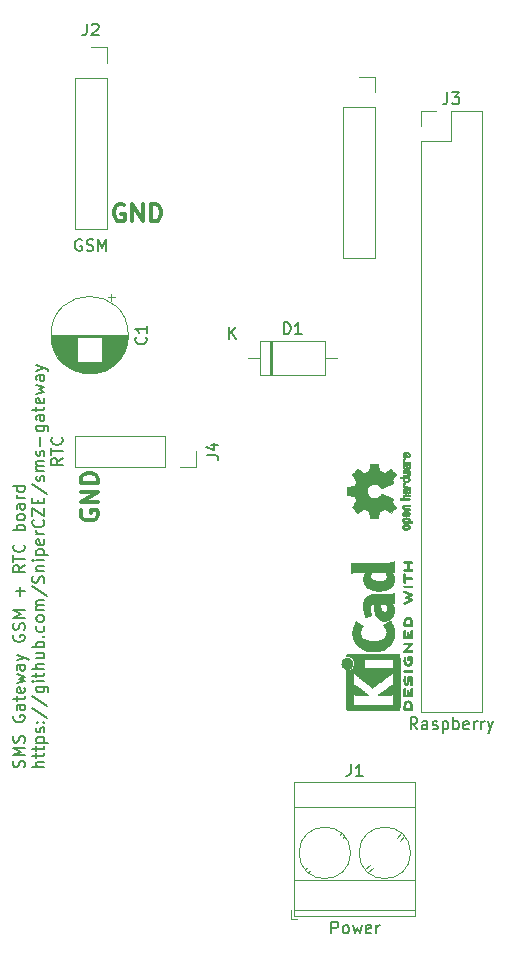
<source format=gto>
G04 #@! TF.GenerationSoftware,KiCad,Pcbnew,5.1.6+dfsg1-1*
G04 #@! TF.CreationDate,2021-04-08T12:45:13+02:00*
G04 #@! TF.ProjectId,gsm-rtc-board,67736d2d-7274-4632-9d62-6f6172642e6b,rev?*
G04 #@! TF.SameCoordinates,Original*
G04 #@! TF.FileFunction,Legend,Top*
G04 #@! TF.FilePolarity,Positive*
%FSLAX46Y46*%
G04 Gerber Fmt 4.6, Leading zero omitted, Abs format (unit mm)*
G04 Created by KiCad (PCBNEW 5.1.6+dfsg1-1) date 2021-04-08 12:45:13*
%MOMM*%
%LPD*%
G01*
G04 APERTURE LIST*
%ADD10C,0.150000*%
%ADD11C,0.300000*%
%ADD12C,0.010000*%
%ADD13C,0.120000*%
G04 APERTURE END LIST*
D10*
X72159761Y-135142023D02*
X72207380Y-134999166D01*
X72207380Y-134761071D01*
X72159761Y-134665833D01*
X72112142Y-134618214D01*
X72016904Y-134570595D01*
X71921666Y-134570595D01*
X71826428Y-134618214D01*
X71778809Y-134665833D01*
X71731190Y-134761071D01*
X71683571Y-134951547D01*
X71635952Y-135046785D01*
X71588333Y-135094404D01*
X71493095Y-135142023D01*
X71397857Y-135142023D01*
X71302619Y-135094404D01*
X71255000Y-135046785D01*
X71207380Y-134951547D01*
X71207380Y-134713452D01*
X71255000Y-134570595D01*
X72207380Y-134142023D02*
X71207380Y-134142023D01*
X71921666Y-133808690D01*
X71207380Y-133475357D01*
X72207380Y-133475357D01*
X72159761Y-133046785D02*
X72207380Y-132903928D01*
X72207380Y-132665833D01*
X72159761Y-132570595D01*
X72112142Y-132522976D01*
X72016904Y-132475357D01*
X71921666Y-132475357D01*
X71826428Y-132522976D01*
X71778809Y-132570595D01*
X71731190Y-132665833D01*
X71683571Y-132856309D01*
X71635952Y-132951547D01*
X71588333Y-132999166D01*
X71493095Y-133046785D01*
X71397857Y-133046785D01*
X71302619Y-132999166D01*
X71255000Y-132951547D01*
X71207380Y-132856309D01*
X71207380Y-132618214D01*
X71255000Y-132475357D01*
X71255000Y-130761071D02*
X71207380Y-130856309D01*
X71207380Y-130999166D01*
X71255000Y-131142023D01*
X71350238Y-131237261D01*
X71445476Y-131284880D01*
X71635952Y-131332500D01*
X71778809Y-131332500D01*
X71969285Y-131284880D01*
X72064523Y-131237261D01*
X72159761Y-131142023D01*
X72207380Y-130999166D01*
X72207380Y-130903928D01*
X72159761Y-130761071D01*
X72112142Y-130713452D01*
X71778809Y-130713452D01*
X71778809Y-130903928D01*
X72207380Y-129856309D02*
X71683571Y-129856309D01*
X71588333Y-129903928D01*
X71540714Y-129999166D01*
X71540714Y-130189642D01*
X71588333Y-130284880D01*
X72159761Y-129856309D02*
X72207380Y-129951547D01*
X72207380Y-130189642D01*
X72159761Y-130284880D01*
X72064523Y-130332500D01*
X71969285Y-130332500D01*
X71874047Y-130284880D01*
X71826428Y-130189642D01*
X71826428Y-129951547D01*
X71778809Y-129856309D01*
X71540714Y-129522976D02*
X71540714Y-129142023D01*
X71207380Y-129380119D02*
X72064523Y-129380119D01*
X72159761Y-129332500D01*
X72207380Y-129237261D01*
X72207380Y-129142023D01*
X72159761Y-128427738D02*
X72207380Y-128522976D01*
X72207380Y-128713452D01*
X72159761Y-128808690D01*
X72064523Y-128856309D01*
X71683571Y-128856309D01*
X71588333Y-128808690D01*
X71540714Y-128713452D01*
X71540714Y-128522976D01*
X71588333Y-128427738D01*
X71683571Y-128380119D01*
X71778809Y-128380119D01*
X71874047Y-128856309D01*
X71540714Y-128046785D02*
X72207380Y-127856309D01*
X71731190Y-127665833D01*
X72207380Y-127475357D01*
X71540714Y-127284880D01*
X72207380Y-126475357D02*
X71683571Y-126475357D01*
X71588333Y-126522976D01*
X71540714Y-126618214D01*
X71540714Y-126808690D01*
X71588333Y-126903928D01*
X72159761Y-126475357D02*
X72207380Y-126570595D01*
X72207380Y-126808690D01*
X72159761Y-126903928D01*
X72064523Y-126951547D01*
X71969285Y-126951547D01*
X71874047Y-126903928D01*
X71826428Y-126808690D01*
X71826428Y-126570595D01*
X71778809Y-126475357D01*
X71540714Y-126094404D02*
X72207380Y-125856309D01*
X71540714Y-125618214D02*
X72207380Y-125856309D01*
X72445476Y-125951547D01*
X72493095Y-125999166D01*
X72540714Y-126094404D01*
X71255000Y-123951547D02*
X71207380Y-124046785D01*
X71207380Y-124189642D01*
X71255000Y-124332500D01*
X71350238Y-124427738D01*
X71445476Y-124475357D01*
X71635952Y-124522976D01*
X71778809Y-124522976D01*
X71969285Y-124475357D01*
X72064523Y-124427738D01*
X72159761Y-124332500D01*
X72207380Y-124189642D01*
X72207380Y-124094404D01*
X72159761Y-123951547D01*
X72112142Y-123903928D01*
X71778809Y-123903928D01*
X71778809Y-124094404D01*
X72159761Y-123522976D02*
X72207380Y-123380119D01*
X72207380Y-123142023D01*
X72159761Y-123046785D01*
X72112142Y-122999166D01*
X72016904Y-122951547D01*
X71921666Y-122951547D01*
X71826428Y-122999166D01*
X71778809Y-123046785D01*
X71731190Y-123142023D01*
X71683571Y-123332500D01*
X71635952Y-123427738D01*
X71588333Y-123475357D01*
X71493095Y-123522976D01*
X71397857Y-123522976D01*
X71302619Y-123475357D01*
X71255000Y-123427738D01*
X71207380Y-123332500D01*
X71207380Y-123094404D01*
X71255000Y-122951547D01*
X72207380Y-122522976D02*
X71207380Y-122522976D01*
X71921666Y-122189642D01*
X71207380Y-121856309D01*
X72207380Y-121856309D01*
X71826428Y-120618214D02*
X71826428Y-119856309D01*
X72207380Y-120237261D02*
X71445476Y-120237261D01*
X72207380Y-118046785D02*
X71731190Y-118380119D01*
X72207380Y-118618214D02*
X71207380Y-118618214D01*
X71207380Y-118237261D01*
X71255000Y-118142023D01*
X71302619Y-118094404D01*
X71397857Y-118046785D01*
X71540714Y-118046785D01*
X71635952Y-118094404D01*
X71683571Y-118142023D01*
X71731190Y-118237261D01*
X71731190Y-118618214D01*
X71207380Y-117761071D02*
X71207380Y-117189642D01*
X72207380Y-117475357D02*
X71207380Y-117475357D01*
X72112142Y-116284880D02*
X72159761Y-116332500D01*
X72207380Y-116475357D01*
X72207380Y-116570595D01*
X72159761Y-116713452D01*
X72064523Y-116808690D01*
X71969285Y-116856309D01*
X71778809Y-116903928D01*
X71635952Y-116903928D01*
X71445476Y-116856309D01*
X71350238Y-116808690D01*
X71255000Y-116713452D01*
X71207380Y-116570595D01*
X71207380Y-116475357D01*
X71255000Y-116332500D01*
X71302619Y-116284880D01*
X72207380Y-115094404D02*
X71207380Y-115094404D01*
X71588333Y-115094404D02*
X71540714Y-114999166D01*
X71540714Y-114808690D01*
X71588333Y-114713452D01*
X71635952Y-114665833D01*
X71731190Y-114618214D01*
X72016904Y-114618214D01*
X72112142Y-114665833D01*
X72159761Y-114713452D01*
X72207380Y-114808690D01*
X72207380Y-114999166D01*
X72159761Y-115094404D01*
X72207380Y-114046785D02*
X72159761Y-114142023D01*
X72112142Y-114189642D01*
X72016904Y-114237261D01*
X71731190Y-114237261D01*
X71635952Y-114189642D01*
X71588333Y-114142023D01*
X71540714Y-114046785D01*
X71540714Y-113903928D01*
X71588333Y-113808690D01*
X71635952Y-113761071D01*
X71731190Y-113713452D01*
X72016904Y-113713452D01*
X72112142Y-113761071D01*
X72159761Y-113808690D01*
X72207380Y-113903928D01*
X72207380Y-114046785D01*
X72207380Y-112856309D02*
X71683571Y-112856309D01*
X71588333Y-112903928D01*
X71540714Y-112999166D01*
X71540714Y-113189642D01*
X71588333Y-113284880D01*
X72159761Y-112856309D02*
X72207380Y-112951547D01*
X72207380Y-113189642D01*
X72159761Y-113284880D01*
X72064523Y-113332500D01*
X71969285Y-113332500D01*
X71874047Y-113284880D01*
X71826428Y-113189642D01*
X71826428Y-112951547D01*
X71778809Y-112856309D01*
X72207380Y-112380119D02*
X71540714Y-112380119D01*
X71731190Y-112380119D02*
X71635952Y-112332500D01*
X71588333Y-112284880D01*
X71540714Y-112189642D01*
X71540714Y-112094404D01*
X72207380Y-111332500D02*
X71207380Y-111332500D01*
X72159761Y-111332500D02*
X72207380Y-111427738D01*
X72207380Y-111618214D01*
X72159761Y-111713452D01*
X72112142Y-111761071D01*
X72016904Y-111808690D01*
X71731190Y-111808690D01*
X71635952Y-111761071D01*
X71588333Y-111713452D01*
X71540714Y-111618214D01*
X71540714Y-111427738D01*
X71588333Y-111332500D01*
X73857380Y-135094404D02*
X72857380Y-135094404D01*
X73857380Y-134665833D02*
X73333571Y-134665833D01*
X73238333Y-134713452D01*
X73190714Y-134808690D01*
X73190714Y-134951547D01*
X73238333Y-135046785D01*
X73285952Y-135094404D01*
X73190714Y-134332500D02*
X73190714Y-133951547D01*
X72857380Y-134189642D02*
X73714523Y-134189642D01*
X73809761Y-134142023D01*
X73857380Y-134046785D01*
X73857380Y-133951547D01*
X73190714Y-133761071D02*
X73190714Y-133380119D01*
X72857380Y-133618214D02*
X73714523Y-133618214D01*
X73809761Y-133570595D01*
X73857380Y-133475357D01*
X73857380Y-133380119D01*
X73190714Y-133046785D02*
X74190714Y-133046785D01*
X73238333Y-133046785D02*
X73190714Y-132951547D01*
X73190714Y-132761071D01*
X73238333Y-132665833D01*
X73285952Y-132618214D01*
X73381190Y-132570595D01*
X73666904Y-132570595D01*
X73762142Y-132618214D01*
X73809761Y-132665833D01*
X73857380Y-132761071D01*
X73857380Y-132951547D01*
X73809761Y-133046785D01*
X73809761Y-132189642D02*
X73857380Y-132094404D01*
X73857380Y-131903928D01*
X73809761Y-131808690D01*
X73714523Y-131761071D01*
X73666904Y-131761071D01*
X73571666Y-131808690D01*
X73524047Y-131903928D01*
X73524047Y-132046785D01*
X73476428Y-132142023D01*
X73381190Y-132189642D01*
X73333571Y-132189642D01*
X73238333Y-132142023D01*
X73190714Y-132046785D01*
X73190714Y-131903928D01*
X73238333Y-131808690D01*
X73762142Y-131332500D02*
X73809761Y-131284880D01*
X73857380Y-131332500D01*
X73809761Y-131380119D01*
X73762142Y-131332500D01*
X73857380Y-131332500D01*
X73238333Y-131332500D02*
X73285952Y-131284880D01*
X73333571Y-131332500D01*
X73285952Y-131380119D01*
X73238333Y-131332500D01*
X73333571Y-131332500D01*
X72809761Y-130142023D02*
X74095476Y-130999166D01*
X72809761Y-129094404D02*
X74095476Y-129951547D01*
X73190714Y-128332500D02*
X74000238Y-128332500D01*
X74095476Y-128380119D01*
X74143095Y-128427738D01*
X74190714Y-128522976D01*
X74190714Y-128665833D01*
X74143095Y-128761071D01*
X73809761Y-128332500D02*
X73857380Y-128427738D01*
X73857380Y-128618214D01*
X73809761Y-128713452D01*
X73762142Y-128761071D01*
X73666904Y-128808690D01*
X73381190Y-128808690D01*
X73285952Y-128761071D01*
X73238333Y-128713452D01*
X73190714Y-128618214D01*
X73190714Y-128427738D01*
X73238333Y-128332500D01*
X73857380Y-127856309D02*
X73190714Y-127856309D01*
X72857380Y-127856309D02*
X72905000Y-127903928D01*
X72952619Y-127856309D01*
X72905000Y-127808690D01*
X72857380Y-127856309D01*
X72952619Y-127856309D01*
X73190714Y-127522976D02*
X73190714Y-127142023D01*
X72857380Y-127380119D02*
X73714523Y-127380119D01*
X73809761Y-127332500D01*
X73857380Y-127237261D01*
X73857380Y-127142023D01*
X73857380Y-126808690D02*
X72857380Y-126808690D01*
X73857380Y-126380119D02*
X73333571Y-126380119D01*
X73238333Y-126427738D01*
X73190714Y-126522976D01*
X73190714Y-126665833D01*
X73238333Y-126761071D01*
X73285952Y-126808690D01*
X73190714Y-125475357D02*
X73857380Y-125475357D01*
X73190714Y-125903928D02*
X73714523Y-125903928D01*
X73809761Y-125856309D01*
X73857380Y-125761071D01*
X73857380Y-125618214D01*
X73809761Y-125522976D01*
X73762142Y-125475357D01*
X73857380Y-124999166D02*
X72857380Y-124999166D01*
X73238333Y-124999166D02*
X73190714Y-124903928D01*
X73190714Y-124713452D01*
X73238333Y-124618214D01*
X73285952Y-124570595D01*
X73381190Y-124522976D01*
X73666904Y-124522976D01*
X73762142Y-124570595D01*
X73809761Y-124618214D01*
X73857380Y-124713452D01*
X73857380Y-124903928D01*
X73809761Y-124999166D01*
X73762142Y-124094404D02*
X73809761Y-124046785D01*
X73857380Y-124094404D01*
X73809761Y-124142023D01*
X73762142Y-124094404D01*
X73857380Y-124094404D01*
X73809761Y-123189642D02*
X73857380Y-123284880D01*
X73857380Y-123475357D01*
X73809761Y-123570595D01*
X73762142Y-123618214D01*
X73666904Y-123665833D01*
X73381190Y-123665833D01*
X73285952Y-123618214D01*
X73238333Y-123570595D01*
X73190714Y-123475357D01*
X73190714Y-123284880D01*
X73238333Y-123189642D01*
X73857380Y-122618214D02*
X73809761Y-122713452D01*
X73762142Y-122761071D01*
X73666904Y-122808690D01*
X73381190Y-122808690D01*
X73285952Y-122761071D01*
X73238333Y-122713452D01*
X73190714Y-122618214D01*
X73190714Y-122475357D01*
X73238333Y-122380119D01*
X73285952Y-122332500D01*
X73381190Y-122284880D01*
X73666904Y-122284880D01*
X73762142Y-122332500D01*
X73809761Y-122380119D01*
X73857380Y-122475357D01*
X73857380Y-122618214D01*
X73857380Y-121856309D02*
X73190714Y-121856309D01*
X73285952Y-121856309D02*
X73238333Y-121808690D01*
X73190714Y-121713452D01*
X73190714Y-121570595D01*
X73238333Y-121475357D01*
X73333571Y-121427738D01*
X73857380Y-121427738D01*
X73333571Y-121427738D02*
X73238333Y-121380119D01*
X73190714Y-121284880D01*
X73190714Y-121142023D01*
X73238333Y-121046785D01*
X73333571Y-120999166D01*
X73857380Y-120999166D01*
X72809761Y-119808690D02*
X74095476Y-120665833D01*
X73809761Y-119522976D02*
X73857380Y-119380119D01*
X73857380Y-119142023D01*
X73809761Y-119046785D01*
X73762142Y-118999166D01*
X73666904Y-118951547D01*
X73571666Y-118951547D01*
X73476428Y-118999166D01*
X73428809Y-119046785D01*
X73381190Y-119142023D01*
X73333571Y-119332500D01*
X73285952Y-119427738D01*
X73238333Y-119475357D01*
X73143095Y-119522976D01*
X73047857Y-119522976D01*
X72952619Y-119475357D01*
X72905000Y-119427738D01*
X72857380Y-119332500D01*
X72857380Y-119094404D01*
X72905000Y-118951547D01*
X73190714Y-118522976D02*
X73857380Y-118522976D01*
X73285952Y-118522976D02*
X73238333Y-118475357D01*
X73190714Y-118380119D01*
X73190714Y-118237261D01*
X73238333Y-118142023D01*
X73333571Y-118094404D01*
X73857380Y-118094404D01*
X73857380Y-117618214D02*
X73190714Y-117618214D01*
X72857380Y-117618214D02*
X72905000Y-117665833D01*
X72952619Y-117618214D01*
X72905000Y-117570595D01*
X72857380Y-117618214D01*
X72952619Y-117618214D01*
X73190714Y-117142023D02*
X74190714Y-117142023D01*
X73238333Y-117142023D02*
X73190714Y-117046785D01*
X73190714Y-116856309D01*
X73238333Y-116761071D01*
X73285952Y-116713452D01*
X73381190Y-116665833D01*
X73666904Y-116665833D01*
X73762142Y-116713452D01*
X73809761Y-116761071D01*
X73857380Y-116856309D01*
X73857380Y-117046785D01*
X73809761Y-117142023D01*
X73809761Y-115856309D02*
X73857380Y-115951547D01*
X73857380Y-116142023D01*
X73809761Y-116237261D01*
X73714523Y-116284880D01*
X73333571Y-116284880D01*
X73238333Y-116237261D01*
X73190714Y-116142023D01*
X73190714Y-115951547D01*
X73238333Y-115856309D01*
X73333571Y-115808690D01*
X73428809Y-115808690D01*
X73524047Y-116284880D01*
X73857380Y-115380119D02*
X73190714Y-115380119D01*
X73381190Y-115380119D02*
X73285952Y-115332500D01*
X73238333Y-115284880D01*
X73190714Y-115189642D01*
X73190714Y-115094404D01*
X73762142Y-114189642D02*
X73809761Y-114237261D01*
X73857380Y-114380119D01*
X73857380Y-114475357D01*
X73809761Y-114618214D01*
X73714523Y-114713452D01*
X73619285Y-114761071D01*
X73428809Y-114808690D01*
X73285952Y-114808690D01*
X73095476Y-114761071D01*
X73000238Y-114713452D01*
X72905000Y-114618214D01*
X72857380Y-114475357D01*
X72857380Y-114380119D01*
X72905000Y-114237261D01*
X72952619Y-114189642D01*
X72857380Y-113856309D02*
X72857380Y-113189642D01*
X73857380Y-113856309D01*
X73857380Y-113189642D01*
X73333571Y-112808690D02*
X73333571Y-112475357D01*
X73857380Y-112332500D02*
X73857380Y-112808690D01*
X72857380Y-112808690D01*
X72857380Y-112332500D01*
X72809761Y-111189642D02*
X74095476Y-112046785D01*
X73809761Y-110903928D02*
X73857380Y-110808690D01*
X73857380Y-110618214D01*
X73809761Y-110522976D01*
X73714523Y-110475357D01*
X73666904Y-110475357D01*
X73571666Y-110522976D01*
X73524047Y-110618214D01*
X73524047Y-110761071D01*
X73476428Y-110856309D01*
X73381190Y-110903928D01*
X73333571Y-110903928D01*
X73238333Y-110856309D01*
X73190714Y-110761071D01*
X73190714Y-110618214D01*
X73238333Y-110522976D01*
X73857380Y-110046785D02*
X73190714Y-110046785D01*
X73285952Y-110046785D02*
X73238333Y-109999166D01*
X73190714Y-109903928D01*
X73190714Y-109761071D01*
X73238333Y-109665833D01*
X73333571Y-109618214D01*
X73857380Y-109618214D01*
X73333571Y-109618214D02*
X73238333Y-109570595D01*
X73190714Y-109475357D01*
X73190714Y-109332500D01*
X73238333Y-109237261D01*
X73333571Y-109189642D01*
X73857380Y-109189642D01*
X73809761Y-108761071D02*
X73857380Y-108665833D01*
X73857380Y-108475357D01*
X73809761Y-108380119D01*
X73714523Y-108332500D01*
X73666904Y-108332500D01*
X73571666Y-108380119D01*
X73524047Y-108475357D01*
X73524047Y-108618214D01*
X73476428Y-108713452D01*
X73381190Y-108761071D01*
X73333571Y-108761071D01*
X73238333Y-108713452D01*
X73190714Y-108618214D01*
X73190714Y-108475357D01*
X73238333Y-108380119D01*
X73476428Y-107903928D02*
X73476428Y-107142023D01*
X73190714Y-106237261D02*
X74000238Y-106237261D01*
X74095476Y-106284880D01*
X74143095Y-106332500D01*
X74190714Y-106427738D01*
X74190714Y-106570595D01*
X74143095Y-106665833D01*
X73809761Y-106237261D02*
X73857380Y-106332500D01*
X73857380Y-106522976D01*
X73809761Y-106618214D01*
X73762142Y-106665833D01*
X73666904Y-106713452D01*
X73381190Y-106713452D01*
X73285952Y-106665833D01*
X73238333Y-106618214D01*
X73190714Y-106522976D01*
X73190714Y-106332500D01*
X73238333Y-106237261D01*
X73857380Y-105332500D02*
X73333571Y-105332500D01*
X73238333Y-105380119D01*
X73190714Y-105475357D01*
X73190714Y-105665833D01*
X73238333Y-105761071D01*
X73809761Y-105332500D02*
X73857380Y-105427738D01*
X73857380Y-105665833D01*
X73809761Y-105761071D01*
X73714523Y-105808690D01*
X73619285Y-105808690D01*
X73524047Y-105761071D01*
X73476428Y-105665833D01*
X73476428Y-105427738D01*
X73428809Y-105332500D01*
X73190714Y-104999166D02*
X73190714Y-104618214D01*
X72857380Y-104856309D02*
X73714523Y-104856309D01*
X73809761Y-104808690D01*
X73857380Y-104713452D01*
X73857380Y-104618214D01*
X73809761Y-103903928D02*
X73857380Y-103999166D01*
X73857380Y-104189642D01*
X73809761Y-104284880D01*
X73714523Y-104332500D01*
X73333571Y-104332500D01*
X73238333Y-104284880D01*
X73190714Y-104189642D01*
X73190714Y-103999166D01*
X73238333Y-103903928D01*
X73333571Y-103856309D01*
X73428809Y-103856309D01*
X73524047Y-104332500D01*
X73190714Y-103522976D02*
X73857380Y-103332500D01*
X73381190Y-103142023D01*
X73857380Y-102951547D01*
X73190714Y-102761071D01*
X73857380Y-101951547D02*
X73333571Y-101951547D01*
X73238333Y-101999166D01*
X73190714Y-102094404D01*
X73190714Y-102284880D01*
X73238333Y-102380119D01*
X73809761Y-101951547D02*
X73857380Y-102046785D01*
X73857380Y-102284880D01*
X73809761Y-102380119D01*
X73714523Y-102427738D01*
X73619285Y-102427738D01*
X73524047Y-102380119D01*
X73476428Y-102284880D01*
X73476428Y-102046785D01*
X73428809Y-101951547D01*
X73190714Y-101570595D02*
X73857380Y-101332500D01*
X73190714Y-101094404D02*
X73857380Y-101332500D01*
X74095476Y-101427738D01*
X74143095Y-101475357D01*
X74190714Y-101570595D01*
D11*
X80607142Y-87500000D02*
X80464285Y-87428571D01*
X80250000Y-87428571D01*
X80035714Y-87500000D01*
X79892857Y-87642857D01*
X79821428Y-87785714D01*
X79750000Y-88071428D01*
X79750000Y-88285714D01*
X79821428Y-88571428D01*
X79892857Y-88714285D01*
X80035714Y-88857142D01*
X80250000Y-88928571D01*
X80392857Y-88928571D01*
X80607142Y-88857142D01*
X80678571Y-88785714D01*
X80678571Y-88285714D01*
X80392857Y-88285714D01*
X81321428Y-88928571D02*
X81321428Y-87428571D01*
X82178571Y-88928571D01*
X82178571Y-87428571D01*
X82892857Y-88928571D02*
X82892857Y-87428571D01*
X83250000Y-87428571D01*
X83464285Y-87500000D01*
X83607142Y-87642857D01*
X83678571Y-87785714D01*
X83750000Y-88071428D01*
X83750000Y-88285714D01*
X83678571Y-88571428D01*
X83607142Y-88714285D01*
X83464285Y-88857142D01*
X83250000Y-88928571D01*
X82892857Y-88928571D01*
X77000000Y-113392857D02*
X76928571Y-113535714D01*
X76928571Y-113750000D01*
X77000000Y-113964285D01*
X77142857Y-114107142D01*
X77285714Y-114178571D01*
X77571428Y-114250000D01*
X77785714Y-114250000D01*
X78071428Y-114178571D01*
X78214285Y-114107142D01*
X78357142Y-113964285D01*
X78428571Y-113750000D01*
X78428571Y-113607142D01*
X78357142Y-113392857D01*
X78285714Y-113321428D01*
X77785714Y-113321428D01*
X77785714Y-113607142D01*
X78428571Y-112678571D02*
X76928571Y-112678571D01*
X78428571Y-111821428D01*
X76928571Y-111821428D01*
X78428571Y-111107142D02*
X76928571Y-111107142D01*
X76928571Y-110750000D01*
X77000000Y-110535714D01*
X77142857Y-110392857D01*
X77285714Y-110321428D01*
X77571428Y-110250000D01*
X77785714Y-110250000D01*
X78071428Y-110321428D01*
X78214285Y-110392857D01*
X78357142Y-110535714D01*
X78428571Y-110750000D01*
X78428571Y-111107142D01*
D12*
G36*
X99489054Y-126946400D02*
G01*
X99602993Y-126935535D01*
X99710616Y-126903918D01*
X99809615Y-126853015D01*
X99897684Y-126784293D01*
X99972516Y-126699219D01*
X100030384Y-126602232D01*
X100070005Y-126495964D01*
X100088573Y-126388950D01*
X100087434Y-126283300D01*
X100067930Y-126181125D01*
X100031406Y-126084534D01*
X99979205Y-125995638D01*
X99912673Y-125916546D01*
X99833152Y-125849369D01*
X99741987Y-125796217D01*
X99640523Y-125759199D01*
X99530102Y-125740427D01*
X99480206Y-125738489D01*
X99392267Y-125738489D01*
X99392267Y-125686560D01*
X99395111Y-125650253D01*
X99406911Y-125623355D01*
X99430649Y-125596249D01*
X99469031Y-125557867D01*
X101660602Y-125557867D01*
X101922739Y-125557876D01*
X102163241Y-125557908D01*
X102383048Y-125557972D01*
X102583101Y-125558076D01*
X102764344Y-125558227D01*
X102927716Y-125558434D01*
X103074160Y-125558706D01*
X103204617Y-125559050D01*
X103320029Y-125559474D01*
X103421338Y-125559987D01*
X103509484Y-125560597D01*
X103585410Y-125561312D01*
X103650057Y-125562140D01*
X103704367Y-125563089D01*
X103749280Y-125564167D01*
X103785740Y-125565383D01*
X103814687Y-125566745D01*
X103837063Y-125568261D01*
X103853809Y-125569938D01*
X103865868Y-125571786D01*
X103874180Y-125573813D01*
X103879687Y-125576025D01*
X103881537Y-125577108D01*
X103888549Y-125581271D01*
X103894996Y-125584805D01*
X103900900Y-125588635D01*
X103906286Y-125593682D01*
X103911178Y-125600871D01*
X103915598Y-125611123D01*
X103919572Y-125625364D01*
X103923121Y-125644514D01*
X103926270Y-125669499D01*
X103929042Y-125701240D01*
X103931461Y-125740662D01*
X103933551Y-125788686D01*
X103935335Y-125846237D01*
X103936837Y-125914237D01*
X103938080Y-125993610D01*
X103939089Y-126085279D01*
X103939885Y-126190166D01*
X103940494Y-126309196D01*
X103940939Y-126443290D01*
X103941243Y-126593373D01*
X103941430Y-126760367D01*
X103941524Y-126945196D01*
X103941548Y-127148783D01*
X103941525Y-127372050D01*
X103941480Y-127615922D01*
X103941437Y-127881321D01*
X103941432Y-127919704D01*
X103941389Y-128186682D01*
X103941318Y-128432002D01*
X103941213Y-128656583D01*
X103941066Y-128861345D01*
X103940869Y-129047206D01*
X103940616Y-129215088D01*
X103940300Y-129365908D01*
X103939913Y-129500587D01*
X103939447Y-129620044D01*
X103938897Y-129725199D01*
X103938253Y-129816971D01*
X103937511Y-129896279D01*
X103936661Y-129964043D01*
X103935697Y-130021182D01*
X103934611Y-130068617D01*
X103933397Y-130107266D01*
X103932047Y-130138049D01*
X103930555Y-130161885D01*
X103928911Y-130179694D01*
X103927111Y-130192395D01*
X103925145Y-130200908D01*
X103923477Y-130205266D01*
X103919906Y-130213728D01*
X103917270Y-130221497D01*
X103914634Y-130228602D01*
X103911062Y-130235073D01*
X103905621Y-130240939D01*
X103897375Y-130246229D01*
X103885390Y-130250974D01*
X103868731Y-130255202D01*
X103846463Y-130258943D01*
X103817652Y-130262227D01*
X103781363Y-130265083D01*
X103736661Y-130267540D01*
X103682611Y-130269629D01*
X103618279Y-130271378D01*
X103542730Y-130272817D01*
X103455030Y-130273976D01*
X103354243Y-130274883D01*
X103239434Y-130275569D01*
X103109670Y-130276063D01*
X102964015Y-130276395D01*
X102801535Y-130276593D01*
X102621295Y-130276687D01*
X102422360Y-130276708D01*
X102203796Y-130276685D01*
X101964668Y-130276646D01*
X101704040Y-130276622D01*
X101661889Y-130276622D01*
X101398992Y-130276636D01*
X101157732Y-130276661D01*
X100937165Y-130276671D01*
X100736352Y-130276642D01*
X100554349Y-130276548D01*
X100390216Y-130276362D01*
X100243011Y-130276059D01*
X100111792Y-130275614D01*
X100001867Y-130275034D01*
X100001867Y-129972197D01*
X100059711Y-129932407D01*
X100075479Y-129921236D01*
X100089441Y-129911166D01*
X100102784Y-129902138D01*
X100116693Y-129894097D01*
X100132356Y-129886986D01*
X100150958Y-129880747D01*
X100173686Y-129875325D01*
X100201727Y-129870662D01*
X100236267Y-129866701D01*
X100278492Y-129863385D01*
X100329589Y-129860659D01*
X100390744Y-129858464D01*
X100463144Y-129856745D01*
X100547975Y-129855444D01*
X100646422Y-129854505D01*
X100759674Y-129853870D01*
X100888916Y-129853484D01*
X101035334Y-129853288D01*
X101200116Y-129853227D01*
X101384447Y-129853243D01*
X101589513Y-129853280D01*
X101712133Y-129853289D01*
X101929082Y-129853265D01*
X102124642Y-129853231D01*
X102299999Y-129853243D01*
X102456341Y-129853358D01*
X102594857Y-129853630D01*
X102716734Y-129854118D01*
X102823160Y-129854876D01*
X102915322Y-129855962D01*
X102994409Y-129857431D01*
X103061608Y-129859340D01*
X103118107Y-129861744D01*
X103165093Y-129864701D01*
X103203755Y-129868266D01*
X103235280Y-129872495D01*
X103260855Y-129877446D01*
X103281670Y-129883173D01*
X103298911Y-129889733D01*
X103313765Y-129897183D01*
X103327422Y-129905579D01*
X103341069Y-129914976D01*
X103355893Y-129925432D01*
X103364783Y-129931523D01*
X103422400Y-129970296D01*
X103422400Y-129438732D01*
X103422365Y-129315483D01*
X103422215Y-129212987D01*
X103421878Y-129129420D01*
X103421286Y-129062956D01*
X103420367Y-129011771D01*
X103419051Y-128974041D01*
X103417269Y-128947940D01*
X103414951Y-128931644D01*
X103412026Y-128923328D01*
X103408424Y-128921168D01*
X103404075Y-128923339D01*
X103402645Y-128924535D01*
X103365573Y-128949685D01*
X103312772Y-128975583D01*
X103250770Y-128999192D01*
X103224357Y-129007461D01*
X103206416Y-129012078D01*
X103185355Y-129015979D01*
X103159089Y-129019248D01*
X103125532Y-129021966D01*
X103082599Y-129024215D01*
X103028204Y-129026077D01*
X102960262Y-129027636D01*
X102876688Y-129028972D01*
X102775395Y-129030169D01*
X102654300Y-129031308D01*
X102609600Y-129031685D01*
X102484449Y-129032702D01*
X102380082Y-129033460D01*
X102294707Y-129033903D01*
X102226533Y-129033970D01*
X102173765Y-129033605D01*
X102134614Y-129032748D01*
X102107285Y-129031341D01*
X102089986Y-129029325D01*
X102080926Y-129026643D01*
X102078312Y-129023236D01*
X102080351Y-129019044D01*
X102084667Y-129014571D01*
X102097602Y-129004216D01*
X102126676Y-128982158D01*
X102169759Y-128949957D01*
X102224718Y-128909174D01*
X102289423Y-128861370D01*
X102361742Y-128808105D01*
X102439544Y-128750940D01*
X102520698Y-128691437D01*
X102603072Y-128631155D01*
X102684536Y-128571655D01*
X102762957Y-128514498D01*
X102836204Y-128461245D01*
X102902147Y-128413457D01*
X102958654Y-128372693D01*
X103003593Y-128340516D01*
X103034834Y-128318485D01*
X103041466Y-128313917D01*
X103078369Y-128290996D01*
X103126359Y-128264188D01*
X103175897Y-128238789D01*
X103182577Y-128235568D01*
X103230772Y-128213890D01*
X103268334Y-128201304D01*
X103304160Y-128195574D01*
X103346200Y-128194456D01*
X103422400Y-128195090D01*
X103422400Y-127040651D01*
X103328669Y-127131815D01*
X103278775Y-127178612D01*
X103222295Y-127228899D01*
X103168026Y-127274944D01*
X103142673Y-127295369D01*
X103103128Y-127325807D01*
X103049916Y-127365862D01*
X102984667Y-127414361D01*
X102909011Y-127470135D01*
X102824577Y-127532011D01*
X102732994Y-127598819D01*
X102635892Y-127669387D01*
X102534901Y-127742545D01*
X102431650Y-127817121D01*
X102327768Y-127891944D01*
X102224885Y-127965843D01*
X102124631Y-128037646D01*
X102028636Y-128106184D01*
X101938527Y-128170284D01*
X101855936Y-128228775D01*
X101782492Y-128280486D01*
X101719824Y-128324247D01*
X101669561Y-128358885D01*
X101633334Y-128383230D01*
X101612771Y-128396111D01*
X101608668Y-128397869D01*
X101597342Y-128389910D01*
X101570162Y-128369115D01*
X101528829Y-128336847D01*
X101475044Y-128294470D01*
X101410506Y-128243347D01*
X101336918Y-128184841D01*
X101255978Y-128120314D01*
X101169388Y-128051131D01*
X101078848Y-127978653D01*
X100986060Y-127904246D01*
X100911702Y-127844517D01*
X100911702Y-126833511D01*
X100924659Y-126827602D01*
X100946908Y-126813272D01*
X100948391Y-126812225D01*
X100978544Y-126793438D01*
X101015375Y-126773791D01*
X101023511Y-126769892D01*
X101031940Y-126766356D01*
X101042059Y-126763230D01*
X101055260Y-126760486D01*
X101072938Y-126758092D01*
X101096484Y-126756019D01*
X101127293Y-126754235D01*
X101166757Y-126752712D01*
X101216269Y-126751419D01*
X101277223Y-126750326D01*
X101351011Y-126749403D01*
X101439028Y-126748619D01*
X101542665Y-126747945D01*
X101663316Y-126747350D01*
X101802374Y-126746805D01*
X101961232Y-126746279D01*
X102140089Y-126745745D01*
X102325207Y-126745206D01*
X102489145Y-126744772D01*
X102633303Y-126744509D01*
X102759079Y-126744484D01*
X102867871Y-126744765D01*
X102961077Y-126745419D01*
X103040097Y-126746514D01*
X103106328Y-126748118D01*
X103161170Y-126750297D01*
X103206021Y-126753119D01*
X103242278Y-126756651D01*
X103271341Y-126760961D01*
X103294609Y-126766117D01*
X103313479Y-126772185D01*
X103329351Y-126779233D01*
X103343622Y-126787329D01*
X103357691Y-126796540D01*
X103370158Y-126805040D01*
X103396452Y-126822176D01*
X103414037Y-126832322D01*
X103417257Y-126833511D01*
X103418334Y-126822604D01*
X103419335Y-126791411D01*
X103420235Y-126742223D01*
X103421010Y-126677333D01*
X103421637Y-126599030D01*
X103422091Y-126509607D01*
X103422349Y-126411356D01*
X103422400Y-126342445D01*
X103422180Y-126237452D01*
X103421548Y-126140610D01*
X103420549Y-126054107D01*
X103419227Y-125980132D01*
X103417626Y-125920874D01*
X103415791Y-125878520D01*
X103413765Y-125855260D01*
X103412493Y-125851378D01*
X103397591Y-125859076D01*
X103389560Y-125867074D01*
X103372434Y-125880246D01*
X103342183Y-125897485D01*
X103317622Y-125909407D01*
X103258711Y-125936045D01*
X102081845Y-125939120D01*
X100904978Y-125942195D01*
X100904978Y-126387853D01*
X100905142Y-126485670D01*
X100905611Y-126576064D01*
X100906347Y-126656630D01*
X100907316Y-126724962D01*
X100908480Y-126778656D01*
X100909803Y-126815305D01*
X100911249Y-126832504D01*
X100911702Y-126833511D01*
X100911702Y-127844517D01*
X100892722Y-127829270D01*
X100800537Y-127755090D01*
X100711204Y-127683069D01*
X100626424Y-127614569D01*
X100547898Y-127550955D01*
X100477326Y-127493588D01*
X100416409Y-127443833D01*
X100366847Y-127403052D01*
X100346178Y-127385888D01*
X100245516Y-127299596D01*
X100162259Y-127222997D01*
X100094438Y-127154183D01*
X100040089Y-127091248D01*
X100032722Y-127081867D01*
X100002117Y-127042356D01*
X100001867Y-128174116D01*
X100049844Y-128168827D01*
X100107188Y-128172130D01*
X100175463Y-128193661D01*
X100255212Y-128233635D01*
X100327495Y-128278943D01*
X100350140Y-128295161D01*
X100387696Y-128323214D01*
X100438021Y-128361430D01*
X100498973Y-128408137D01*
X100568411Y-128461661D01*
X100644194Y-128520331D01*
X100724180Y-128582475D01*
X100806228Y-128646421D01*
X100888196Y-128710495D01*
X100967943Y-128773027D01*
X101043327Y-128832343D01*
X101112207Y-128886771D01*
X101172442Y-128934639D01*
X101221889Y-128974275D01*
X101258408Y-129004006D01*
X101279858Y-129022161D01*
X101283156Y-129025220D01*
X101275149Y-129028079D01*
X101244855Y-129030293D01*
X101192556Y-129031857D01*
X101118531Y-129032767D01*
X101023063Y-129033020D01*
X100906434Y-129032613D01*
X100786445Y-129031704D01*
X100654333Y-129030382D01*
X100542594Y-129028857D01*
X100449025Y-129026881D01*
X100371419Y-129024206D01*
X100307574Y-129020582D01*
X100255283Y-129015761D01*
X100212344Y-129009494D01*
X100176551Y-129001532D01*
X100145700Y-128991627D01*
X100117586Y-128979531D01*
X100090005Y-128964993D01*
X100064966Y-128950311D01*
X100001867Y-128912314D01*
X100001867Y-129972197D01*
X100001867Y-130275034D01*
X99995617Y-130275001D01*
X99893544Y-130274195D01*
X99804633Y-130273170D01*
X99727941Y-130271900D01*
X99662527Y-130270360D01*
X99607449Y-130268524D01*
X99561765Y-130266367D01*
X99524534Y-130263863D01*
X99494813Y-130260987D01*
X99471662Y-130257713D01*
X99454139Y-130254015D01*
X99441301Y-130249869D01*
X99432208Y-130245247D01*
X99425918Y-130240126D01*
X99421488Y-130234478D01*
X99417978Y-130228279D01*
X99414445Y-130221504D01*
X99410876Y-130215508D01*
X99408300Y-130210275D01*
X99405972Y-130202099D01*
X99403878Y-130189886D01*
X99402007Y-130172541D01*
X99400347Y-130148969D01*
X99398884Y-130118077D01*
X99397608Y-130078768D01*
X99396504Y-130029950D01*
X99395561Y-129970527D01*
X99394767Y-129899404D01*
X99394109Y-129815488D01*
X99393575Y-129717683D01*
X99393153Y-129604894D01*
X99392829Y-129476029D01*
X99392592Y-129329991D01*
X99392430Y-129165686D01*
X99392330Y-128982020D01*
X99392280Y-128777897D01*
X99392267Y-128566753D01*
X99392267Y-126946400D01*
X99489054Y-126946400D01*
G37*
X99489054Y-126946400D02*
X99602993Y-126935535D01*
X99710616Y-126903918D01*
X99809615Y-126853015D01*
X99897684Y-126784293D01*
X99972516Y-126699219D01*
X100030384Y-126602232D01*
X100070005Y-126495964D01*
X100088573Y-126388950D01*
X100087434Y-126283300D01*
X100067930Y-126181125D01*
X100031406Y-126084534D01*
X99979205Y-125995638D01*
X99912673Y-125916546D01*
X99833152Y-125849369D01*
X99741987Y-125796217D01*
X99640523Y-125759199D01*
X99530102Y-125740427D01*
X99480206Y-125738489D01*
X99392267Y-125738489D01*
X99392267Y-125686560D01*
X99395111Y-125650253D01*
X99406911Y-125623355D01*
X99430649Y-125596249D01*
X99469031Y-125557867D01*
X101660602Y-125557867D01*
X101922739Y-125557876D01*
X102163241Y-125557908D01*
X102383048Y-125557972D01*
X102583101Y-125558076D01*
X102764344Y-125558227D01*
X102927716Y-125558434D01*
X103074160Y-125558706D01*
X103204617Y-125559050D01*
X103320029Y-125559474D01*
X103421338Y-125559987D01*
X103509484Y-125560597D01*
X103585410Y-125561312D01*
X103650057Y-125562140D01*
X103704367Y-125563089D01*
X103749280Y-125564167D01*
X103785740Y-125565383D01*
X103814687Y-125566745D01*
X103837063Y-125568261D01*
X103853809Y-125569938D01*
X103865868Y-125571786D01*
X103874180Y-125573813D01*
X103879687Y-125576025D01*
X103881537Y-125577108D01*
X103888549Y-125581271D01*
X103894996Y-125584805D01*
X103900900Y-125588635D01*
X103906286Y-125593682D01*
X103911178Y-125600871D01*
X103915598Y-125611123D01*
X103919572Y-125625364D01*
X103923121Y-125644514D01*
X103926270Y-125669499D01*
X103929042Y-125701240D01*
X103931461Y-125740662D01*
X103933551Y-125788686D01*
X103935335Y-125846237D01*
X103936837Y-125914237D01*
X103938080Y-125993610D01*
X103939089Y-126085279D01*
X103939885Y-126190166D01*
X103940494Y-126309196D01*
X103940939Y-126443290D01*
X103941243Y-126593373D01*
X103941430Y-126760367D01*
X103941524Y-126945196D01*
X103941548Y-127148783D01*
X103941525Y-127372050D01*
X103941480Y-127615922D01*
X103941437Y-127881321D01*
X103941432Y-127919704D01*
X103941389Y-128186682D01*
X103941318Y-128432002D01*
X103941213Y-128656583D01*
X103941066Y-128861345D01*
X103940869Y-129047206D01*
X103940616Y-129215088D01*
X103940300Y-129365908D01*
X103939913Y-129500587D01*
X103939447Y-129620044D01*
X103938897Y-129725199D01*
X103938253Y-129816971D01*
X103937511Y-129896279D01*
X103936661Y-129964043D01*
X103935697Y-130021182D01*
X103934611Y-130068617D01*
X103933397Y-130107266D01*
X103932047Y-130138049D01*
X103930555Y-130161885D01*
X103928911Y-130179694D01*
X103927111Y-130192395D01*
X103925145Y-130200908D01*
X103923477Y-130205266D01*
X103919906Y-130213728D01*
X103917270Y-130221497D01*
X103914634Y-130228602D01*
X103911062Y-130235073D01*
X103905621Y-130240939D01*
X103897375Y-130246229D01*
X103885390Y-130250974D01*
X103868731Y-130255202D01*
X103846463Y-130258943D01*
X103817652Y-130262227D01*
X103781363Y-130265083D01*
X103736661Y-130267540D01*
X103682611Y-130269629D01*
X103618279Y-130271378D01*
X103542730Y-130272817D01*
X103455030Y-130273976D01*
X103354243Y-130274883D01*
X103239434Y-130275569D01*
X103109670Y-130276063D01*
X102964015Y-130276395D01*
X102801535Y-130276593D01*
X102621295Y-130276687D01*
X102422360Y-130276708D01*
X102203796Y-130276685D01*
X101964668Y-130276646D01*
X101704040Y-130276622D01*
X101661889Y-130276622D01*
X101398992Y-130276636D01*
X101157732Y-130276661D01*
X100937165Y-130276671D01*
X100736352Y-130276642D01*
X100554349Y-130276548D01*
X100390216Y-130276362D01*
X100243011Y-130276059D01*
X100111792Y-130275614D01*
X100001867Y-130275034D01*
X100001867Y-129972197D01*
X100059711Y-129932407D01*
X100075479Y-129921236D01*
X100089441Y-129911166D01*
X100102784Y-129902138D01*
X100116693Y-129894097D01*
X100132356Y-129886986D01*
X100150958Y-129880747D01*
X100173686Y-129875325D01*
X100201727Y-129870662D01*
X100236267Y-129866701D01*
X100278492Y-129863385D01*
X100329589Y-129860659D01*
X100390744Y-129858464D01*
X100463144Y-129856745D01*
X100547975Y-129855444D01*
X100646422Y-129854505D01*
X100759674Y-129853870D01*
X100888916Y-129853484D01*
X101035334Y-129853288D01*
X101200116Y-129853227D01*
X101384447Y-129853243D01*
X101589513Y-129853280D01*
X101712133Y-129853289D01*
X101929082Y-129853265D01*
X102124642Y-129853231D01*
X102299999Y-129853243D01*
X102456341Y-129853358D01*
X102594857Y-129853630D01*
X102716734Y-129854118D01*
X102823160Y-129854876D01*
X102915322Y-129855962D01*
X102994409Y-129857431D01*
X103061608Y-129859340D01*
X103118107Y-129861744D01*
X103165093Y-129864701D01*
X103203755Y-129868266D01*
X103235280Y-129872495D01*
X103260855Y-129877446D01*
X103281670Y-129883173D01*
X103298911Y-129889733D01*
X103313765Y-129897183D01*
X103327422Y-129905579D01*
X103341069Y-129914976D01*
X103355893Y-129925432D01*
X103364783Y-129931523D01*
X103422400Y-129970296D01*
X103422400Y-129438732D01*
X103422365Y-129315483D01*
X103422215Y-129212987D01*
X103421878Y-129129420D01*
X103421286Y-129062956D01*
X103420367Y-129011771D01*
X103419051Y-128974041D01*
X103417269Y-128947940D01*
X103414951Y-128931644D01*
X103412026Y-128923328D01*
X103408424Y-128921168D01*
X103404075Y-128923339D01*
X103402645Y-128924535D01*
X103365573Y-128949685D01*
X103312772Y-128975583D01*
X103250770Y-128999192D01*
X103224357Y-129007461D01*
X103206416Y-129012078D01*
X103185355Y-129015979D01*
X103159089Y-129019248D01*
X103125532Y-129021966D01*
X103082599Y-129024215D01*
X103028204Y-129026077D01*
X102960262Y-129027636D01*
X102876688Y-129028972D01*
X102775395Y-129030169D01*
X102654300Y-129031308D01*
X102609600Y-129031685D01*
X102484449Y-129032702D01*
X102380082Y-129033460D01*
X102294707Y-129033903D01*
X102226533Y-129033970D01*
X102173765Y-129033605D01*
X102134614Y-129032748D01*
X102107285Y-129031341D01*
X102089986Y-129029325D01*
X102080926Y-129026643D01*
X102078312Y-129023236D01*
X102080351Y-129019044D01*
X102084667Y-129014571D01*
X102097602Y-129004216D01*
X102126676Y-128982158D01*
X102169759Y-128949957D01*
X102224718Y-128909174D01*
X102289423Y-128861370D01*
X102361742Y-128808105D01*
X102439544Y-128750940D01*
X102520698Y-128691437D01*
X102603072Y-128631155D01*
X102684536Y-128571655D01*
X102762957Y-128514498D01*
X102836204Y-128461245D01*
X102902147Y-128413457D01*
X102958654Y-128372693D01*
X103003593Y-128340516D01*
X103034834Y-128318485D01*
X103041466Y-128313917D01*
X103078369Y-128290996D01*
X103126359Y-128264188D01*
X103175897Y-128238789D01*
X103182577Y-128235568D01*
X103230772Y-128213890D01*
X103268334Y-128201304D01*
X103304160Y-128195574D01*
X103346200Y-128194456D01*
X103422400Y-128195090D01*
X103422400Y-127040651D01*
X103328669Y-127131815D01*
X103278775Y-127178612D01*
X103222295Y-127228899D01*
X103168026Y-127274944D01*
X103142673Y-127295369D01*
X103103128Y-127325807D01*
X103049916Y-127365862D01*
X102984667Y-127414361D01*
X102909011Y-127470135D01*
X102824577Y-127532011D01*
X102732994Y-127598819D01*
X102635892Y-127669387D01*
X102534901Y-127742545D01*
X102431650Y-127817121D01*
X102327768Y-127891944D01*
X102224885Y-127965843D01*
X102124631Y-128037646D01*
X102028636Y-128106184D01*
X101938527Y-128170284D01*
X101855936Y-128228775D01*
X101782492Y-128280486D01*
X101719824Y-128324247D01*
X101669561Y-128358885D01*
X101633334Y-128383230D01*
X101612771Y-128396111D01*
X101608668Y-128397869D01*
X101597342Y-128389910D01*
X101570162Y-128369115D01*
X101528829Y-128336847D01*
X101475044Y-128294470D01*
X101410506Y-128243347D01*
X101336918Y-128184841D01*
X101255978Y-128120314D01*
X101169388Y-128051131D01*
X101078848Y-127978653D01*
X100986060Y-127904246D01*
X100911702Y-127844517D01*
X100911702Y-126833511D01*
X100924659Y-126827602D01*
X100946908Y-126813272D01*
X100948391Y-126812225D01*
X100978544Y-126793438D01*
X101015375Y-126773791D01*
X101023511Y-126769892D01*
X101031940Y-126766356D01*
X101042059Y-126763230D01*
X101055260Y-126760486D01*
X101072938Y-126758092D01*
X101096484Y-126756019D01*
X101127293Y-126754235D01*
X101166757Y-126752712D01*
X101216269Y-126751419D01*
X101277223Y-126750326D01*
X101351011Y-126749403D01*
X101439028Y-126748619D01*
X101542665Y-126747945D01*
X101663316Y-126747350D01*
X101802374Y-126746805D01*
X101961232Y-126746279D01*
X102140089Y-126745745D01*
X102325207Y-126745206D01*
X102489145Y-126744772D01*
X102633303Y-126744509D01*
X102759079Y-126744484D01*
X102867871Y-126744765D01*
X102961077Y-126745419D01*
X103040097Y-126746514D01*
X103106328Y-126748118D01*
X103161170Y-126750297D01*
X103206021Y-126753119D01*
X103242278Y-126756651D01*
X103271341Y-126760961D01*
X103294609Y-126766117D01*
X103313479Y-126772185D01*
X103329351Y-126779233D01*
X103343622Y-126787329D01*
X103357691Y-126796540D01*
X103370158Y-126805040D01*
X103396452Y-126822176D01*
X103414037Y-126832322D01*
X103417257Y-126833511D01*
X103418334Y-126822604D01*
X103419335Y-126791411D01*
X103420235Y-126742223D01*
X103421010Y-126677333D01*
X103421637Y-126599030D01*
X103422091Y-126509607D01*
X103422349Y-126411356D01*
X103422400Y-126342445D01*
X103422180Y-126237452D01*
X103421548Y-126140610D01*
X103420549Y-126054107D01*
X103419227Y-125980132D01*
X103417626Y-125920874D01*
X103415791Y-125878520D01*
X103413765Y-125855260D01*
X103412493Y-125851378D01*
X103397591Y-125859076D01*
X103389560Y-125867074D01*
X103372434Y-125880246D01*
X103342183Y-125897485D01*
X103317622Y-125909407D01*
X103258711Y-125936045D01*
X102081845Y-125939120D01*
X100904978Y-125942195D01*
X100904978Y-126387853D01*
X100905142Y-126485670D01*
X100905611Y-126576064D01*
X100906347Y-126656630D01*
X100907316Y-126724962D01*
X100908480Y-126778656D01*
X100909803Y-126815305D01*
X100911249Y-126832504D01*
X100911702Y-126833511D01*
X100911702Y-127844517D01*
X100892722Y-127829270D01*
X100800537Y-127755090D01*
X100711204Y-127683069D01*
X100626424Y-127614569D01*
X100547898Y-127550955D01*
X100477326Y-127493588D01*
X100416409Y-127443833D01*
X100366847Y-127403052D01*
X100346178Y-127385888D01*
X100245516Y-127299596D01*
X100162259Y-127222997D01*
X100094438Y-127154183D01*
X100040089Y-127091248D01*
X100032722Y-127081867D01*
X100002117Y-127042356D01*
X100001867Y-128174116D01*
X100049844Y-128168827D01*
X100107188Y-128172130D01*
X100175463Y-128193661D01*
X100255212Y-128233635D01*
X100327495Y-128278943D01*
X100350140Y-128295161D01*
X100387696Y-128323214D01*
X100438021Y-128361430D01*
X100498973Y-128408137D01*
X100568411Y-128461661D01*
X100644194Y-128520331D01*
X100724180Y-128582475D01*
X100806228Y-128646421D01*
X100888196Y-128710495D01*
X100967943Y-128773027D01*
X101043327Y-128832343D01*
X101112207Y-128886771D01*
X101172442Y-128934639D01*
X101221889Y-128974275D01*
X101258408Y-129004006D01*
X101279858Y-129022161D01*
X101283156Y-129025220D01*
X101275149Y-129028079D01*
X101244855Y-129030293D01*
X101192556Y-129031857D01*
X101118531Y-129032767D01*
X101023063Y-129033020D01*
X100906434Y-129032613D01*
X100786445Y-129031704D01*
X100654333Y-129030382D01*
X100542594Y-129028857D01*
X100449025Y-129026881D01*
X100371419Y-129024206D01*
X100307574Y-129020582D01*
X100255283Y-129015761D01*
X100212344Y-129009494D01*
X100176551Y-129001532D01*
X100145700Y-128991627D01*
X100117586Y-128979531D01*
X100090005Y-128964993D01*
X100064966Y-128950311D01*
X100001867Y-128912314D01*
X100001867Y-129972197D01*
X100001867Y-130275034D01*
X99995617Y-130275001D01*
X99893544Y-130274195D01*
X99804633Y-130273170D01*
X99727941Y-130271900D01*
X99662527Y-130270360D01*
X99607449Y-130268524D01*
X99561765Y-130266367D01*
X99524534Y-130263863D01*
X99494813Y-130260987D01*
X99471662Y-130257713D01*
X99454139Y-130254015D01*
X99441301Y-130249869D01*
X99432208Y-130245247D01*
X99425918Y-130240126D01*
X99421488Y-130234478D01*
X99417978Y-130228279D01*
X99414445Y-130221504D01*
X99410876Y-130215508D01*
X99408300Y-130210275D01*
X99405972Y-130202099D01*
X99403878Y-130189886D01*
X99402007Y-130172541D01*
X99400347Y-130148969D01*
X99398884Y-130118077D01*
X99397608Y-130078768D01*
X99396504Y-130029950D01*
X99395561Y-129970527D01*
X99394767Y-129899404D01*
X99394109Y-129815488D01*
X99393575Y-129717683D01*
X99393153Y-129604894D01*
X99392829Y-129476029D01*
X99392592Y-129329991D01*
X99392430Y-129165686D01*
X99392330Y-128982020D01*
X99392280Y-128777897D01*
X99392267Y-128566753D01*
X99392267Y-126946400D01*
X99489054Y-126946400D01*
G36*
X99949071Y-123671571D02*
G01*
X99970245Y-123511430D01*
X100010385Y-123347490D01*
X100069889Y-123177687D01*
X100149154Y-122999957D01*
X100154699Y-122988690D01*
X100182725Y-122930995D01*
X100206802Y-122879448D01*
X100225249Y-122837809D01*
X100236386Y-122809838D01*
X100238933Y-122800267D01*
X100243941Y-122781050D01*
X100248147Y-122776439D01*
X100258580Y-122781542D01*
X100284868Y-122797582D01*
X100324257Y-122822712D01*
X100373991Y-122855086D01*
X100431315Y-122892857D01*
X100493476Y-122934178D01*
X100557718Y-122977202D01*
X100621285Y-123020083D01*
X100681425Y-123060974D01*
X100735380Y-123098029D01*
X100780397Y-123129400D01*
X100813721Y-123153241D01*
X100832597Y-123167706D01*
X100834787Y-123169691D01*
X100830138Y-123179809D01*
X100812962Y-123202150D01*
X100786440Y-123232720D01*
X100771964Y-123248464D01*
X100696682Y-123344953D01*
X100641241Y-123451664D01*
X100606141Y-123567168D01*
X100591880Y-123690038D01*
X100593051Y-123759439D01*
X100610212Y-123880577D01*
X100646094Y-123989795D01*
X100700959Y-124087418D01*
X100775070Y-124173772D01*
X100868688Y-124249185D01*
X100982076Y-124313982D01*
X101068667Y-124351399D01*
X101204366Y-124395252D01*
X101351850Y-124427572D01*
X101507314Y-124448443D01*
X101666956Y-124457949D01*
X101826973Y-124456173D01*
X101983561Y-124443197D01*
X102132918Y-124419106D01*
X102271240Y-124383982D01*
X102394724Y-124337908D01*
X102428978Y-124321627D01*
X102543064Y-124253380D01*
X102639557Y-124172921D01*
X102717670Y-124081430D01*
X102776617Y-123980089D01*
X102815612Y-123870080D01*
X102833868Y-123752585D01*
X102835211Y-123711117D01*
X102824290Y-123589559D01*
X102791474Y-123469122D01*
X102737439Y-123351334D01*
X102662865Y-123237723D01*
X102584539Y-123146315D01*
X102540008Y-123099785D01*
X102837271Y-122918517D01*
X102911433Y-122873420D01*
X102979646Y-122832181D01*
X103039459Y-122796265D01*
X103088420Y-122767134D01*
X103124079Y-122746250D01*
X103143984Y-122735076D01*
X103147079Y-122733625D01*
X103156718Y-122741854D01*
X103173999Y-122767433D01*
X103197283Y-122807127D01*
X103224934Y-122857703D01*
X103255315Y-122915926D01*
X103286790Y-122978563D01*
X103317722Y-123042379D01*
X103346473Y-123104140D01*
X103371408Y-123160612D01*
X103390889Y-123208562D01*
X103399318Y-123232014D01*
X103437133Y-123365779D01*
X103462136Y-123503673D01*
X103475140Y-123651378D01*
X103477468Y-123778167D01*
X103476373Y-123846122D01*
X103474275Y-123911723D01*
X103471434Y-123969153D01*
X103468106Y-124012597D01*
X103466422Y-124026702D01*
X103437587Y-124165716D01*
X103392468Y-124307243D01*
X103333750Y-124444725D01*
X103264120Y-124571606D01*
X103211441Y-124649111D01*
X103103239Y-124776519D01*
X102976671Y-124894822D01*
X102834866Y-125001828D01*
X102680951Y-125095348D01*
X102518053Y-125173190D01*
X102400756Y-125217044D01*
X102217128Y-125267292D01*
X102022581Y-125300791D01*
X101821325Y-125317551D01*
X101617568Y-125317584D01*
X101415521Y-125300899D01*
X101219392Y-125267507D01*
X101033391Y-125217420D01*
X101021803Y-125213603D01*
X100859750Y-125150719D01*
X100711832Y-125073972D01*
X100573865Y-124980758D01*
X100441661Y-124868473D01*
X100396399Y-124824608D01*
X100272457Y-124688466D01*
X100169915Y-124548509D01*
X100087656Y-124402589D01*
X100024564Y-124248558D01*
X99979523Y-124084268D01*
X99962033Y-123988711D01*
X99946466Y-123829977D01*
X99949071Y-123671571D01*
G37*
X99949071Y-123671571D02*
X99970245Y-123511430D01*
X100010385Y-123347490D01*
X100069889Y-123177687D01*
X100149154Y-122999957D01*
X100154699Y-122988690D01*
X100182725Y-122930995D01*
X100206802Y-122879448D01*
X100225249Y-122837809D01*
X100236386Y-122809838D01*
X100238933Y-122800267D01*
X100243941Y-122781050D01*
X100248147Y-122776439D01*
X100258580Y-122781542D01*
X100284868Y-122797582D01*
X100324257Y-122822712D01*
X100373991Y-122855086D01*
X100431315Y-122892857D01*
X100493476Y-122934178D01*
X100557718Y-122977202D01*
X100621285Y-123020083D01*
X100681425Y-123060974D01*
X100735380Y-123098029D01*
X100780397Y-123129400D01*
X100813721Y-123153241D01*
X100832597Y-123167706D01*
X100834787Y-123169691D01*
X100830138Y-123179809D01*
X100812962Y-123202150D01*
X100786440Y-123232720D01*
X100771964Y-123248464D01*
X100696682Y-123344953D01*
X100641241Y-123451664D01*
X100606141Y-123567168D01*
X100591880Y-123690038D01*
X100593051Y-123759439D01*
X100610212Y-123880577D01*
X100646094Y-123989795D01*
X100700959Y-124087418D01*
X100775070Y-124173772D01*
X100868688Y-124249185D01*
X100982076Y-124313982D01*
X101068667Y-124351399D01*
X101204366Y-124395252D01*
X101351850Y-124427572D01*
X101507314Y-124448443D01*
X101666956Y-124457949D01*
X101826973Y-124456173D01*
X101983561Y-124443197D01*
X102132918Y-124419106D01*
X102271240Y-124383982D01*
X102394724Y-124337908D01*
X102428978Y-124321627D01*
X102543064Y-124253380D01*
X102639557Y-124172921D01*
X102717670Y-124081430D01*
X102776617Y-123980089D01*
X102815612Y-123870080D01*
X102833868Y-123752585D01*
X102835211Y-123711117D01*
X102824290Y-123589559D01*
X102791474Y-123469122D01*
X102737439Y-123351334D01*
X102662865Y-123237723D01*
X102584539Y-123146315D01*
X102540008Y-123099785D01*
X102837271Y-122918517D01*
X102911433Y-122873420D01*
X102979646Y-122832181D01*
X103039459Y-122796265D01*
X103088420Y-122767134D01*
X103124079Y-122746250D01*
X103143984Y-122735076D01*
X103147079Y-122733625D01*
X103156718Y-122741854D01*
X103173999Y-122767433D01*
X103197283Y-122807127D01*
X103224934Y-122857703D01*
X103255315Y-122915926D01*
X103286790Y-122978563D01*
X103317722Y-123042379D01*
X103346473Y-123104140D01*
X103371408Y-123160612D01*
X103390889Y-123208562D01*
X103399318Y-123232014D01*
X103437133Y-123365779D01*
X103462136Y-123503673D01*
X103475140Y-123651378D01*
X103477468Y-123778167D01*
X103476373Y-123846122D01*
X103474275Y-123911723D01*
X103471434Y-123969153D01*
X103468106Y-124012597D01*
X103466422Y-124026702D01*
X103437587Y-124165716D01*
X103392468Y-124307243D01*
X103333750Y-124444725D01*
X103264120Y-124571606D01*
X103211441Y-124649111D01*
X103103239Y-124776519D01*
X102976671Y-124894822D01*
X102834866Y-125001828D01*
X102680951Y-125095348D01*
X102518053Y-125173190D01*
X102400756Y-125217044D01*
X102217128Y-125267292D01*
X102022581Y-125300791D01*
X101821325Y-125317551D01*
X101617568Y-125317584D01*
X101415521Y-125300899D01*
X101219392Y-125267507D01*
X101033391Y-125217420D01*
X101021803Y-125213603D01*
X100859750Y-125150719D01*
X100711832Y-125073972D01*
X100573865Y-124980758D01*
X100441661Y-124868473D01*
X100396399Y-124824608D01*
X100272457Y-124688466D01*
X100169915Y-124548509D01*
X100087656Y-124402589D01*
X100024564Y-124248558D01*
X99979523Y-124084268D01*
X99962033Y-123988711D01*
X99946466Y-123829977D01*
X99949071Y-123671571D01*
G36*
X100866552Y-121326426D02*
G01*
X100886567Y-121174508D01*
X100920202Y-121039244D01*
X100967725Y-120919761D01*
X101029405Y-120815185D01*
X101092965Y-120737576D01*
X101167099Y-120668735D01*
X101246871Y-120614994D01*
X101339091Y-120572090D01*
X101382161Y-120556616D01*
X101421142Y-120543756D01*
X101457289Y-120532554D01*
X101492434Y-120522880D01*
X101528410Y-120514604D01*
X101567050Y-120507597D01*
X101610185Y-120501728D01*
X101659649Y-120496869D01*
X101717273Y-120492890D01*
X101784891Y-120489660D01*
X101864334Y-120487051D01*
X101957436Y-120484933D01*
X102066027Y-120483176D01*
X102191942Y-120481651D01*
X102337012Y-120480228D01*
X102479778Y-120478975D01*
X102635968Y-120477649D01*
X102771239Y-120476444D01*
X102887246Y-120475234D01*
X102985645Y-120473894D01*
X103068093Y-120472300D01*
X103136246Y-120470325D01*
X103191760Y-120467844D01*
X103236292Y-120464731D01*
X103271498Y-120460862D01*
X103299034Y-120456111D01*
X103320556Y-120450352D01*
X103337722Y-120443461D01*
X103352186Y-120435311D01*
X103365606Y-120425777D01*
X103379638Y-120414734D01*
X103385071Y-120410434D01*
X103407910Y-120394614D01*
X103423463Y-120387578D01*
X103423922Y-120387556D01*
X103426121Y-120398433D01*
X103428147Y-120429418D01*
X103429942Y-120478043D01*
X103431451Y-120541837D01*
X103432616Y-120618331D01*
X103433380Y-120705056D01*
X103433686Y-120799543D01*
X103433689Y-120810450D01*
X103433689Y-121233343D01*
X103337622Y-121236605D01*
X103241556Y-121239867D01*
X103292543Y-121301956D01*
X103360057Y-121399286D01*
X103414749Y-121509187D01*
X103444978Y-121595651D01*
X103459666Y-121664722D01*
X103469659Y-121748075D01*
X103474646Y-121837841D01*
X103474313Y-121926155D01*
X103468351Y-122005149D01*
X103462638Y-122041378D01*
X103424776Y-122181397D01*
X103369932Y-122307822D01*
X103298924Y-122419740D01*
X103212568Y-122516238D01*
X103111679Y-122596400D01*
X102997076Y-122659313D01*
X102870984Y-122703688D01*
X102814401Y-122716022D01*
X102752202Y-122723632D01*
X102677363Y-122727261D01*
X102643467Y-122727755D01*
X102640282Y-122727690D01*
X102640282Y-121967752D01*
X102715333Y-121958459D01*
X102779160Y-121930272D01*
X102834798Y-121881803D01*
X102839211Y-121876746D01*
X102874037Y-121828452D01*
X102896620Y-121776743D01*
X102908540Y-121716011D01*
X102911383Y-121640648D01*
X102910978Y-121622541D01*
X102908325Y-121568722D01*
X102902909Y-121528692D01*
X102892745Y-121493676D01*
X102875850Y-121454897D01*
X102870672Y-121444255D01*
X102834844Y-121383604D01*
X102792212Y-121336785D01*
X102776973Y-121324048D01*
X102720462Y-121279378D01*
X102524586Y-121279378D01*
X102445939Y-121279914D01*
X102387988Y-121281604D01*
X102348875Y-121284572D01*
X102326741Y-121288943D01*
X102320274Y-121293028D01*
X102317111Y-121308953D01*
X102314488Y-121342736D01*
X102312655Y-121389660D01*
X102311857Y-121445007D01*
X102311842Y-121453894D01*
X102317096Y-121574670D01*
X102333263Y-121677340D01*
X102360961Y-121763894D01*
X102400808Y-121836319D01*
X102447758Y-121891249D01*
X102505645Y-121935796D01*
X102568693Y-121960520D01*
X102640282Y-121967752D01*
X102640282Y-122727690D01*
X102549712Y-122725822D01*
X102470812Y-122717478D01*
X102399590Y-122701232D01*
X102328864Y-122675595D01*
X102276493Y-122651599D01*
X102181196Y-122592980D01*
X102093170Y-122514883D01*
X102014017Y-122419685D01*
X101945340Y-122309762D01*
X101888741Y-122187490D01*
X101845821Y-122055245D01*
X101830882Y-121990578D01*
X101808777Y-121854396D01*
X101794194Y-121705951D01*
X101787813Y-121554495D01*
X101789445Y-121427936D01*
X101796224Y-121266050D01*
X101737245Y-121273470D01*
X101638092Y-121292762D01*
X101557372Y-121323896D01*
X101494466Y-121367731D01*
X101448756Y-121425129D01*
X101419622Y-121496952D01*
X101406447Y-121584059D01*
X101408611Y-121687314D01*
X101412612Y-121725289D01*
X101437780Y-121866480D01*
X101478814Y-122003293D01*
X101516815Y-122097822D01*
X101536190Y-122142982D01*
X101551760Y-122181415D01*
X101561405Y-122207766D01*
X101563452Y-122215454D01*
X101554374Y-122225198D01*
X101525405Y-122241917D01*
X101476217Y-122265768D01*
X101406484Y-122296907D01*
X101315879Y-122335493D01*
X101300089Y-122342090D01*
X101227772Y-122372147D01*
X101162425Y-122399126D01*
X101106906Y-122421864D01*
X101064072Y-122439194D01*
X101036781Y-122449952D01*
X101027942Y-122453059D01*
X101023187Y-122443060D01*
X101017910Y-122416783D01*
X101014231Y-122388511D01*
X101009474Y-122358354D01*
X101000028Y-122310567D01*
X100986820Y-122249388D01*
X100970776Y-122179054D01*
X100952820Y-122103806D01*
X100945797Y-122075245D01*
X100920209Y-121970184D01*
X100900147Y-121882520D01*
X100884969Y-121807932D01*
X100874035Y-121742097D01*
X100866704Y-121680693D01*
X100862335Y-121619398D01*
X100860287Y-121553890D01*
X100859889Y-121495872D01*
X100866552Y-121326426D01*
G37*
X100866552Y-121326426D02*
X100886567Y-121174508D01*
X100920202Y-121039244D01*
X100967725Y-120919761D01*
X101029405Y-120815185D01*
X101092965Y-120737576D01*
X101167099Y-120668735D01*
X101246871Y-120614994D01*
X101339091Y-120572090D01*
X101382161Y-120556616D01*
X101421142Y-120543756D01*
X101457289Y-120532554D01*
X101492434Y-120522880D01*
X101528410Y-120514604D01*
X101567050Y-120507597D01*
X101610185Y-120501728D01*
X101659649Y-120496869D01*
X101717273Y-120492890D01*
X101784891Y-120489660D01*
X101864334Y-120487051D01*
X101957436Y-120484933D01*
X102066027Y-120483176D01*
X102191942Y-120481651D01*
X102337012Y-120480228D01*
X102479778Y-120478975D01*
X102635968Y-120477649D01*
X102771239Y-120476444D01*
X102887246Y-120475234D01*
X102985645Y-120473894D01*
X103068093Y-120472300D01*
X103136246Y-120470325D01*
X103191760Y-120467844D01*
X103236292Y-120464731D01*
X103271498Y-120460862D01*
X103299034Y-120456111D01*
X103320556Y-120450352D01*
X103337722Y-120443461D01*
X103352186Y-120435311D01*
X103365606Y-120425777D01*
X103379638Y-120414734D01*
X103385071Y-120410434D01*
X103407910Y-120394614D01*
X103423463Y-120387578D01*
X103423922Y-120387556D01*
X103426121Y-120398433D01*
X103428147Y-120429418D01*
X103429942Y-120478043D01*
X103431451Y-120541837D01*
X103432616Y-120618331D01*
X103433380Y-120705056D01*
X103433686Y-120799543D01*
X103433689Y-120810450D01*
X103433689Y-121233343D01*
X103337622Y-121236605D01*
X103241556Y-121239867D01*
X103292543Y-121301956D01*
X103360057Y-121399286D01*
X103414749Y-121509187D01*
X103444978Y-121595651D01*
X103459666Y-121664722D01*
X103469659Y-121748075D01*
X103474646Y-121837841D01*
X103474313Y-121926155D01*
X103468351Y-122005149D01*
X103462638Y-122041378D01*
X103424776Y-122181397D01*
X103369932Y-122307822D01*
X103298924Y-122419740D01*
X103212568Y-122516238D01*
X103111679Y-122596400D01*
X102997076Y-122659313D01*
X102870984Y-122703688D01*
X102814401Y-122716022D01*
X102752202Y-122723632D01*
X102677363Y-122727261D01*
X102643467Y-122727755D01*
X102640282Y-122727690D01*
X102640282Y-121967752D01*
X102715333Y-121958459D01*
X102779160Y-121930272D01*
X102834798Y-121881803D01*
X102839211Y-121876746D01*
X102874037Y-121828452D01*
X102896620Y-121776743D01*
X102908540Y-121716011D01*
X102911383Y-121640648D01*
X102910978Y-121622541D01*
X102908325Y-121568722D01*
X102902909Y-121528692D01*
X102892745Y-121493676D01*
X102875850Y-121454897D01*
X102870672Y-121444255D01*
X102834844Y-121383604D01*
X102792212Y-121336785D01*
X102776973Y-121324048D01*
X102720462Y-121279378D01*
X102524586Y-121279378D01*
X102445939Y-121279914D01*
X102387988Y-121281604D01*
X102348875Y-121284572D01*
X102326741Y-121288943D01*
X102320274Y-121293028D01*
X102317111Y-121308953D01*
X102314488Y-121342736D01*
X102312655Y-121389660D01*
X102311857Y-121445007D01*
X102311842Y-121453894D01*
X102317096Y-121574670D01*
X102333263Y-121677340D01*
X102360961Y-121763894D01*
X102400808Y-121836319D01*
X102447758Y-121891249D01*
X102505645Y-121935796D01*
X102568693Y-121960520D01*
X102640282Y-121967752D01*
X102640282Y-122727690D01*
X102549712Y-122725822D01*
X102470812Y-122717478D01*
X102399590Y-122701232D01*
X102328864Y-122675595D01*
X102276493Y-122651599D01*
X102181196Y-122592980D01*
X102093170Y-122514883D01*
X102014017Y-122419685D01*
X101945340Y-122309762D01*
X101888741Y-122187490D01*
X101845821Y-122055245D01*
X101830882Y-121990578D01*
X101808777Y-121854396D01*
X101794194Y-121705951D01*
X101787813Y-121554495D01*
X101789445Y-121427936D01*
X101796224Y-121266050D01*
X101737245Y-121273470D01*
X101638092Y-121292762D01*
X101557372Y-121323896D01*
X101494466Y-121367731D01*
X101448756Y-121425129D01*
X101419622Y-121496952D01*
X101406447Y-121584059D01*
X101408611Y-121687314D01*
X101412612Y-121725289D01*
X101437780Y-121866480D01*
X101478814Y-122003293D01*
X101516815Y-122097822D01*
X101536190Y-122142982D01*
X101551760Y-122181415D01*
X101561405Y-122207766D01*
X101563452Y-122215454D01*
X101554374Y-122225198D01*
X101525405Y-122241917D01*
X101476217Y-122265768D01*
X101406484Y-122296907D01*
X101315879Y-122335493D01*
X101300089Y-122342090D01*
X101227772Y-122372147D01*
X101162425Y-122399126D01*
X101106906Y-122421864D01*
X101064072Y-122439194D01*
X101036781Y-122449952D01*
X101027942Y-122453059D01*
X101023187Y-122443060D01*
X101017910Y-122416783D01*
X101014231Y-122388511D01*
X101009474Y-122358354D01*
X101000028Y-122310567D01*
X100986820Y-122249388D01*
X100970776Y-122179054D01*
X100952820Y-122103806D01*
X100945797Y-122075245D01*
X100920209Y-121970184D01*
X100900147Y-121882520D01*
X100884969Y-121807932D01*
X100874035Y-121742097D01*
X100866704Y-121680693D01*
X100862335Y-121619398D01*
X100860287Y-121553890D01*
X100859889Y-121495872D01*
X100866552Y-121326426D01*
G36*
X101472245Y-117813493D02*
G01*
X101706662Y-117813474D01*
X101919603Y-117813448D01*
X102112168Y-117813375D01*
X102285459Y-117813218D01*
X102440576Y-117812936D01*
X102578620Y-117812491D01*
X102700692Y-117811844D01*
X102807894Y-117810955D01*
X102901326Y-117809787D01*
X102982090Y-117808299D01*
X103051286Y-117806454D01*
X103110015Y-117804211D01*
X103159379Y-117801531D01*
X103200478Y-117798377D01*
X103234413Y-117794708D01*
X103262286Y-117790487D01*
X103285198Y-117785673D01*
X103304249Y-117780227D01*
X103320540Y-117774112D01*
X103335173Y-117767288D01*
X103349249Y-117759715D01*
X103363868Y-117751355D01*
X103372974Y-117746161D01*
X103433689Y-117711896D01*
X103433689Y-118570045D01*
X103337733Y-118570045D01*
X103294370Y-118570776D01*
X103261205Y-118572728D01*
X103243424Y-118575537D01*
X103241778Y-118576779D01*
X103248662Y-118588201D01*
X103266505Y-118610916D01*
X103285879Y-118633615D01*
X103326614Y-118688200D01*
X103367617Y-118757679D01*
X103405123Y-118834730D01*
X103435364Y-118912035D01*
X103445012Y-118942887D01*
X103459578Y-119011384D01*
X103469539Y-119094236D01*
X103474583Y-119183629D01*
X103474396Y-119271752D01*
X103468666Y-119350793D01*
X103462858Y-119388489D01*
X103424797Y-119526586D01*
X103367073Y-119653887D01*
X103290211Y-119769708D01*
X103194739Y-119873363D01*
X103081179Y-119964167D01*
X102970381Y-120030969D01*
X102853625Y-120085836D01*
X102734276Y-120127837D01*
X102608283Y-120157833D01*
X102471594Y-120176689D01*
X102320158Y-120185268D01*
X102242711Y-120185994D01*
X102185934Y-120183900D01*
X102185934Y-119354783D01*
X102279002Y-119354576D01*
X102366692Y-119351663D01*
X102443772Y-119346000D01*
X102505009Y-119337545D01*
X102517350Y-119334962D01*
X102624633Y-119303160D01*
X102711658Y-119261502D01*
X102778642Y-119209637D01*
X102825805Y-119147219D01*
X102853365Y-119073900D01*
X102861541Y-118989331D01*
X102850551Y-118893165D01*
X102834829Y-118829689D01*
X102816639Y-118780546D01*
X102790791Y-118726417D01*
X102767089Y-118685756D01*
X102720721Y-118615200D01*
X101570530Y-118615200D01*
X101526962Y-118682608D01*
X101486040Y-118761133D01*
X101459389Y-118845319D01*
X101447465Y-118930443D01*
X101450722Y-119011784D01*
X101469615Y-119084620D01*
X101485184Y-119116574D01*
X101528181Y-119174499D01*
X101584953Y-119223456D01*
X101657575Y-119264610D01*
X101748121Y-119299126D01*
X101858666Y-119328167D01*
X101864533Y-119329448D01*
X101926788Y-119339619D01*
X102004594Y-119347261D01*
X102092720Y-119352330D01*
X102185934Y-119354783D01*
X102185934Y-120183900D01*
X102029895Y-120178143D01*
X101834059Y-120156198D01*
X101655332Y-120120214D01*
X101493845Y-120070241D01*
X101349726Y-120006332D01*
X101223106Y-119928538D01*
X101114115Y-119836911D01*
X101022883Y-119731503D01*
X100991932Y-119686338D01*
X100935785Y-119585389D01*
X100896174Y-119482099D01*
X100872014Y-119372011D01*
X100862219Y-119250670D01*
X100863265Y-119158164D01*
X100874231Y-119028510D01*
X100896046Y-118915916D01*
X100929714Y-118817125D01*
X100976236Y-118728879D01*
X101010448Y-118680014D01*
X101032362Y-118650647D01*
X101047333Y-118628957D01*
X101051733Y-118620747D01*
X101040904Y-118619132D01*
X101010251Y-118617841D01*
X100962526Y-118616862D01*
X100900479Y-118616183D01*
X100826862Y-118615790D01*
X100744427Y-118615670D01*
X100655925Y-118615812D01*
X100564107Y-118616203D01*
X100471724Y-118616829D01*
X100381528Y-118617680D01*
X100296271Y-118618740D01*
X100218703Y-118619999D01*
X100151576Y-118621444D01*
X100097641Y-118623062D01*
X100059650Y-118624839D01*
X100052667Y-118625331D01*
X99982251Y-118632908D01*
X99927102Y-118644469D01*
X99879981Y-118662208D01*
X99833647Y-118688318D01*
X99824067Y-118694585D01*
X99787378Y-118719017D01*
X99787378Y-117813689D01*
X101472245Y-117813493D01*
G37*
X101472245Y-117813493D02*
X101706662Y-117813474D01*
X101919603Y-117813448D01*
X102112168Y-117813375D01*
X102285459Y-117813218D01*
X102440576Y-117812936D01*
X102578620Y-117812491D01*
X102700692Y-117811844D01*
X102807894Y-117810955D01*
X102901326Y-117809787D01*
X102982090Y-117808299D01*
X103051286Y-117806454D01*
X103110015Y-117804211D01*
X103159379Y-117801531D01*
X103200478Y-117798377D01*
X103234413Y-117794708D01*
X103262286Y-117790487D01*
X103285198Y-117785673D01*
X103304249Y-117780227D01*
X103320540Y-117774112D01*
X103335173Y-117767288D01*
X103349249Y-117759715D01*
X103363868Y-117751355D01*
X103372974Y-117746161D01*
X103433689Y-117711896D01*
X103433689Y-118570045D01*
X103337733Y-118570045D01*
X103294370Y-118570776D01*
X103261205Y-118572728D01*
X103243424Y-118575537D01*
X103241778Y-118576779D01*
X103248662Y-118588201D01*
X103266505Y-118610916D01*
X103285879Y-118633615D01*
X103326614Y-118688200D01*
X103367617Y-118757679D01*
X103405123Y-118834730D01*
X103435364Y-118912035D01*
X103445012Y-118942887D01*
X103459578Y-119011384D01*
X103469539Y-119094236D01*
X103474583Y-119183629D01*
X103474396Y-119271752D01*
X103468666Y-119350793D01*
X103462858Y-119388489D01*
X103424797Y-119526586D01*
X103367073Y-119653887D01*
X103290211Y-119769708D01*
X103194739Y-119873363D01*
X103081179Y-119964167D01*
X102970381Y-120030969D01*
X102853625Y-120085836D01*
X102734276Y-120127837D01*
X102608283Y-120157833D01*
X102471594Y-120176689D01*
X102320158Y-120185268D01*
X102242711Y-120185994D01*
X102185934Y-120183900D01*
X102185934Y-119354783D01*
X102279002Y-119354576D01*
X102366692Y-119351663D01*
X102443772Y-119346000D01*
X102505009Y-119337545D01*
X102517350Y-119334962D01*
X102624633Y-119303160D01*
X102711658Y-119261502D01*
X102778642Y-119209637D01*
X102825805Y-119147219D01*
X102853365Y-119073900D01*
X102861541Y-118989331D01*
X102850551Y-118893165D01*
X102834829Y-118829689D01*
X102816639Y-118780546D01*
X102790791Y-118726417D01*
X102767089Y-118685756D01*
X102720721Y-118615200D01*
X101570530Y-118615200D01*
X101526962Y-118682608D01*
X101486040Y-118761133D01*
X101459389Y-118845319D01*
X101447465Y-118930443D01*
X101450722Y-119011784D01*
X101469615Y-119084620D01*
X101485184Y-119116574D01*
X101528181Y-119174499D01*
X101584953Y-119223456D01*
X101657575Y-119264610D01*
X101748121Y-119299126D01*
X101858666Y-119328167D01*
X101864533Y-119329448D01*
X101926788Y-119339619D01*
X102004594Y-119347261D01*
X102092720Y-119352330D01*
X102185934Y-119354783D01*
X102185934Y-120183900D01*
X102029895Y-120178143D01*
X101834059Y-120156198D01*
X101655332Y-120120214D01*
X101493845Y-120070241D01*
X101349726Y-120006332D01*
X101223106Y-119928538D01*
X101114115Y-119836911D01*
X101022883Y-119731503D01*
X100991932Y-119686338D01*
X100935785Y-119585389D01*
X100896174Y-119482099D01*
X100872014Y-119372011D01*
X100862219Y-119250670D01*
X100863265Y-119158164D01*
X100874231Y-119028510D01*
X100896046Y-118915916D01*
X100929714Y-118817125D01*
X100976236Y-118728879D01*
X101010448Y-118680014D01*
X101032362Y-118650647D01*
X101047333Y-118628957D01*
X101051733Y-118620747D01*
X101040904Y-118619132D01*
X101010251Y-118617841D01*
X100962526Y-118616862D01*
X100900479Y-118616183D01*
X100826862Y-118615790D01*
X100744427Y-118615670D01*
X100655925Y-118615812D01*
X100564107Y-118616203D01*
X100471724Y-118616829D01*
X100381528Y-118617680D01*
X100296271Y-118618740D01*
X100218703Y-118619999D01*
X100151576Y-118621444D01*
X100097641Y-118623062D01*
X100059650Y-118624839D01*
X100052667Y-118625331D01*
X99982251Y-118632908D01*
X99927102Y-118644469D01*
X99879981Y-118662208D01*
X99833647Y-118688318D01*
X99824067Y-118694585D01*
X99787378Y-118719017D01*
X99787378Y-117813689D01*
X101472245Y-117813493D01*
G36*
X99026571Y-126273043D02*
G01*
X99050809Y-126176768D01*
X99093641Y-126090184D01*
X99153419Y-126015373D01*
X99228494Y-125954418D01*
X99317220Y-125909399D01*
X99413530Y-125883136D01*
X99510795Y-125877286D01*
X99604654Y-125892140D01*
X99692511Y-125925840D01*
X99771770Y-125976528D01*
X99839836Y-126042345D01*
X99894112Y-126121434D01*
X99932002Y-126211934D01*
X99944426Y-126263200D01*
X99951947Y-126307698D01*
X99954919Y-126341999D01*
X99953094Y-126374960D01*
X99946225Y-126415434D01*
X99939250Y-126448531D01*
X99907741Y-126541947D01*
X99856617Y-126625619D01*
X99787429Y-126697665D01*
X99701728Y-126756200D01*
X99674489Y-126770148D01*
X99638122Y-126786586D01*
X99607582Y-126796894D01*
X99575450Y-126802460D01*
X99534307Y-126804669D01*
X99488222Y-126804948D01*
X99403865Y-126800861D01*
X99334586Y-126787446D01*
X99273961Y-126762256D01*
X99215567Y-126722846D01*
X99171302Y-126684298D01*
X99105484Y-126612406D01*
X99060053Y-126537313D01*
X99032850Y-126454562D01*
X99022576Y-126376928D01*
X99026571Y-126273043D01*
G37*
X99026571Y-126273043D02*
X99050809Y-126176768D01*
X99093641Y-126090184D01*
X99153419Y-126015373D01*
X99228494Y-125954418D01*
X99317220Y-125909399D01*
X99413530Y-125883136D01*
X99510795Y-125877286D01*
X99604654Y-125892140D01*
X99692511Y-125925840D01*
X99771770Y-125976528D01*
X99839836Y-126042345D01*
X99894112Y-126121434D01*
X99932002Y-126211934D01*
X99944426Y-126263200D01*
X99951947Y-126307698D01*
X99954919Y-126341999D01*
X99953094Y-126374960D01*
X99946225Y-126415434D01*
X99939250Y-126448531D01*
X99907741Y-126541947D01*
X99856617Y-126625619D01*
X99787429Y-126697665D01*
X99701728Y-126756200D01*
X99674489Y-126770148D01*
X99638122Y-126786586D01*
X99607582Y-126796894D01*
X99575450Y-126802460D01*
X99534307Y-126804669D01*
X99488222Y-126804948D01*
X99403865Y-126800861D01*
X99334586Y-126787446D01*
X99273961Y-126762256D01*
X99215567Y-126722846D01*
X99171302Y-126684298D01*
X99105484Y-126612406D01*
X99060053Y-126537313D01*
X99032850Y-126454562D01*
X99022576Y-126376928D01*
X99026571Y-126273043D01*
G36*
X104269066Y-130121371D02*
G01*
X104269467Y-130081889D01*
X104272259Y-129966200D01*
X104280550Y-129869311D01*
X104295232Y-129787919D01*
X104317193Y-129718723D01*
X104347322Y-129658420D01*
X104386510Y-129603708D01*
X104403532Y-129584167D01*
X104443363Y-129551750D01*
X104497413Y-129522520D01*
X104557323Y-129499991D01*
X104614739Y-129487679D01*
X104635956Y-129486400D01*
X104694769Y-129494417D01*
X104759013Y-129515899D01*
X104819821Y-129546999D01*
X104868330Y-129583866D01*
X104874182Y-129589854D01*
X104915321Y-129640579D01*
X104947435Y-129696125D01*
X104971365Y-129759696D01*
X104987953Y-129834494D01*
X104998041Y-129923722D01*
X105002469Y-130030582D01*
X105002845Y-130079528D01*
X105002545Y-130141762D01*
X105001292Y-130185528D01*
X104998554Y-130214931D01*
X104993801Y-130234079D01*
X104986501Y-130247077D01*
X104980267Y-130254045D01*
X104972694Y-130260626D01*
X104962924Y-130265788D01*
X104948340Y-130269703D01*
X104926326Y-130272543D01*
X104894264Y-130274480D01*
X104849536Y-130275684D01*
X104789526Y-130276328D01*
X104711617Y-130276583D01*
X104635956Y-130276622D01*
X104535041Y-130276870D01*
X104454427Y-130276817D01*
X104415822Y-130275857D01*
X104415822Y-130129867D01*
X104856089Y-130129867D01*
X104856004Y-130036734D01*
X104854396Y-129980693D01*
X104850256Y-129921999D01*
X104844464Y-129873028D01*
X104844226Y-129871538D01*
X104825090Y-129792392D01*
X104795287Y-129731002D01*
X104752878Y-129684305D01*
X104706961Y-129654635D01*
X104656026Y-129636353D01*
X104608200Y-129637771D01*
X104556933Y-129658988D01*
X104503899Y-129700489D01*
X104464600Y-129757998D01*
X104438331Y-129832750D01*
X104429035Y-129882708D01*
X104422507Y-129939416D01*
X104417782Y-129999519D01*
X104415817Y-130050639D01*
X104415808Y-130053667D01*
X104415822Y-130129867D01*
X104415822Y-130275857D01*
X104391851Y-130275260D01*
X104345055Y-130270998D01*
X104311778Y-130262830D01*
X104289759Y-130249556D01*
X104276739Y-130229974D01*
X104270457Y-130202883D01*
X104268653Y-130167082D01*
X104269066Y-130121371D01*
G37*
X104269066Y-130121371D02*
X104269467Y-130081889D01*
X104272259Y-129966200D01*
X104280550Y-129869311D01*
X104295232Y-129787919D01*
X104317193Y-129718723D01*
X104347322Y-129658420D01*
X104386510Y-129603708D01*
X104403532Y-129584167D01*
X104443363Y-129551750D01*
X104497413Y-129522520D01*
X104557323Y-129499991D01*
X104614739Y-129487679D01*
X104635956Y-129486400D01*
X104694769Y-129494417D01*
X104759013Y-129515899D01*
X104819821Y-129546999D01*
X104868330Y-129583866D01*
X104874182Y-129589854D01*
X104915321Y-129640579D01*
X104947435Y-129696125D01*
X104971365Y-129759696D01*
X104987953Y-129834494D01*
X104998041Y-129923722D01*
X105002469Y-130030582D01*
X105002845Y-130079528D01*
X105002545Y-130141762D01*
X105001292Y-130185528D01*
X104998554Y-130214931D01*
X104993801Y-130234079D01*
X104986501Y-130247077D01*
X104980267Y-130254045D01*
X104972694Y-130260626D01*
X104962924Y-130265788D01*
X104948340Y-130269703D01*
X104926326Y-130272543D01*
X104894264Y-130274480D01*
X104849536Y-130275684D01*
X104789526Y-130276328D01*
X104711617Y-130276583D01*
X104635956Y-130276622D01*
X104535041Y-130276870D01*
X104454427Y-130276817D01*
X104415822Y-130275857D01*
X104415822Y-130129867D01*
X104856089Y-130129867D01*
X104856004Y-130036734D01*
X104854396Y-129980693D01*
X104850256Y-129921999D01*
X104844464Y-129873028D01*
X104844226Y-129871538D01*
X104825090Y-129792392D01*
X104795287Y-129731002D01*
X104752878Y-129684305D01*
X104706961Y-129654635D01*
X104656026Y-129636353D01*
X104608200Y-129637771D01*
X104556933Y-129658988D01*
X104503899Y-129700489D01*
X104464600Y-129757998D01*
X104438331Y-129832750D01*
X104429035Y-129882708D01*
X104422507Y-129939416D01*
X104417782Y-129999519D01*
X104415817Y-130050639D01*
X104415808Y-130053667D01*
X104415822Y-130129867D01*
X104415822Y-130275857D01*
X104391851Y-130275260D01*
X104345055Y-130270998D01*
X104311778Y-130262830D01*
X104289759Y-130249556D01*
X104276739Y-130229974D01*
X104270457Y-130202883D01*
X104268653Y-130167082D01*
X104269066Y-130121371D01*
G36*
X104269146Y-128712794D02*
G01*
X104269518Y-128643386D01*
X104270385Y-128590997D01*
X104271946Y-128552847D01*
X104274403Y-128526159D01*
X104277957Y-128508153D01*
X104282810Y-128496049D01*
X104289161Y-128487069D01*
X104292084Y-128483818D01*
X104323142Y-128464043D01*
X104358828Y-128460482D01*
X104390510Y-128473491D01*
X104396913Y-128479506D01*
X104403121Y-128489235D01*
X104407910Y-128504901D01*
X104411514Y-128529408D01*
X104414164Y-128565661D01*
X104416095Y-128616565D01*
X104417539Y-128685026D01*
X104418418Y-128747617D01*
X104421467Y-128995334D01*
X104486378Y-128998719D01*
X104551289Y-129002105D01*
X104551289Y-128833958D01*
X104551919Y-128760959D01*
X104554553Y-128707517D01*
X104560309Y-128670628D01*
X104570304Y-128647288D01*
X104585656Y-128634494D01*
X104607482Y-128629242D01*
X104627738Y-128628445D01*
X104652592Y-128630923D01*
X104670906Y-128640277D01*
X104683637Y-128659383D01*
X104691741Y-128691118D01*
X104696176Y-128738359D01*
X104697899Y-128803983D01*
X104698045Y-128839801D01*
X104698045Y-129000978D01*
X104856089Y-129000978D01*
X104856089Y-128752622D01*
X104856202Y-128671213D01*
X104856712Y-128609342D01*
X104857870Y-128563968D01*
X104859930Y-128532054D01*
X104863146Y-128510559D01*
X104867772Y-128496443D01*
X104874059Y-128486668D01*
X104878667Y-128481689D01*
X104905560Y-128464610D01*
X104929467Y-128459111D01*
X104958667Y-128466963D01*
X104980267Y-128481689D01*
X104987066Y-128489546D01*
X104992346Y-128499688D01*
X104996298Y-128514844D01*
X104999113Y-128537741D01*
X105000982Y-128571109D01*
X105002098Y-128617675D01*
X105002651Y-128680167D01*
X105002833Y-128761314D01*
X105002845Y-128803422D01*
X105002765Y-128893598D01*
X105002398Y-128963924D01*
X105001552Y-129017129D01*
X105000036Y-129055940D01*
X104997659Y-129083087D01*
X104994229Y-129101298D01*
X104989554Y-129113300D01*
X104983444Y-129121822D01*
X104980267Y-129125156D01*
X104972670Y-129131755D01*
X104962870Y-129136927D01*
X104948239Y-129140846D01*
X104926152Y-129143684D01*
X104893982Y-129145615D01*
X104849103Y-129146812D01*
X104788889Y-129147448D01*
X104710713Y-129147697D01*
X104637923Y-129147734D01*
X104544707Y-129147700D01*
X104471431Y-129147465D01*
X104415458Y-129146830D01*
X104374151Y-129145594D01*
X104344872Y-129143556D01*
X104324984Y-129140517D01*
X104311850Y-129136277D01*
X104302832Y-129130635D01*
X104295293Y-129123391D01*
X104293612Y-129121606D01*
X104286172Y-129112945D01*
X104280409Y-129102882D01*
X104276112Y-129088625D01*
X104273064Y-129067383D01*
X104271051Y-129036364D01*
X104269860Y-128992777D01*
X104269275Y-128933831D01*
X104269083Y-128856734D01*
X104269067Y-128802001D01*
X104269146Y-128712794D01*
G37*
X104269146Y-128712794D02*
X104269518Y-128643386D01*
X104270385Y-128590997D01*
X104271946Y-128552847D01*
X104274403Y-128526159D01*
X104277957Y-128508153D01*
X104282810Y-128496049D01*
X104289161Y-128487069D01*
X104292084Y-128483818D01*
X104323142Y-128464043D01*
X104358828Y-128460482D01*
X104390510Y-128473491D01*
X104396913Y-128479506D01*
X104403121Y-128489235D01*
X104407910Y-128504901D01*
X104411514Y-128529408D01*
X104414164Y-128565661D01*
X104416095Y-128616565D01*
X104417539Y-128685026D01*
X104418418Y-128747617D01*
X104421467Y-128995334D01*
X104486378Y-128998719D01*
X104551289Y-129002105D01*
X104551289Y-128833958D01*
X104551919Y-128760959D01*
X104554553Y-128707517D01*
X104560309Y-128670628D01*
X104570304Y-128647288D01*
X104585656Y-128634494D01*
X104607482Y-128629242D01*
X104627738Y-128628445D01*
X104652592Y-128630923D01*
X104670906Y-128640277D01*
X104683637Y-128659383D01*
X104691741Y-128691118D01*
X104696176Y-128738359D01*
X104697899Y-128803983D01*
X104698045Y-128839801D01*
X104698045Y-129000978D01*
X104856089Y-129000978D01*
X104856089Y-128752622D01*
X104856202Y-128671213D01*
X104856712Y-128609342D01*
X104857870Y-128563968D01*
X104859930Y-128532054D01*
X104863146Y-128510559D01*
X104867772Y-128496443D01*
X104874059Y-128486668D01*
X104878667Y-128481689D01*
X104905560Y-128464610D01*
X104929467Y-128459111D01*
X104958667Y-128466963D01*
X104980267Y-128481689D01*
X104987066Y-128489546D01*
X104992346Y-128499688D01*
X104996298Y-128514844D01*
X104999113Y-128537741D01*
X105000982Y-128571109D01*
X105002098Y-128617675D01*
X105002651Y-128680167D01*
X105002833Y-128761314D01*
X105002845Y-128803422D01*
X105002765Y-128893598D01*
X105002398Y-128963924D01*
X105001552Y-129017129D01*
X105000036Y-129055940D01*
X104997659Y-129083087D01*
X104994229Y-129101298D01*
X104989554Y-129113300D01*
X104983444Y-129121822D01*
X104980267Y-129125156D01*
X104972670Y-129131755D01*
X104962870Y-129136927D01*
X104948239Y-129140846D01*
X104926152Y-129143684D01*
X104893982Y-129145615D01*
X104849103Y-129146812D01*
X104788889Y-129147448D01*
X104710713Y-129147697D01*
X104637923Y-129147734D01*
X104544707Y-129147700D01*
X104471431Y-129147465D01*
X104415458Y-129146830D01*
X104374151Y-129145594D01*
X104344872Y-129143556D01*
X104324984Y-129140517D01*
X104311850Y-129136277D01*
X104302832Y-129130635D01*
X104295293Y-129123391D01*
X104293612Y-129121606D01*
X104286172Y-129112945D01*
X104280409Y-129102882D01*
X104276112Y-129088625D01*
X104273064Y-129067383D01*
X104271051Y-129036364D01*
X104269860Y-128992777D01*
X104269275Y-128933831D01*
X104269083Y-128856734D01*
X104269067Y-128802001D01*
X104269146Y-128712794D01*
G36*
X104270351Y-127691703D02*
G01*
X104275581Y-127616888D01*
X104283750Y-127547306D01*
X104294550Y-127487002D01*
X104307673Y-127440020D01*
X104322813Y-127410406D01*
X104327269Y-127405860D01*
X104361850Y-127390054D01*
X104397351Y-127394847D01*
X104427725Y-127419364D01*
X104428596Y-127420534D01*
X104437954Y-127434954D01*
X104442876Y-127450008D01*
X104443473Y-127471005D01*
X104439861Y-127503257D01*
X104432154Y-127552073D01*
X104431505Y-127556000D01*
X104422569Y-127628739D01*
X104418161Y-127707217D01*
X104418119Y-127785927D01*
X104422279Y-127859361D01*
X104430479Y-127922011D01*
X104442557Y-127968370D01*
X104443771Y-127971416D01*
X104462615Y-128005048D01*
X104481685Y-128016864D01*
X104500439Y-128007614D01*
X104518337Y-127978047D01*
X104534837Y-127928911D01*
X104549396Y-127860957D01*
X104556406Y-127815645D01*
X104569889Y-127721456D01*
X104582214Y-127646544D01*
X104594449Y-127587717D01*
X104607661Y-127541785D01*
X104622917Y-127505555D01*
X104641285Y-127475838D01*
X104663831Y-127449442D01*
X104685971Y-127428230D01*
X104716819Y-127403065D01*
X104743345Y-127390681D01*
X104776026Y-127386808D01*
X104787995Y-127386667D01*
X104827712Y-127389576D01*
X104857259Y-127401202D01*
X104883486Y-127421323D01*
X104923576Y-127462216D01*
X104954149Y-127507817D01*
X104976203Y-127561513D01*
X104990735Y-127626692D01*
X104998741Y-127706744D01*
X105001218Y-127805057D01*
X105001177Y-127821289D01*
X104999818Y-127886849D01*
X104996730Y-127951866D01*
X104992356Y-128009252D01*
X104987140Y-128051922D01*
X104986541Y-128055372D01*
X104976491Y-128097796D01*
X104963796Y-128133780D01*
X104952190Y-128154150D01*
X104921572Y-128173107D01*
X104885918Y-128174427D01*
X104854144Y-128158085D01*
X104850551Y-128154429D01*
X104839876Y-128139315D01*
X104835276Y-128120415D01*
X104836059Y-128091162D01*
X104840127Y-128055651D01*
X104843762Y-128015970D01*
X104846828Y-127960345D01*
X104849053Y-127895406D01*
X104850164Y-127827785D01*
X104850237Y-127810000D01*
X104849964Y-127742128D01*
X104848646Y-127692454D01*
X104845827Y-127656610D01*
X104841050Y-127630224D01*
X104833857Y-127608926D01*
X104827867Y-127596126D01*
X104811233Y-127568000D01*
X104796168Y-127550068D01*
X104791897Y-127547447D01*
X104774263Y-127552976D01*
X104757192Y-127579260D01*
X104741458Y-127624478D01*
X104727838Y-127686808D01*
X104724804Y-127705171D01*
X104709738Y-127801090D01*
X104697146Y-127877641D01*
X104686111Y-127937780D01*
X104675720Y-127984460D01*
X104665056Y-128020637D01*
X104653205Y-128049265D01*
X104639251Y-128073298D01*
X104622281Y-128095692D01*
X104601378Y-128119402D01*
X104594049Y-128127380D01*
X104566699Y-128155353D01*
X104545029Y-128170160D01*
X104520232Y-128175952D01*
X104488983Y-128176889D01*
X104427705Y-128166575D01*
X104375640Y-128135752D01*
X104332958Y-128084595D01*
X104299825Y-128013283D01*
X104284964Y-127962400D01*
X104275366Y-127907100D01*
X104269936Y-127840853D01*
X104268367Y-127767706D01*
X104270351Y-127691703D01*
G37*
X104270351Y-127691703D02*
X104275581Y-127616888D01*
X104283750Y-127547306D01*
X104294550Y-127487002D01*
X104307673Y-127440020D01*
X104322813Y-127410406D01*
X104327269Y-127405860D01*
X104361850Y-127390054D01*
X104397351Y-127394847D01*
X104427725Y-127419364D01*
X104428596Y-127420534D01*
X104437954Y-127434954D01*
X104442876Y-127450008D01*
X104443473Y-127471005D01*
X104439861Y-127503257D01*
X104432154Y-127552073D01*
X104431505Y-127556000D01*
X104422569Y-127628739D01*
X104418161Y-127707217D01*
X104418119Y-127785927D01*
X104422279Y-127859361D01*
X104430479Y-127922011D01*
X104442557Y-127968370D01*
X104443771Y-127971416D01*
X104462615Y-128005048D01*
X104481685Y-128016864D01*
X104500439Y-128007614D01*
X104518337Y-127978047D01*
X104534837Y-127928911D01*
X104549396Y-127860957D01*
X104556406Y-127815645D01*
X104569889Y-127721456D01*
X104582214Y-127646544D01*
X104594449Y-127587717D01*
X104607661Y-127541785D01*
X104622917Y-127505555D01*
X104641285Y-127475838D01*
X104663831Y-127449442D01*
X104685971Y-127428230D01*
X104716819Y-127403065D01*
X104743345Y-127390681D01*
X104776026Y-127386808D01*
X104787995Y-127386667D01*
X104827712Y-127389576D01*
X104857259Y-127401202D01*
X104883486Y-127421323D01*
X104923576Y-127462216D01*
X104954149Y-127507817D01*
X104976203Y-127561513D01*
X104990735Y-127626692D01*
X104998741Y-127706744D01*
X105001218Y-127805057D01*
X105001177Y-127821289D01*
X104999818Y-127886849D01*
X104996730Y-127951866D01*
X104992356Y-128009252D01*
X104987140Y-128051922D01*
X104986541Y-128055372D01*
X104976491Y-128097796D01*
X104963796Y-128133780D01*
X104952190Y-128154150D01*
X104921572Y-128173107D01*
X104885918Y-128174427D01*
X104854144Y-128158085D01*
X104850551Y-128154429D01*
X104839876Y-128139315D01*
X104835276Y-128120415D01*
X104836059Y-128091162D01*
X104840127Y-128055651D01*
X104843762Y-128015970D01*
X104846828Y-127960345D01*
X104849053Y-127895406D01*
X104850164Y-127827785D01*
X104850237Y-127810000D01*
X104849964Y-127742128D01*
X104848646Y-127692454D01*
X104845827Y-127656610D01*
X104841050Y-127630224D01*
X104833857Y-127608926D01*
X104827867Y-127596126D01*
X104811233Y-127568000D01*
X104796168Y-127550068D01*
X104791897Y-127547447D01*
X104774263Y-127552976D01*
X104757192Y-127579260D01*
X104741458Y-127624478D01*
X104727838Y-127686808D01*
X104724804Y-127705171D01*
X104709738Y-127801090D01*
X104697146Y-127877641D01*
X104686111Y-127937780D01*
X104675720Y-127984460D01*
X104665056Y-128020637D01*
X104653205Y-128049265D01*
X104639251Y-128073298D01*
X104622281Y-128095692D01*
X104601378Y-128119402D01*
X104594049Y-128127380D01*
X104566699Y-128155353D01*
X104545029Y-128170160D01*
X104520232Y-128175952D01*
X104488983Y-128176889D01*
X104427705Y-128166575D01*
X104375640Y-128135752D01*
X104332958Y-128084595D01*
X104299825Y-128013283D01*
X104284964Y-127962400D01*
X104275366Y-127907100D01*
X104269936Y-127840853D01*
X104268367Y-127767706D01*
X104270351Y-127691703D01*
G36*
X104291645Y-126923822D02*
G01*
X104299218Y-126917242D01*
X104308987Y-126912079D01*
X104323571Y-126908164D01*
X104345585Y-126905324D01*
X104377648Y-126903387D01*
X104422375Y-126902183D01*
X104482385Y-126901539D01*
X104560294Y-126901284D01*
X104635956Y-126901245D01*
X104729802Y-126901314D01*
X104803689Y-126901638D01*
X104860232Y-126902386D01*
X104902049Y-126903732D01*
X104931757Y-126905846D01*
X104951973Y-126908900D01*
X104965314Y-126913066D01*
X104974398Y-126918516D01*
X104980267Y-126923822D01*
X104999947Y-126956826D01*
X104998181Y-126991991D01*
X104976717Y-127023455D01*
X104968337Y-127030684D01*
X104958614Y-127036334D01*
X104944861Y-127040599D01*
X104924389Y-127043673D01*
X104894512Y-127045752D01*
X104852541Y-127047030D01*
X104795789Y-127047701D01*
X104721567Y-127047959D01*
X104637537Y-127048000D01*
X104324485Y-127048000D01*
X104296776Y-127020291D01*
X104273463Y-126986137D01*
X104272623Y-126953006D01*
X104291645Y-126923822D01*
G37*
X104291645Y-126923822D02*
X104299218Y-126917242D01*
X104308987Y-126912079D01*
X104323571Y-126908164D01*
X104345585Y-126905324D01*
X104377648Y-126903387D01*
X104422375Y-126902183D01*
X104482385Y-126901539D01*
X104560294Y-126901284D01*
X104635956Y-126901245D01*
X104729802Y-126901314D01*
X104803689Y-126901638D01*
X104860232Y-126902386D01*
X104902049Y-126903732D01*
X104931757Y-126905846D01*
X104951973Y-126908900D01*
X104965314Y-126913066D01*
X104974398Y-126918516D01*
X104980267Y-126923822D01*
X104999947Y-126956826D01*
X104998181Y-126991991D01*
X104976717Y-127023455D01*
X104968337Y-127030684D01*
X104958614Y-127036334D01*
X104944861Y-127040599D01*
X104924389Y-127043673D01*
X104894512Y-127045752D01*
X104852541Y-127047030D01*
X104795789Y-127047701D01*
X104721567Y-127047959D01*
X104637537Y-127048000D01*
X104324485Y-127048000D01*
X104296776Y-127020291D01*
X104273463Y-126986137D01*
X104272623Y-126953006D01*
X104291645Y-126923822D01*
G36*
X104274599Y-125950081D02*
G01*
X104286095Y-125881565D01*
X104303967Y-125828943D01*
X104327499Y-125794708D01*
X104340924Y-125785379D01*
X104372148Y-125775893D01*
X104400395Y-125782277D01*
X104427182Y-125802430D01*
X104439713Y-125833745D01*
X104438696Y-125879183D01*
X104431906Y-125914326D01*
X104418971Y-125992419D01*
X104417742Y-126072226D01*
X104428241Y-126161555D01*
X104432690Y-126186229D01*
X104456108Y-126269291D01*
X104490945Y-126334273D01*
X104536604Y-126380461D01*
X104592494Y-126407145D01*
X104621388Y-126412663D01*
X104680012Y-126409051D01*
X104731879Y-126385729D01*
X104775978Y-126344824D01*
X104811299Y-126288459D01*
X104836829Y-126218760D01*
X104851559Y-126137852D01*
X104854478Y-126047860D01*
X104844575Y-125950910D01*
X104843641Y-125945436D01*
X104836459Y-125906875D01*
X104829521Y-125885494D01*
X104819227Y-125876227D01*
X104801976Y-125874006D01*
X104792841Y-125873956D01*
X104754489Y-125873956D01*
X104754489Y-125942431D01*
X104750347Y-126002900D01*
X104737147Y-126044165D01*
X104713730Y-126068175D01*
X104678936Y-126076877D01*
X104674394Y-126076983D01*
X104644654Y-126071892D01*
X104623419Y-126054433D01*
X104609366Y-126021939D01*
X104601173Y-125971743D01*
X104598161Y-125923123D01*
X104596433Y-125852456D01*
X104599070Y-125801198D01*
X104608800Y-125766239D01*
X104628353Y-125744470D01*
X104660456Y-125732780D01*
X104707838Y-125728060D01*
X104770071Y-125727200D01*
X104839535Y-125728609D01*
X104886786Y-125732848D01*
X104912012Y-125739936D01*
X104913988Y-125741311D01*
X104945508Y-125780228D01*
X104970470Y-125837286D01*
X104988340Y-125908869D01*
X104998586Y-125991358D01*
X105000673Y-126081139D01*
X104994068Y-126174592D01*
X104985956Y-126229556D01*
X104961554Y-126315766D01*
X104921662Y-126395892D01*
X104869887Y-126462977D01*
X104859539Y-126473173D01*
X104816035Y-126506302D01*
X104762118Y-126536194D01*
X104705592Y-126559357D01*
X104654259Y-126572298D01*
X104634544Y-126573858D01*
X104593419Y-126567218D01*
X104542252Y-126549568D01*
X104488394Y-126524297D01*
X104439195Y-126494789D01*
X104406334Y-126468719D01*
X104357452Y-126407765D01*
X104318545Y-126328969D01*
X104290494Y-126235157D01*
X104274179Y-126129150D01*
X104270192Y-126032000D01*
X104274599Y-125950081D01*
G37*
X104274599Y-125950081D02*
X104286095Y-125881565D01*
X104303967Y-125828943D01*
X104327499Y-125794708D01*
X104340924Y-125785379D01*
X104372148Y-125775893D01*
X104400395Y-125782277D01*
X104427182Y-125802430D01*
X104439713Y-125833745D01*
X104438696Y-125879183D01*
X104431906Y-125914326D01*
X104418971Y-125992419D01*
X104417742Y-126072226D01*
X104428241Y-126161555D01*
X104432690Y-126186229D01*
X104456108Y-126269291D01*
X104490945Y-126334273D01*
X104536604Y-126380461D01*
X104592494Y-126407145D01*
X104621388Y-126412663D01*
X104680012Y-126409051D01*
X104731879Y-126385729D01*
X104775978Y-126344824D01*
X104811299Y-126288459D01*
X104836829Y-126218760D01*
X104851559Y-126137852D01*
X104854478Y-126047860D01*
X104844575Y-125950910D01*
X104843641Y-125945436D01*
X104836459Y-125906875D01*
X104829521Y-125885494D01*
X104819227Y-125876227D01*
X104801976Y-125874006D01*
X104792841Y-125873956D01*
X104754489Y-125873956D01*
X104754489Y-125942431D01*
X104750347Y-126002900D01*
X104737147Y-126044165D01*
X104713730Y-126068175D01*
X104678936Y-126076877D01*
X104674394Y-126076983D01*
X104644654Y-126071892D01*
X104623419Y-126054433D01*
X104609366Y-126021939D01*
X104601173Y-125971743D01*
X104598161Y-125923123D01*
X104596433Y-125852456D01*
X104599070Y-125801198D01*
X104608800Y-125766239D01*
X104628353Y-125744470D01*
X104660456Y-125732780D01*
X104707838Y-125728060D01*
X104770071Y-125727200D01*
X104839535Y-125728609D01*
X104886786Y-125732848D01*
X104912012Y-125739936D01*
X104913988Y-125741311D01*
X104945508Y-125780228D01*
X104970470Y-125837286D01*
X104988340Y-125908869D01*
X104998586Y-125991358D01*
X105000673Y-126081139D01*
X104994068Y-126174592D01*
X104985956Y-126229556D01*
X104961554Y-126315766D01*
X104921662Y-126395892D01*
X104869887Y-126462977D01*
X104859539Y-126473173D01*
X104816035Y-126506302D01*
X104762118Y-126536194D01*
X104705592Y-126559357D01*
X104654259Y-126572298D01*
X104634544Y-126573858D01*
X104593419Y-126567218D01*
X104542252Y-126549568D01*
X104488394Y-126524297D01*
X104439195Y-126494789D01*
X104406334Y-126468719D01*
X104357452Y-126407765D01*
X104318545Y-126328969D01*
X104290494Y-126235157D01*
X104274179Y-126129150D01*
X104270192Y-126032000D01*
X104274599Y-125950081D01*
G36*
X104273448Y-125300114D02*
G01*
X104287273Y-125276548D01*
X104309881Y-125245735D01*
X104342338Y-125206078D01*
X104385708Y-125155980D01*
X104441058Y-125093843D01*
X104509451Y-125018072D01*
X104588084Y-124931334D01*
X104751878Y-124750711D01*
X104532029Y-124745067D01*
X104456351Y-124743029D01*
X104399994Y-124741063D01*
X104359706Y-124738734D01*
X104332235Y-124735606D01*
X104314329Y-124731245D01*
X104302737Y-124725216D01*
X104294208Y-124717084D01*
X104290623Y-124712772D01*
X104271670Y-124678241D01*
X104274441Y-124645383D01*
X104290633Y-124619318D01*
X104312199Y-124592667D01*
X104627151Y-124589352D01*
X104719779Y-124588435D01*
X104792544Y-124587968D01*
X104848161Y-124588113D01*
X104889342Y-124589032D01*
X104918803Y-124590887D01*
X104939255Y-124593839D01*
X104953413Y-124598050D01*
X104963991Y-124603682D01*
X104972474Y-124609927D01*
X104988207Y-124623439D01*
X104998636Y-124636883D01*
X105002639Y-124652124D01*
X104999094Y-124671026D01*
X104986879Y-124695455D01*
X104964871Y-124727273D01*
X104931949Y-124768348D01*
X104886991Y-124820542D01*
X104828875Y-124885722D01*
X104762099Y-124959556D01*
X104521458Y-125224845D01*
X104740589Y-125230489D01*
X104816128Y-125232531D01*
X104872354Y-125234502D01*
X104912524Y-125236839D01*
X104939896Y-125239981D01*
X104957728Y-125244364D01*
X104969279Y-125250424D01*
X104977807Y-125258600D01*
X104981282Y-125262784D01*
X105000372Y-125299765D01*
X104997493Y-125334708D01*
X104973100Y-125365136D01*
X104963286Y-125372097D01*
X104951826Y-125377523D01*
X104935968Y-125381603D01*
X104912963Y-125384529D01*
X104880062Y-125386492D01*
X104834516Y-125387683D01*
X104773573Y-125388292D01*
X104694486Y-125388511D01*
X104635956Y-125388534D01*
X104544407Y-125388460D01*
X104472687Y-125388113D01*
X104418045Y-125387301D01*
X104377732Y-125385833D01*
X104348998Y-125383519D01*
X104329093Y-125380167D01*
X104315268Y-125375588D01*
X104304772Y-125369589D01*
X104298811Y-125365136D01*
X104284691Y-125353850D01*
X104274029Y-125343301D01*
X104267892Y-125331893D01*
X104267343Y-125318030D01*
X104273448Y-125300114D01*
G37*
X104273448Y-125300114D02*
X104287273Y-125276548D01*
X104309881Y-125245735D01*
X104342338Y-125206078D01*
X104385708Y-125155980D01*
X104441058Y-125093843D01*
X104509451Y-125018072D01*
X104588084Y-124931334D01*
X104751878Y-124750711D01*
X104532029Y-124745067D01*
X104456351Y-124743029D01*
X104399994Y-124741063D01*
X104359706Y-124738734D01*
X104332235Y-124735606D01*
X104314329Y-124731245D01*
X104302737Y-124725216D01*
X104294208Y-124717084D01*
X104290623Y-124712772D01*
X104271670Y-124678241D01*
X104274441Y-124645383D01*
X104290633Y-124619318D01*
X104312199Y-124592667D01*
X104627151Y-124589352D01*
X104719779Y-124588435D01*
X104792544Y-124587968D01*
X104848161Y-124588113D01*
X104889342Y-124589032D01*
X104918803Y-124590887D01*
X104939255Y-124593839D01*
X104953413Y-124598050D01*
X104963991Y-124603682D01*
X104972474Y-124609927D01*
X104988207Y-124623439D01*
X104998636Y-124636883D01*
X105002639Y-124652124D01*
X104999094Y-124671026D01*
X104986879Y-124695455D01*
X104964871Y-124727273D01*
X104931949Y-124768348D01*
X104886991Y-124820542D01*
X104828875Y-124885722D01*
X104762099Y-124959556D01*
X104521458Y-125224845D01*
X104740589Y-125230489D01*
X104816128Y-125232531D01*
X104872354Y-125234502D01*
X104912524Y-125236839D01*
X104939896Y-125239981D01*
X104957728Y-125244364D01*
X104969279Y-125250424D01*
X104977807Y-125258600D01*
X104981282Y-125262784D01*
X105000372Y-125299765D01*
X104997493Y-125334708D01*
X104973100Y-125365136D01*
X104963286Y-125372097D01*
X104951826Y-125377523D01*
X104935968Y-125381603D01*
X104912963Y-125384529D01*
X104880062Y-125386492D01*
X104834516Y-125387683D01*
X104773573Y-125388292D01*
X104694486Y-125388511D01*
X104635956Y-125388534D01*
X104544407Y-125388460D01*
X104472687Y-125388113D01*
X104418045Y-125387301D01*
X104377732Y-125385833D01*
X104348998Y-125383519D01*
X104329093Y-125380167D01*
X104315268Y-125375588D01*
X104304772Y-125369589D01*
X104298811Y-125365136D01*
X104284691Y-125353850D01*
X104274029Y-125343301D01*
X104267892Y-125331893D01*
X104267343Y-125318030D01*
X104273448Y-125300114D01*
G36*
X104269260Y-123769657D02*
G01*
X104270174Y-123693299D01*
X104272311Y-123634783D01*
X104276175Y-123591745D01*
X104282267Y-123561817D01*
X104291090Y-123542632D01*
X104303146Y-123531824D01*
X104318939Y-123527027D01*
X104338970Y-123525873D01*
X104341335Y-123525867D01*
X104363992Y-123526869D01*
X104381503Y-123531604D01*
X104394574Y-123542667D01*
X104403913Y-123562652D01*
X104410227Y-123594154D01*
X104414222Y-123639768D01*
X104416606Y-123702087D01*
X104418086Y-123783707D01*
X104418414Y-123808723D01*
X104421467Y-124050800D01*
X104486378Y-124054186D01*
X104551289Y-124057571D01*
X104551289Y-123889424D01*
X104551531Y-123823734D01*
X104552556Y-123776828D01*
X104554811Y-123744917D01*
X104558742Y-123724209D01*
X104564798Y-123710916D01*
X104573424Y-123701245D01*
X104573493Y-123701183D01*
X104607112Y-123683644D01*
X104643448Y-123684278D01*
X104674423Y-123702686D01*
X104677607Y-123706329D01*
X104685812Y-123719259D01*
X104691521Y-123736976D01*
X104695162Y-123763430D01*
X104697167Y-123802568D01*
X104697964Y-123858338D01*
X104698045Y-123894006D01*
X104698045Y-124056445D01*
X104856089Y-124056445D01*
X104856089Y-123809839D01*
X104856231Y-123728420D01*
X104856814Y-123666590D01*
X104858068Y-123621363D01*
X104860227Y-123589752D01*
X104863523Y-123568769D01*
X104868189Y-123555427D01*
X104874457Y-123546739D01*
X104876733Y-123544550D01*
X104908280Y-123528386D01*
X104944168Y-123527203D01*
X104975285Y-123540464D01*
X104985271Y-123550957D01*
X104990769Y-123561871D01*
X104995022Y-123578783D01*
X104998180Y-123604367D01*
X105000392Y-123641299D01*
X105001806Y-123692254D01*
X105002572Y-123759906D01*
X105002838Y-123846931D01*
X105002845Y-123866606D01*
X105002787Y-123955089D01*
X105002467Y-124023773D01*
X105001667Y-124075436D01*
X105000167Y-124112855D01*
X104997749Y-124138810D01*
X104994194Y-124156078D01*
X104989282Y-124167438D01*
X104982795Y-124175668D01*
X104978138Y-124180183D01*
X104969889Y-124186979D01*
X104959669Y-124192288D01*
X104944800Y-124196294D01*
X104922602Y-124199179D01*
X104890393Y-124201126D01*
X104845496Y-124202319D01*
X104785228Y-124202939D01*
X104706911Y-124203171D01*
X104640994Y-124203200D01*
X104548628Y-124203129D01*
X104476117Y-124202792D01*
X104420737Y-124202002D01*
X104379765Y-124200574D01*
X104350478Y-124198321D01*
X104330153Y-124195057D01*
X104316066Y-124190596D01*
X104305495Y-124184752D01*
X104298811Y-124179803D01*
X104269067Y-124156406D01*
X104269067Y-123866226D01*
X104269260Y-123769657D01*
G37*
X104269260Y-123769657D02*
X104270174Y-123693299D01*
X104272311Y-123634783D01*
X104276175Y-123591745D01*
X104282267Y-123561817D01*
X104291090Y-123542632D01*
X104303146Y-123531824D01*
X104318939Y-123527027D01*
X104338970Y-123525873D01*
X104341335Y-123525867D01*
X104363992Y-123526869D01*
X104381503Y-123531604D01*
X104394574Y-123542667D01*
X104403913Y-123562652D01*
X104410227Y-123594154D01*
X104414222Y-123639768D01*
X104416606Y-123702087D01*
X104418086Y-123783707D01*
X104418414Y-123808723D01*
X104421467Y-124050800D01*
X104486378Y-124054186D01*
X104551289Y-124057571D01*
X104551289Y-123889424D01*
X104551531Y-123823734D01*
X104552556Y-123776828D01*
X104554811Y-123744917D01*
X104558742Y-123724209D01*
X104564798Y-123710916D01*
X104573424Y-123701245D01*
X104573493Y-123701183D01*
X104607112Y-123683644D01*
X104643448Y-123684278D01*
X104674423Y-123702686D01*
X104677607Y-123706329D01*
X104685812Y-123719259D01*
X104691521Y-123736976D01*
X104695162Y-123763430D01*
X104697167Y-123802568D01*
X104697964Y-123858338D01*
X104698045Y-123894006D01*
X104698045Y-124056445D01*
X104856089Y-124056445D01*
X104856089Y-123809839D01*
X104856231Y-123728420D01*
X104856814Y-123666590D01*
X104858068Y-123621363D01*
X104860227Y-123589752D01*
X104863523Y-123568769D01*
X104868189Y-123555427D01*
X104874457Y-123546739D01*
X104876733Y-123544550D01*
X104908280Y-123528386D01*
X104944168Y-123527203D01*
X104975285Y-123540464D01*
X104985271Y-123550957D01*
X104990769Y-123561871D01*
X104995022Y-123578783D01*
X104998180Y-123604367D01*
X105000392Y-123641299D01*
X105001806Y-123692254D01*
X105002572Y-123759906D01*
X105002838Y-123846931D01*
X105002845Y-123866606D01*
X105002787Y-123955089D01*
X105002467Y-124023773D01*
X105001667Y-124075436D01*
X105000167Y-124112855D01*
X104997749Y-124138810D01*
X104994194Y-124156078D01*
X104989282Y-124167438D01*
X104982795Y-124175668D01*
X104978138Y-124180183D01*
X104969889Y-124186979D01*
X104959669Y-124192288D01*
X104944800Y-124196294D01*
X104922602Y-124199179D01*
X104890393Y-124201126D01*
X104845496Y-124202319D01*
X104785228Y-124202939D01*
X104706911Y-124203171D01*
X104640994Y-124203200D01*
X104548628Y-124203129D01*
X104476117Y-124202792D01*
X104420737Y-124202002D01*
X104379765Y-124200574D01*
X104350478Y-124198321D01*
X104330153Y-124195057D01*
X104316066Y-124190596D01*
X104305495Y-124184752D01*
X104298811Y-124179803D01*
X104269067Y-124156406D01*
X104269067Y-123866226D01*
X104269260Y-123769657D01*
G36*
X104269275Y-122981691D02*
G01*
X104273636Y-122852712D01*
X104286861Y-122743009D01*
X104309741Y-122650774D01*
X104343070Y-122574198D01*
X104387638Y-122511473D01*
X104444236Y-122460788D01*
X104513658Y-122420337D01*
X104515351Y-122419541D01*
X104577483Y-122395399D01*
X104632509Y-122386797D01*
X104687887Y-122393769D01*
X104751073Y-122416346D01*
X104760689Y-122420628D01*
X104816966Y-122449828D01*
X104860451Y-122482644D01*
X104897417Y-122524998D01*
X104934135Y-122582810D01*
X104936052Y-122586169D01*
X104960227Y-122636496D01*
X104978282Y-122693379D01*
X104990839Y-122760473D01*
X104998522Y-122841435D01*
X105001953Y-122939918D01*
X105002251Y-122974714D01*
X105002845Y-123140406D01*
X104973100Y-123163803D01*
X104963319Y-123170743D01*
X104951897Y-123176158D01*
X104936095Y-123180235D01*
X104913175Y-123183163D01*
X104880396Y-123185133D01*
X104856089Y-123185775D01*
X104856089Y-123029156D01*
X104856089Y-122935274D01*
X104854483Y-122880336D01*
X104850255Y-122823940D01*
X104844292Y-122777655D01*
X104843790Y-122774861D01*
X104821736Y-122692652D01*
X104788600Y-122628886D01*
X104742847Y-122581548D01*
X104682939Y-122548618D01*
X104667061Y-122542892D01*
X104642333Y-122537279D01*
X104617902Y-122539709D01*
X104585400Y-122551533D01*
X104569434Y-122558660D01*
X104527006Y-122582000D01*
X104497240Y-122610120D01*
X104476511Y-122641060D01*
X104449537Y-122703034D01*
X104429998Y-122782349D01*
X104418746Y-122874747D01*
X104416270Y-122941667D01*
X104415822Y-123029156D01*
X104856089Y-123029156D01*
X104856089Y-123185775D01*
X104835021Y-123186332D01*
X104774311Y-123186950D01*
X104695526Y-123187175D01*
X104633920Y-123187200D01*
X104324485Y-123187200D01*
X104296776Y-123159491D01*
X104285544Y-123147194D01*
X104277853Y-123133897D01*
X104273040Y-123115328D01*
X104270446Y-123087214D01*
X104269410Y-123045283D01*
X104269270Y-122985263D01*
X104269275Y-122981691D01*
G37*
X104269275Y-122981691D02*
X104273636Y-122852712D01*
X104286861Y-122743009D01*
X104309741Y-122650774D01*
X104343070Y-122574198D01*
X104387638Y-122511473D01*
X104444236Y-122460788D01*
X104513658Y-122420337D01*
X104515351Y-122419541D01*
X104577483Y-122395399D01*
X104632509Y-122386797D01*
X104687887Y-122393769D01*
X104751073Y-122416346D01*
X104760689Y-122420628D01*
X104816966Y-122449828D01*
X104860451Y-122482644D01*
X104897417Y-122524998D01*
X104934135Y-122582810D01*
X104936052Y-122586169D01*
X104960227Y-122636496D01*
X104978282Y-122693379D01*
X104990839Y-122760473D01*
X104998522Y-122841435D01*
X105001953Y-122939918D01*
X105002251Y-122974714D01*
X105002845Y-123140406D01*
X104973100Y-123163803D01*
X104963319Y-123170743D01*
X104951897Y-123176158D01*
X104936095Y-123180235D01*
X104913175Y-123183163D01*
X104880396Y-123185133D01*
X104856089Y-123185775D01*
X104856089Y-123029156D01*
X104856089Y-122935274D01*
X104854483Y-122880336D01*
X104850255Y-122823940D01*
X104844292Y-122777655D01*
X104843790Y-122774861D01*
X104821736Y-122692652D01*
X104788600Y-122628886D01*
X104742847Y-122581548D01*
X104682939Y-122548618D01*
X104667061Y-122542892D01*
X104642333Y-122537279D01*
X104617902Y-122539709D01*
X104585400Y-122551533D01*
X104569434Y-122558660D01*
X104527006Y-122582000D01*
X104497240Y-122610120D01*
X104476511Y-122641060D01*
X104449537Y-122703034D01*
X104429998Y-122782349D01*
X104418746Y-122874747D01*
X104416270Y-122941667D01*
X104415822Y-123029156D01*
X104856089Y-123029156D01*
X104856089Y-123185775D01*
X104835021Y-123186332D01*
X104774311Y-123186950D01*
X104695526Y-123187175D01*
X104633920Y-123187200D01*
X104324485Y-123187200D01*
X104296776Y-123159491D01*
X104285544Y-123147194D01*
X104277853Y-123133897D01*
X104273040Y-123115328D01*
X104270446Y-123087214D01*
X104269410Y-123045283D01*
X104269270Y-122985263D01*
X104269275Y-122981691D01*
G36*
X104271034Y-120255335D02*
G01*
X104278035Y-120235745D01*
X104278377Y-120234990D01*
X104298678Y-120208387D01*
X104319561Y-120193730D01*
X104329352Y-120190862D01*
X104342361Y-120191004D01*
X104360895Y-120195039D01*
X104387257Y-120203854D01*
X104423752Y-120218331D01*
X104472687Y-120239355D01*
X104536365Y-120267812D01*
X104617093Y-120304585D01*
X104661216Y-120324825D01*
X104739985Y-120361375D01*
X104812423Y-120395685D01*
X104875880Y-120426448D01*
X104927708Y-120452352D01*
X104965259Y-120472090D01*
X104985884Y-120484350D01*
X104988733Y-120486776D01*
X105001302Y-120517817D01*
X104999619Y-120552879D01*
X104984332Y-120581000D01*
X104983089Y-120582146D01*
X104966154Y-120593332D01*
X104933170Y-120612096D01*
X104888380Y-120636125D01*
X104836032Y-120663103D01*
X104816742Y-120672799D01*
X104670150Y-120745986D01*
X104829393Y-120825760D01*
X104884415Y-120854233D01*
X104932132Y-120880650D01*
X104968893Y-120902852D01*
X104991044Y-120918681D01*
X104995741Y-120924046D01*
X105002102Y-120965743D01*
X104988733Y-121000151D01*
X104974446Y-121010272D01*
X104942692Y-121027786D01*
X104896597Y-121051265D01*
X104839285Y-121079280D01*
X104773880Y-121110401D01*
X104703507Y-121143201D01*
X104631291Y-121176250D01*
X104560355Y-121208119D01*
X104493825Y-121237381D01*
X104434826Y-121262605D01*
X104386481Y-121282364D01*
X104351915Y-121295228D01*
X104334253Y-121299769D01*
X104333613Y-121299723D01*
X104311388Y-121288674D01*
X104288753Y-121266590D01*
X104287768Y-121265290D01*
X104272425Y-121238147D01*
X104272574Y-121213042D01*
X104275466Y-121203632D01*
X104281718Y-121192166D01*
X104294014Y-121179990D01*
X104314908Y-121165643D01*
X104346949Y-121147664D01*
X104392688Y-121124593D01*
X104454677Y-121094970D01*
X104511898Y-121068255D01*
X104578226Y-121037520D01*
X104637874Y-121009979D01*
X104687725Y-120987062D01*
X104724664Y-120970202D01*
X104745573Y-120960827D01*
X104748845Y-120959460D01*
X104743497Y-120953311D01*
X104721109Y-120939178D01*
X104684946Y-120918943D01*
X104638277Y-120894485D01*
X104619022Y-120884752D01*
X104554004Y-120851783D01*
X104506654Y-120826357D01*
X104474219Y-120806388D01*
X104453946Y-120789790D01*
X104443082Y-120774476D01*
X104438875Y-120758360D01*
X104438400Y-120747857D01*
X104440042Y-120729330D01*
X104446831Y-120713096D01*
X104461566Y-120696965D01*
X104487044Y-120678749D01*
X104526061Y-120656261D01*
X104581414Y-120627311D01*
X104612903Y-120611338D01*
X104663087Y-120585430D01*
X104704704Y-120562833D01*
X104734242Y-120545542D01*
X104748189Y-120535550D01*
X104748770Y-120534191D01*
X104737793Y-120527739D01*
X104709290Y-120513292D01*
X104666244Y-120492297D01*
X104611638Y-120466203D01*
X104548454Y-120436454D01*
X104517071Y-120421820D01*
X104436078Y-120383750D01*
X104373756Y-120353095D01*
X104328071Y-120328263D01*
X104296989Y-120307663D01*
X104278478Y-120289702D01*
X104270504Y-120272790D01*
X104271034Y-120255335D01*
G37*
X104271034Y-120255335D02*
X104278035Y-120235745D01*
X104278377Y-120234990D01*
X104298678Y-120208387D01*
X104319561Y-120193730D01*
X104329352Y-120190862D01*
X104342361Y-120191004D01*
X104360895Y-120195039D01*
X104387257Y-120203854D01*
X104423752Y-120218331D01*
X104472687Y-120239355D01*
X104536365Y-120267812D01*
X104617093Y-120304585D01*
X104661216Y-120324825D01*
X104739985Y-120361375D01*
X104812423Y-120395685D01*
X104875880Y-120426448D01*
X104927708Y-120452352D01*
X104965259Y-120472090D01*
X104985884Y-120484350D01*
X104988733Y-120486776D01*
X105001302Y-120517817D01*
X104999619Y-120552879D01*
X104984332Y-120581000D01*
X104983089Y-120582146D01*
X104966154Y-120593332D01*
X104933170Y-120612096D01*
X104888380Y-120636125D01*
X104836032Y-120663103D01*
X104816742Y-120672799D01*
X104670150Y-120745986D01*
X104829393Y-120825760D01*
X104884415Y-120854233D01*
X104932132Y-120880650D01*
X104968893Y-120902852D01*
X104991044Y-120918681D01*
X104995741Y-120924046D01*
X105002102Y-120965743D01*
X104988733Y-121000151D01*
X104974446Y-121010272D01*
X104942692Y-121027786D01*
X104896597Y-121051265D01*
X104839285Y-121079280D01*
X104773880Y-121110401D01*
X104703507Y-121143201D01*
X104631291Y-121176250D01*
X104560355Y-121208119D01*
X104493825Y-121237381D01*
X104434826Y-121262605D01*
X104386481Y-121282364D01*
X104351915Y-121295228D01*
X104334253Y-121299769D01*
X104333613Y-121299723D01*
X104311388Y-121288674D01*
X104288753Y-121266590D01*
X104287768Y-121265290D01*
X104272425Y-121238147D01*
X104272574Y-121213042D01*
X104275466Y-121203632D01*
X104281718Y-121192166D01*
X104294014Y-121179990D01*
X104314908Y-121165643D01*
X104346949Y-121147664D01*
X104392688Y-121124593D01*
X104454677Y-121094970D01*
X104511898Y-121068255D01*
X104578226Y-121037520D01*
X104637874Y-121009979D01*
X104687725Y-120987062D01*
X104724664Y-120970202D01*
X104745573Y-120960827D01*
X104748845Y-120959460D01*
X104743497Y-120953311D01*
X104721109Y-120939178D01*
X104684946Y-120918943D01*
X104638277Y-120894485D01*
X104619022Y-120884752D01*
X104554004Y-120851783D01*
X104506654Y-120826357D01*
X104474219Y-120806388D01*
X104453946Y-120789790D01*
X104443082Y-120774476D01*
X104438875Y-120758360D01*
X104438400Y-120747857D01*
X104440042Y-120729330D01*
X104446831Y-120713096D01*
X104461566Y-120696965D01*
X104487044Y-120678749D01*
X104526061Y-120656261D01*
X104581414Y-120627311D01*
X104612903Y-120611338D01*
X104663087Y-120585430D01*
X104704704Y-120562833D01*
X104734242Y-120545542D01*
X104748189Y-120535550D01*
X104748770Y-120534191D01*
X104737793Y-120527739D01*
X104709290Y-120513292D01*
X104666244Y-120492297D01*
X104611638Y-120466203D01*
X104548454Y-120436454D01*
X104517071Y-120421820D01*
X104436078Y-120383750D01*
X104373756Y-120353095D01*
X104328071Y-120328263D01*
X104296989Y-120307663D01*
X104278478Y-120289702D01*
X104270504Y-120272790D01*
X104271034Y-120255335D01*
G36*
X104275877Y-119811386D02*
G01*
X104290647Y-119787673D01*
X104312227Y-119761022D01*
X104633773Y-119761022D01*
X104727830Y-119761107D01*
X104801932Y-119761471D01*
X104858704Y-119762276D01*
X104900768Y-119763687D01*
X104930748Y-119765867D01*
X104951267Y-119768979D01*
X104964949Y-119773186D01*
X104974416Y-119778652D01*
X104979082Y-119782528D01*
X104999575Y-119813966D01*
X104998739Y-119849767D01*
X104981264Y-119881127D01*
X104959684Y-119907778D01*
X104312227Y-119907778D01*
X104290647Y-119881127D01*
X104274949Y-119855406D01*
X104269067Y-119834400D01*
X104275877Y-119811386D01*
G37*
X104275877Y-119811386D02*
X104290647Y-119787673D01*
X104312227Y-119761022D01*
X104633773Y-119761022D01*
X104727830Y-119761107D01*
X104801932Y-119761471D01*
X104858704Y-119762276D01*
X104900768Y-119763687D01*
X104930748Y-119765867D01*
X104951267Y-119768979D01*
X104964949Y-119773186D01*
X104974416Y-119778652D01*
X104979082Y-119782528D01*
X104999575Y-119813966D01*
X104998739Y-119849767D01*
X104981264Y-119881127D01*
X104959684Y-119907778D01*
X104312227Y-119907778D01*
X104290647Y-119881127D01*
X104274949Y-119855406D01*
X104269067Y-119834400D01*
X104275877Y-119811386D01*
G36*
X104269163Y-119036935D02*
G01*
X104269542Y-118958228D01*
X104270333Y-118897137D01*
X104271670Y-118851183D01*
X104273683Y-118817886D01*
X104276506Y-118794764D01*
X104280269Y-118779338D01*
X104285105Y-118769129D01*
X104288822Y-118764187D01*
X104321358Y-118738543D01*
X104355138Y-118735441D01*
X104385826Y-118751289D01*
X104398089Y-118761652D01*
X104406450Y-118772804D01*
X104411657Y-118788965D01*
X104414457Y-118814358D01*
X104415596Y-118853202D01*
X104415821Y-118909720D01*
X104415822Y-118920820D01*
X104415822Y-119066756D01*
X104686756Y-119066756D01*
X104772154Y-119066852D01*
X104837864Y-119067289D01*
X104886774Y-119068288D01*
X104921773Y-119070072D01*
X104945749Y-119072863D01*
X104961593Y-119076883D01*
X104972191Y-119082355D01*
X104980267Y-119089334D01*
X105000112Y-119122266D01*
X104998548Y-119156646D01*
X104975906Y-119187824D01*
X104973100Y-119190114D01*
X104962492Y-119197571D01*
X104950081Y-119203253D01*
X104932850Y-119207399D01*
X104907784Y-119210250D01*
X104871867Y-119212046D01*
X104822083Y-119213028D01*
X104755417Y-119213436D01*
X104679589Y-119213511D01*
X104415822Y-119213511D01*
X104415822Y-119352873D01*
X104415418Y-119412678D01*
X104413840Y-119454082D01*
X104410547Y-119481252D01*
X104404992Y-119498354D01*
X104396631Y-119509557D01*
X104395178Y-119510917D01*
X104361939Y-119527275D01*
X104324362Y-119525828D01*
X104291645Y-119507022D01*
X104285298Y-119499750D01*
X104280266Y-119490373D01*
X104276396Y-119476391D01*
X104273537Y-119455304D01*
X104271535Y-119424611D01*
X104270239Y-119381811D01*
X104269498Y-119324405D01*
X104269158Y-119249890D01*
X104269068Y-119155767D01*
X104269067Y-119135740D01*
X104269163Y-119036935D01*
G37*
X104269163Y-119036935D02*
X104269542Y-118958228D01*
X104270333Y-118897137D01*
X104271670Y-118851183D01*
X104273683Y-118817886D01*
X104276506Y-118794764D01*
X104280269Y-118779338D01*
X104285105Y-118769129D01*
X104288822Y-118764187D01*
X104321358Y-118738543D01*
X104355138Y-118735441D01*
X104385826Y-118751289D01*
X104398089Y-118761652D01*
X104406450Y-118772804D01*
X104411657Y-118788965D01*
X104414457Y-118814358D01*
X104415596Y-118853202D01*
X104415821Y-118909720D01*
X104415822Y-118920820D01*
X104415822Y-119066756D01*
X104686756Y-119066756D01*
X104772154Y-119066852D01*
X104837864Y-119067289D01*
X104886774Y-119068288D01*
X104921773Y-119070072D01*
X104945749Y-119072863D01*
X104961593Y-119076883D01*
X104972191Y-119082355D01*
X104980267Y-119089334D01*
X105000112Y-119122266D01*
X104998548Y-119156646D01*
X104975906Y-119187824D01*
X104973100Y-119190114D01*
X104962492Y-119197571D01*
X104950081Y-119203253D01*
X104932850Y-119207399D01*
X104907784Y-119210250D01*
X104871867Y-119212046D01*
X104822083Y-119213028D01*
X104755417Y-119213436D01*
X104679589Y-119213511D01*
X104415822Y-119213511D01*
X104415822Y-119352873D01*
X104415418Y-119412678D01*
X104413840Y-119454082D01*
X104410547Y-119481252D01*
X104404992Y-119498354D01*
X104396631Y-119509557D01*
X104395178Y-119510917D01*
X104361939Y-119527275D01*
X104324362Y-119525828D01*
X104291645Y-119507022D01*
X104285298Y-119499750D01*
X104280266Y-119490373D01*
X104276396Y-119476391D01*
X104273537Y-119455304D01*
X104271535Y-119424611D01*
X104270239Y-119381811D01*
X104269498Y-119324405D01*
X104269158Y-119249890D01*
X104269068Y-119155767D01*
X104269067Y-119135740D01*
X104269163Y-119036935D01*
G36*
X104274533Y-117771177D02*
G01*
X104296776Y-117739798D01*
X104324485Y-117712089D01*
X104633920Y-117712089D01*
X104725799Y-117712162D01*
X104797840Y-117712505D01*
X104852780Y-117713308D01*
X104893360Y-117714759D01*
X104922317Y-117717048D01*
X104942391Y-117720364D01*
X104956321Y-117724895D01*
X104966845Y-117730831D01*
X104973100Y-117735486D01*
X104997673Y-117766217D01*
X105000341Y-117801504D01*
X104985271Y-117833755D01*
X104976374Y-117844412D01*
X104964557Y-117851536D01*
X104945526Y-117855833D01*
X104914992Y-117858009D01*
X104868662Y-117858772D01*
X104832871Y-117858845D01*
X104698045Y-117858845D01*
X104698045Y-118355556D01*
X104820700Y-118355556D01*
X104876787Y-118356069D01*
X104915333Y-118358124D01*
X104941361Y-118362492D01*
X104959897Y-118369944D01*
X104973100Y-118378953D01*
X104997604Y-118409856D01*
X105000506Y-118444804D01*
X104983089Y-118478262D01*
X104973959Y-118487396D01*
X104961855Y-118493848D01*
X104943001Y-118498103D01*
X104913620Y-118500648D01*
X104869937Y-118501971D01*
X104808175Y-118502557D01*
X104794000Y-118502625D01*
X104677631Y-118503109D01*
X104581727Y-118503359D01*
X104504177Y-118503277D01*
X104442869Y-118502769D01*
X104395690Y-118501738D01*
X104360530Y-118500087D01*
X104335276Y-118497721D01*
X104317817Y-118494543D01*
X104306041Y-118490456D01*
X104297835Y-118485366D01*
X104291645Y-118479734D01*
X104271844Y-118447872D01*
X104274533Y-118414643D01*
X104296776Y-118383265D01*
X104311126Y-118370567D01*
X104326978Y-118362474D01*
X104349554Y-118357958D01*
X104384078Y-118355994D01*
X104435776Y-118355556D01*
X104551289Y-118355556D01*
X104551289Y-117858845D01*
X104432756Y-117858845D01*
X104378148Y-117858338D01*
X104341275Y-117856302D01*
X104317307Y-117851965D01*
X104301415Y-117844553D01*
X104291645Y-117836267D01*
X104271844Y-117804406D01*
X104274533Y-117771177D01*
G37*
X104274533Y-117771177D02*
X104296776Y-117739798D01*
X104324485Y-117712089D01*
X104633920Y-117712089D01*
X104725799Y-117712162D01*
X104797840Y-117712505D01*
X104852780Y-117713308D01*
X104893360Y-117714759D01*
X104922317Y-117717048D01*
X104942391Y-117720364D01*
X104956321Y-117724895D01*
X104966845Y-117730831D01*
X104973100Y-117735486D01*
X104997673Y-117766217D01*
X105000341Y-117801504D01*
X104985271Y-117833755D01*
X104976374Y-117844412D01*
X104964557Y-117851536D01*
X104945526Y-117855833D01*
X104914992Y-117858009D01*
X104868662Y-117858772D01*
X104832871Y-117858845D01*
X104698045Y-117858845D01*
X104698045Y-118355556D01*
X104820700Y-118355556D01*
X104876787Y-118356069D01*
X104915333Y-118358124D01*
X104941361Y-118362492D01*
X104959897Y-118369944D01*
X104973100Y-118378953D01*
X104997604Y-118409856D01*
X105000506Y-118444804D01*
X104983089Y-118478262D01*
X104973959Y-118487396D01*
X104961855Y-118493848D01*
X104943001Y-118498103D01*
X104913620Y-118500648D01*
X104869937Y-118501971D01*
X104808175Y-118502557D01*
X104794000Y-118502625D01*
X104677631Y-118503109D01*
X104581727Y-118503359D01*
X104504177Y-118503277D01*
X104442869Y-118502769D01*
X104395690Y-118501738D01*
X104360530Y-118500087D01*
X104335276Y-118497721D01*
X104317817Y-118494543D01*
X104306041Y-118490456D01*
X104297835Y-118485366D01*
X104291645Y-118479734D01*
X104271844Y-118447872D01*
X104274533Y-118414643D01*
X104296776Y-118383265D01*
X104311126Y-118370567D01*
X104326978Y-118362474D01*
X104349554Y-118357958D01*
X104384078Y-118355994D01*
X104435776Y-118355556D01*
X104551289Y-118355556D01*
X104551289Y-117858845D01*
X104432756Y-117858845D01*
X104378148Y-117858338D01*
X104341275Y-117856302D01*
X104317307Y-117851965D01*
X104301415Y-117844553D01*
X104291645Y-117836267D01*
X104271844Y-117804406D01*
X104274533Y-117771177D01*
G36*
X104169918Y-114150256D02*
G01*
X104197568Y-114094799D01*
X104248480Y-114045852D01*
X104267338Y-114032371D01*
X104292015Y-114017686D01*
X104318816Y-114008158D01*
X104354587Y-114002707D01*
X104406169Y-114000253D01*
X104474267Y-113999714D01*
X104567588Y-114002148D01*
X104637657Y-114010606D01*
X104689931Y-114026826D01*
X104729869Y-114052546D01*
X104762929Y-114089503D01*
X104764886Y-114092218D01*
X104784908Y-114128640D01*
X104794815Y-114172498D01*
X104797257Y-114228276D01*
X104797257Y-114318952D01*
X104885283Y-114318990D01*
X104934308Y-114319834D01*
X104963065Y-114324976D01*
X104980311Y-114338413D01*
X104994808Y-114364142D01*
X104997769Y-114370321D01*
X105011648Y-114399236D01*
X105020414Y-114421624D01*
X105021171Y-114438271D01*
X105011023Y-114449964D01*
X104987073Y-114457490D01*
X104946426Y-114461634D01*
X104886186Y-114463185D01*
X104803455Y-114462929D01*
X104695339Y-114461651D01*
X104663000Y-114461252D01*
X104551524Y-114459815D01*
X104478603Y-114458528D01*
X104478603Y-114319029D01*
X104540499Y-114318245D01*
X104580997Y-114314760D01*
X104607708Y-114306876D01*
X104628244Y-114292895D01*
X104638260Y-114283403D01*
X104667567Y-114244596D01*
X104669952Y-114210237D01*
X104645750Y-114174784D01*
X104644857Y-114173886D01*
X104626153Y-114159461D01*
X104600732Y-114150687D01*
X104561584Y-114146261D01*
X104501697Y-114144882D01*
X104488430Y-114144857D01*
X104405901Y-114148188D01*
X104348691Y-114159031D01*
X104313766Y-114178660D01*
X104298094Y-114208350D01*
X104296514Y-114225509D01*
X104303926Y-114266234D01*
X104328330Y-114294168D01*
X104372980Y-114310983D01*
X104441130Y-114318350D01*
X104478603Y-114319029D01*
X104478603Y-114458528D01*
X104465245Y-114458292D01*
X104400333Y-114456323D01*
X104352958Y-114453550D01*
X104319290Y-114449612D01*
X104295498Y-114444151D01*
X104277753Y-114436808D01*
X104262224Y-114427223D01*
X104256381Y-114423113D01*
X104201185Y-114368595D01*
X104169890Y-114299664D01*
X104161165Y-114219928D01*
X104169918Y-114150256D01*
G37*
X104169918Y-114150256D02*
X104197568Y-114094799D01*
X104248480Y-114045852D01*
X104267338Y-114032371D01*
X104292015Y-114017686D01*
X104318816Y-114008158D01*
X104354587Y-114002707D01*
X104406169Y-114000253D01*
X104474267Y-113999714D01*
X104567588Y-114002148D01*
X104637657Y-114010606D01*
X104689931Y-114026826D01*
X104729869Y-114052546D01*
X104762929Y-114089503D01*
X104764886Y-114092218D01*
X104784908Y-114128640D01*
X104794815Y-114172498D01*
X104797257Y-114228276D01*
X104797257Y-114318952D01*
X104885283Y-114318990D01*
X104934308Y-114319834D01*
X104963065Y-114324976D01*
X104980311Y-114338413D01*
X104994808Y-114364142D01*
X104997769Y-114370321D01*
X105011648Y-114399236D01*
X105020414Y-114421624D01*
X105021171Y-114438271D01*
X105011023Y-114449964D01*
X104987073Y-114457490D01*
X104946426Y-114461634D01*
X104886186Y-114463185D01*
X104803455Y-114462929D01*
X104695339Y-114461651D01*
X104663000Y-114461252D01*
X104551524Y-114459815D01*
X104478603Y-114458528D01*
X104478603Y-114319029D01*
X104540499Y-114318245D01*
X104580997Y-114314760D01*
X104607708Y-114306876D01*
X104628244Y-114292895D01*
X104638260Y-114283403D01*
X104667567Y-114244596D01*
X104669952Y-114210237D01*
X104645750Y-114174784D01*
X104644857Y-114173886D01*
X104626153Y-114159461D01*
X104600732Y-114150687D01*
X104561584Y-114146261D01*
X104501697Y-114144882D01*
X104488430Y-114144857D01*
X104405901Y-114148188D01*
X104348691Y-114159031D01*
X104313766Y-114178660D01*
X104298094Y-114208350D01*
X104296514Y-114225509D01*
X104303926Y-114266234D01*
X104328330Y-114294168D01*
X104372980Y-114310983D01*
X104441130Y-114318350D01*
X104478603Y-114319029D01*
X104478603Y-114458528D01*
X104465245Y-114458292D01*
X104400333Y-114456323D01*
X104352958Y-114453550D01*
X104319290Y-114449612D01*
X104295498Y-114444151D01*
X104277753Y-114436808D01*
X104262224Y-114427223D01*
X104256381Y-114423113D01*
X104201185Y-114368595D01*
X104169890Y-114299664D01*
X104161165Y-114219928D01*
X104169918Y-114150256D01*
G36*
X104177780Y-113033907D02*
G01*
X104204723Y-112987328D01*
X104231466Y-112954943D01*
X104259484Y-112931258D01*
X104293748Y-112914941D01*
X104339227Y-112904661D01*
X104400892Y-112899086D01*
X104483711Y-112896884D01*
X104543246Y-112896629D01*
X104762391Y-112896629D01*
X104790044Y-112958314D01*
X104817697Y-113020000D01*
X104577670Y-113027257D01*
X104488028Y-113030256D01*
X104422962Y-113033402D01*
X104378026Y-113037299D01*
X104348770Y-113042553D01*
X104330748Y-113049769D01*
X104319511Y-113059550D01*
X104317079Y-113062688D01*
X104298083Y-113110239D01*
X104305600Y-113158303D01*
X104325543Y-113186914D01*
X104339675Y-113198553D01*
X104358220Y-113206609D01*
X104386334Y-113211729D01*
X104429173Y-113214559D01*
X104491895Y-113215744D01*
X104557261Y-113215943D01*
X104639268Y-113215982D01*
X104697316Y-113217386D01*
X104736465Y-113222086D01*
X104761780Y-113232013D01*
X104778323Y-113249097D01*
X104791156Y-113275268D01*
X104804491Y-113310225D01*
X104819007Y-113348404D01*
X104561389Y-113343859D01*
X104468519Y-113342029D01*
X104399889Y-113339888D01*
X104350711Y-113336819D01*
X104316198Y-113332206D01*
X104291562Y-113325432D01*
X104272016Y-113315881D01*
X104254770Y-113304366D01*
X104199680Y-113248810D01*
X104167822Y-113181020D01*
X104160191Y-113107287D01*
X104177780Y-113033907D01*
G37*
X104177780Y-113033907D02*
X104204723Y-112987328D01*
X104231466Y-112954943D01*
X104259484Y-112931258D01*
X104293748Y-112914941D01*
X104339227Y-112904661D01*
X104400892Y-112899086D01*
X104483711Y-112896884D01*
X104543246Y-112896629D01*
X104762391Y-112896629D01*
X104790044Y-112958314D01*
X104817697Y-113020000D01*
X104577670Y-113027257D01*
X104488028Y-113030256D01*
X104422962Y-113033402D01*
X104378026Y-113037299D01*
X104348770Y-113042553D01*
X104330748Y-113049769D01*
X104319511Y-113059550D01*
X104317079Y-113062688D01*
X104298083Y-113110239D01*
X104305600Y-113158303D01*
X104325543Y-113186914D01*
X104339675Y-113198553D01*
X104358220Y-113206609D01*
X104386334Y-113211729D01*
X104429173Y-113214559D01*
X104491895Y-113215744D01*
X104557261Y-113215943D01*
X104639268Y-113215982D01*
X104697316Y-113217386D01*
X104736465Y-113222086D01*
X104761780Y-113232013D01*
X104778323Y-113249097D01*
X104791156Y-113275268D01*
X104804491Y-113310225D01*
X104819007Y-113348404D01*
X104561389Y-113343859D01*
X104468519Y-113342029D01*
X104399889Y-113339888D01*
X104350711Y-113336819D01*
X104316198Y-113332206D01*
X104291562Y-113325432D01*
X104272016Y-113315881D01*
X104254770Y-113304366D01*
X104199680Y-113248810D01*
X104167822Y-113181020D01*
X104160191Y-113107287D01*
X104177780Y-113033907D01*
G36*
X104171962Y-114708885D02*
G01*
X104207733Y-114640855D01*
X104265301Y-114590649D01*
X104302312Y-114572815D01*
X104357882Y-114558937D01*
X104428096Y-114551833D01*
X104504727Y-114551160D01*
X104579552Y-114556573D01*
X104644342Y-114567730D01*
X104690873Y-114584286D01*
X104698887Y-114589374D01*
X104758707Y-114649645D01*
X104794535Y-114721231D01*
X104805020Y-114798908D01*
X104788810Y-114877452D01*
X104779092Y-114899311D01*
X104749143Y-114941878D01*
X104709433Y-114979237D01*
X104704397Y-114982768D01*
X104680124Y-114997119D01*
X104654178Y-115006606D01*
X104620022Y-115012210D01*
X104571119Y-115014914D01*
X104500935Y-115015701D01*
X104485200Y-115015714D01*
X104480192Y-115015678D01*
X104480192Y-114870571D01*
X104546430Y-114869727D01*
X104590386Y-114866404D01*
X104618779Y-114859417D01*
X104638325Y-114847584D01*
X104644857Y-114841543D01*
X104669680Y-114806814D01*
X104668548Y-114773097D01*
X104647016Y-114739005D01*
X104624029Y-114718671D01*
X104590478Y-114706629D01*
X104537569Y-114699866D01*
X104531399Y-114699402D01*
X104435513Y-114698248D01*
X104364299Y-114710312D01*
X104318194Y-114735430D01*
X104297635Y-114773440D01*
X104296514Y-114787008D01*
X104302152Y-114822636D01*
X104321686Y-114847006D01*
X104359042Y-114861907D01*
X104418150Y-114869125D01*
X104480192Y-114870571D01*
X104480192Y-115015678D01*
X104410413Y-115015174D01*
X104358159Y-115012904D01*
X104321949Y-115007932D01*
X104295299Y-114999287D01*
X104271722Y-114985995D01*
X104267338Y-114983057D01*
X104208249Y-114933687D01*
X104173947Y-114879891D01*
X104160331Y-114814398D01*
X104159665Y-114792158D01*
X104171962Y-114708885D01*
G37*
X104171962Y-114708885D02*
X104207733Y-114640855D01*
X104265301Y-114590649D01*
X104302312Y-114572815D01*
X104357882Y-114558937D01*
X104428096Y-114551833D01*
X104504727Y-114551160D01*
X104579552Y-114556573D01*
X104644342Y-114567730D01*
X104690873Y-114584286D01*
X104698887Y-114589374D01*
X104758707Y-114649645D01*
X104794535Y-114721231D01*
X104805020Y-114798908D01*
X104788810Y-114877452D01*
X104779092Y-114899311D01*
X104749143Y-114941878D01*
X104709433Y-114979237D01*
X104704397Y-114982768D01*
X104680124Y-114997119D01*
X104654178Y-115006606D01*
X104620022Y-115012210D01*
X104571119Y-115014914D01*
X104500935Y-115015701D01*
X104485200Y-115015714D01*
X104480192Y-115015678D01*
X104480192Y-114870571D01*
X104546430Y-114869727D01*
X104590386Y-114866404D01*
X104618779Y-114859417D01*
X104638325Y-114847584D01*
X104644857Y-114841543D01*
X104669680Y-114806814D01*
X104668548Y-114773097D01*
X104647016Y-114739005D01*
X104624029Y-114718671D01*
X104590478Y-114706629D01*
X104537569Y-114699866D01*
X104531399Y-114699402D01*
X104435513Y-114698248D01*
X104364299Y-114710312D01*
X104318194Y-114735430D01*
X104297635Y-114773440D01*
X104296514Y-114787008D01*
X104302152Y-114822636D01*
X104321686Y-114847006D01*
X104359042Y-114861907D01*
X104418150Y-114869125D01*
X104480192Y-114870571D01*
X104480192Y-115015678D01*
X104410413Y-115015174D01*
X104358159Y-115012904D01*
X104321949Y-115007932D01*
X104295299Y-114999287D01*
X104271722Y-114985995D01*
X104267338Y-114983057D01*
X104208249Y-114933687D01*
X104173947Y-114879891D01*
X104160331Y-114814398D01*
X104159665Y-114792158D01*
X104171962Y-114708885D01*
G36*
X104181239Y-113581697D02*
G01*
X104219735Y-113524473D01*
X104275335Y-113480251D01*
X104346086Y-113453833D01*
X104398162Y-113448490D01*
X104419893Y-113449097D01*
X104436531Y-113454178D01*
X104451437Y-113468145D01*
X104467973Y-113495411D01*
X104489498Y-113540388D01*
X104519374Y-113607489D01*
X104519524Y-113607829D01*
X104547813Y-113669593D01*
X104572933Y-113720241D01*
X104592179Y-113754596D01*
X104602848Y-113767482D01*
X104602934Y-113767486D01*
X104626166Y-113756128D01*
X104651774Y-113729569D01*
X104670221Y-113699077D01*
X104673886Y-113683630D01*
X104661212Y-113641485D01*
X104629471Y-113605192D01*
X104594572Y-113587483D01*
X104568845Y-113570448D01*
X104539546Y-113537078D01*
X104514235Y-113497851D01*
X104500471Y-113463244D01*
X104499714Y-113456007D01*
X104512160Y-113447861D01*
X104543972Y-113447370D01*
X104586866Y-113453357D01*
X104632558Y-113464643D01*
X104672761Y-113480050D01*
X104674322Y-113480829D01*
X104739062Y-113527196D01*
X104783097Y-113587289D01*
X104804711Y-113655535D01*
X104802185Y-113726362D01*
X104773804Y-113794196D01*
X104771808Y-113797212D01*
X104723448Y-113850573D01*
X104660352Y-113885660D01*
X104577387Y-113905078D01*
X104554078Y-113907684D01*
X104444055Y-113912299D01*
X104392748Y-113906767D01*
X104392748Y-113767486D01*
X104424753Y-113765676D01*
X104434093Y-113755778D01*
X104427105Y-113731102D01*
X104410587Y-113692205D01*
X104389881Y-113648725D01*
X104389333Y-113647644D01*
X104369949Y-113610791D01*
X104357013Y-113596000D01*
X104343451Y-113599647D01*
X104325632Y-113615005D01*
X104299845Y-113654077D01*
X104297950Y-113696154D01*
X104316717Y-113733897D01*
X104352915Y-113759966D01*
X104392748Y-113767486D01*
X104392748Y-113906767D01*
X104356027Y-113902806D01*
X104286212Y-113878450D01*
X104237302Y-113844544D01*
X104187878Y-113783347D01*
X104163359Y-113715937D01*
X104161797Y-113647120D01*
X104181239Y-113581697D01*
G37*
X104181239Y-113581697D02*
X104219735Y-113524473D01*
X104275335Y-113480251D01*
X104346086Y-113453833D01*
X104398162Y-113448490D01*
X104419893Y-113449097D01*
X104436531Y-113454178D01*
X104451437Y-113468145D01*
X104467973Y-113495411D01*
X104489498Y-113540388D01*
X104519374Y-113607489D01*
X104519524Y-113607829D01*
X104547813Y-113669593D01*
X104572933Y-113720241D01*
X104592179Y-113754596D01*
X104602848Y-113767482D01*
X104602934Y-113767486D01*
X104626166Y-113756128D01*
X104651774Y-113729569D01*
X104670221Y-113699077D01*
X104673886Y-113683630D01*
X104661212Y-113641485D01*
X104629471Y-113605192D01*
X104594572Y-113587483D01*
X104568845Y-113570448D01*
X104539546Y-113537078D01*
X104514235Y-113497851D01*
X104500471Y-113463244D01*
X104499714Y-113456007D01*
X104512160Y-113447861D01*
X104543972Y-113447370D01*
X104586866Y-113453357D01*
X104632558Y-113464643D01*
X104672761Y-113480050D01*
X104674322Y-113480829D01*
X104739062Y-113527196D01*
X104783097Y-113587289D01*
X104804711Y-113655535D01*
X104802185Y-113726362D01*
X104773804Y-113794196D01*
X104771808Y-113797212D01*
X104723448Y-113850573D01*
X104660352Y-113885660D01*
X104577387Y-113905078D01*
X104554078Y-113907684D01*
X104444055Y-113912299D01*
X104392748Y-113906767D01*
X104392748Y-113767486D01*
X104424753Y-113765676D01*
X104434093Y-113755778D01*
X104427105Y-113731102D01*
X104410587Y-113692205D01*
X104389881Y-113648725D01*
X104389333Y-113647644D01*
X104369949Y-113610791D01*
X104357013Y-113596000D01*
X104343451Y-113599647D01*
X104325632Y-113615005D01*
X104299845Y-113654077D01*
X104297950Y-113696154D01*
X104316717Y-113733897D01*
X104352915Y-113759966D01*
X104392748Y-113767486D01*
X104392748Y-113906767D01*
X104356027Y-113902806D01*
X104286212Y-113878450D01*
X104237302Y-113844544D01*
X104187878Y-113783347D01*
X104163359Y-113715937D01*
X104161797Y-113647120D01*
X104181239Y-113581697D01*
G36*
X104101289Y-112374114D02*
G01*
X104160613Y-112369861D01*
X104195572Y-112364975D01*
X104210820Y-112358205D01*
X104211015Y-112348298D01*
X104209195Y-112345086D01*
X104196015Y-112302356D01*
X104196785Y-112246773D01*
X104210333Y-112190263D01*
X104227861Y-112154918D01*
X104255861Y-112118679D01*
X104287549Y-112092187D01*
X104327813Y-112074001D01*
X104381543Y-112062678D01*
X104453626Y-112056778D01*
X104548951Y-112054857D01*
X104567237Y-112054823D01*
X104772646Y-112054800D01*
X104788580Y-112100509D01*
X104799420Y-112132973D01*
X104804468Y-112150785D01*
X104804514Y-112151309D01*
X104790828Y-112153063D01*
X104753076Y-112154556D01*
X104696224Y-112155674D01*
X104625234Y-112156303D01*
X104582073Y-112156400D01*
X104496973Y-112156602D01*
X104435981Y-112157642D01*
X104394177Y-112160169D01*
X104366642Y-112164836D01*
X104348456Y-112172293D01*
X104334698Y-112183189D01*
X104328073Y-112189993D01*
X104301375Y-112236728D01*
X104299375Y-112287728D01*
X104321955Y-112333999D01*
X104330107Y-112342556D01*
X104345436Y-112355107D01*
X104363618Y-112363812D01*
X104389909Y-112369369D01*
X104429562Y-112372474D01*
X104487832Y-112373824D01*
X104568173Y-112374114D01*
X104772646Y-112374114D01*
X104788580Y-112419823D01*
X104799420Y-112452287D01*
X104804468Y-112470099D01*
X104804514Y-112470623D01*
X104790623Y-112471963D01*
X104751439Y-112473172D01*
X104690700Y-112474199D01*
X104612141Y-112474998D01*
X104519498Y-112475519D01*
X104416509Y-112475714D01*
X104019342Y-112475714D01*
X103999444Y-112428543D01*
X103979547Y-112381371D01*
X104101289Y-112374114D01*
G37*
X104101289Y-112374114D02*
X104160613Y-112369861D01*
X104195572Y-112364975D01*
X104210820Y-112358205D01*
X104211015Y-112348298D01*
X104209195Y-112345086D01*
X104196015Y-112302356D01*
X104196785Y-112246773D01*
X104210333Y-112190263D01*
X104227861Y-112154918D01*
X104255861Y-112118679D01*
X104287549Y-112092187D01*
X104327813Y-112074001D01*
X104381543Y-112062678D01*
X104453626Y-112056778D01*
X104548951Y-112054857D01*
X104567237Y-112054823D01*
X104772646Y-112054800D01*
X104788580Y-112100509D01*
X104799420Y-112132973D01*
X104804468Y-112150785D01*
X104804514Y-112151309D01*
X104790828Y-112153063D01*
X104753076Y-112154556D01*
X104696224Y-112155674D01*
X104625234Y-112156303D01*
X104582073Y-112156400D01*
X104496973Y-112156602D01*
X104435981Y-112157642D01*
X104394177Y-112160169D01*
X104366642Y-112164836D01*
X104348456Y-112172293D01*
X104334698Y-112183189D01*
X104328073Y-112189993D01*
X104301375Y-112236728D01*
X104299375Y-112287728D01*
X104321955Y-112333999D01*
X104330107Y-112342556D01*
X104345436Y-112355107D01*
X104363618Y-112363812D01*
X104389909Y-112369369D01*
X104429562Y-112372474D01*
X104487832Y-112373824D01*
X104568173Y-112374114D01*
X104772646Y-112374114D01*
X104788580Y-112419823D01*
X104799420Y-112452287D01*
X104804468Y-112470099D01*
X104804514Y-112470623D01*
X104790623Y-112471963D01*
X104751439Y-112473172D01*
X104690700Y-112474199D01*
X104612141Y-112474998D01*
X104519498Y-112475519D01*
X104416509Y-112475714D01*
X104019342Y-112475714D01*
X103999444Y-112428543D01*
X103979547Y-112381371D01*
X104101289Y-112374114D01*
G36*
X104200968Y-111710256D02*
G01*
X104222087Y-111653384D01*
X104222493Y-111652733D01*
X104248380Y-111617560D01*
X104278633Y-111591593D01*
X104318058Y-111573330D01*
X104371462Y-111561268D01*
X104443651Y-111553904D01*
X104539432Y-111549736D01*
X104553078Y-111549371D01*
X104758842Y-111544124D01*
X104781678Y-111588284D01*
X104797110Y-111620237D01*
X104804423Y-111639530D01*
X104804514Y-111640422D01*
X104791022Y-111643761D01*
X104754626Y-111646413D01*
X104701452Y-111648044D01*
X104658393Y-111648400D01*
X104588641Y-111648408D01*
X104544837Y-111651597D01*
X104523944Y-111662712D01*
X104522925Y-111686499D01*
X104538741Y-111727704D01*
X104567815Y-111789914D01*
X104591963Y-111835659D01*
X104612913Y-111859187D01*
X104635747Y-111866104D01*
X104636877Y-111866114D01*
X104676212Y-111854701D01*
X104697462Y-111820908D01*
X104700539Y-111769191D01*
X104700006Y-111731939D01*
X104710735Y-111712297D01*
X104736505Y-111700048D01*
X104769337Y-111692998D01*
X104787966Y-111703158D01*
X104790632Y-111706983D01*
X104801340Y-111742999D01*
X104802856Y-111793434D01*
X104795759Y-111845374D01*
X104782788Y-111882178D01*
X104739585Y-111933062D01*
X104679446Y-111961986D01*
X104632462Y-111967714D01*
X104590082Y-111963343D01*
X104555488Y-111947525D01*
X104524763Y-111916203D01*
X104493990Y-111865322D01*
X104459252Y-111790824D01*
X104457288Y-111786286D01*
X104426287Y-111719179D01*
X104400862Y-111677768D01*
X104378014Y-111660019D01*
X104354745Y-111663893D01*
X104328056Y-111687357D01*
X104321914Y-111694373D01*
X104298100Y-111741370D01*
X104299103Y-111790067D01*
X104322451Y-111832478D01*
X104365675Y-111860616D01*
X104374160Y-111863231D01*
X104415308Y-111888692D01*
X104435128Y-111920999D01*
X104454770Y-111967714D01*
X104403950Y-111967714D01*
X104330082Y-111953504D01*
X104262327Y-111911325D01*
X104239661Y-111889376D01*
X104210569Y-111839483D01*
X104197400Y-111776033D01*
X104200968Y-111710256D01*
G37*
X104200968Y-111710256D02*
X104222087Y-111653384D01*
X104222493Y-111652733D01*
X104248380Y-111617560D01*
X104278633Y-111591593D01*
X104318058Y-111573330D01*
X104371462Y-111561268D01*
X104443651Y-111553904D01*
X104539432Y-111549736D01*
X104553078Y-111549371D01*
X104758842Y-111544124D01*
X104781678Y-111588284D01*
X104797110Y-111620237D01*
X104804423Y-111639530D01*
X104804514Y-111640422D01*
X104791022Y-111643761D01*
X104754626Y-111646413D01*
X104701452Y-111648044D01*
X104658393Y-111648400D01*
X104588641Y-111648408D01*
X104544837Y-111651597D01*
X104523944Y-111662712D01*
X104522925Y-111686499D01*
X104538741Y-111727704D01*
X104567815Y-111789914D01*
X104591963Y-111835659D01*
X104612913Y-111859187D01*
X104635747Y-111866104D01*
X104636877Y-111866114D01*
X104676212Y-111854701D01*
X104697462Y-111820908D01*
X104700539Y-111769191D01*
X104700006Y-111731939D01*
X104710735Y-111712297D01*
X104736505Y-111700048D01*
X104769337Y-111692998D01*
X104787966Y-111703158D01*
X104790632Y-111706983D01*
X104801340Y-111742999D01*
X104802856Y-111793434D01*
X104795759Y-111845374D01*
X104782788Y-111882178D01*
X104739585Y-111933062D01*
X104679446Y-111961986D01*
X104632462Y-111967714D01*
X104590082Y-111963343D01*
X104555488Y-111947525D01*
X104524763Y-111916203D01*
X104493990Y-111865322D01*
X104459252Y-111790824D01*
X104457288Y-111786286D01*
X104426287Y-111719179D01*
X104400862Y-111677768D01*
X104378014Y-111660019D01*
X104354745Y-111663893D01*
X104328056Y-111687357D01*
X104321914Y-111694373D01*
X104298100Y-111741370D01*
X104299103Y-111790067D01*
X104322451Y-111832478D01*
X104365675Y-111860616D01*
X104374160Y-111863231D01*
X104415308Y-111888692D01*
X104435128Y-111920999D01*
X104454770Y-111967714D01*
X104403950Y-111967714D01*
X104330082Y-111953504D01*
X104262327Y-111911325D01*
X104239661Y-111889376D01*
X104210569Y-111839483D01*
X104197400Y-111776033D01*
X104200968Y-111710256D01*
G36*
X104199755Y-111220074D02*
G01*
X104224084Y-111154142D01*
X104267117Y-111100727D01*
X104297409Y-111079836D01*
X104352994Y-111057061D01*
X104393186Y-111057534D01*
X104420217Y-111081438D01*
X104424813Y-111090283D01*
X104439144Y-111128470D01*
X104435472Y-111147972D01*
X104411407Y-111154578D01*
X104398114Y-111154914D01*
X104349210Y-111167008D01*
X104314999Y-111198529D01*
X104298476Y-111242341D01*
X104302634Y-111291305D01*
X104324227Y-111331106D01*
X104336544Y-111344550D01*
X104351487Y-111354079D01*
X104374075Y-111360515D01*
X104409328Y-111364683D01*
X104462266Y-111367403D01*
X104537907Y-111369498D01*
X104561857Y-111370040D01*
X104643790Y-111372019D01*
X104701455Y-111374269D01*
X104739608Y-111377643D01*
X104763004Y-111382994D01*
X104776398Y-111391176D01*
X104784545Y-111403041D01*
X104788144Y-111410638D01*
X104800452Y-111442898D01*
X104804514Y-111461889D01*
X104790948Y-111468164D01*
X104749934Y-111471994D01*
X104680999Y-111473400D01*
X104583669Y-111472402D01*
X104568657Y-111472092D01*
X104479859Y-111469899D01*
X104415019Y-111467307D01*
X104369067Y-111463618D01*
X104336935Y-111458136D01*
X104313553Y-111450165D01*
X104293852Y-111439007D01*
X104285410Y-111433170D01*
X104248057Y-111399704D01*
X104219003Y-111362273D01*
X104216467Y-111357691D01*
X104196443Y-111290574D01*
X104199755Y-111220074D01*
G37*
X104199755Y-111220074D02*
X104224084Y-111154142D01*
X104267117Y-111100727D01*
X104297409Y-111079836D01*
X104352994Y-111057061D01*
X104393186Y-111057534D01*
X104420217Y-111081438D01*
X104424813Y-111090283D01*
X104439144Y-111128470D01*
X104435472Y-111147972D01*
X104411407Y-111154578D01*
X104398114Y-111154914D01*
X104349210Y-111167008D01*
X104314999Y-111198529D01*
X104298476Y-111242341D01*
X104302634Y-111291305D01*
X104324227Y-111331106D01*
X104336544Y-111344550D01*
X104351487Y-111354079D01*
X104374075Y-111360515D01*
X104409328Y-111364683D01*
X104462266Y-111367403D01*
X104537907Y-111369498D01*
X104561857Y-111370040D01*
X104643790Y-111372019D01*
X104701455Y-111374269D01*
X104739608Y-111377643D01*
X104763004Y-111382994D01*
X104776398Y-111391176D01*
X104784545Y-111403041D01*
X104788144Y-111410638D01*
X104800452Y-111442898D01*
X104804514Y-111461889D01*
X104790948Y-111468164D01*
X104749934Y-111471994D01*
X104680999Y-111473400D01*
X104583669Y-111472402D01*
X104568657Y-111472092D01*
X104479859Y-111469899D01*
X104415019Y-111467307D01*
X104369067Y-111463618D01*
X104336935Y-111458136D01*
X104313553Y-111450165D01*
X104293852Y-111439007D01*
X104285410Y-111433170D01*
X104248057Y-111399704D01*
X104219003Y-111362273D01*
X104216467Y-111357691D01*
X104196443Y-111290574D01*
X104199755Y-111220074D01*
G36*
X104315358Y-110559883D02*
G01*
X104423837Y-110560067D01*
X104507287Y-110560781D01*
X104569704Y-110562325D01*
X104615085Y-110564999D01*
X104647429Y-110569106D01*
X104670733Y-110574945D01*
X104688995Y-110582818D01*
X104699418Y-110588779D01*
X104755945Y-110638145D01*
X104791377Y-110700736D01*
X104804090Y-110769987D01*
X104792463Y-110839332D01*
X104771568Y-110880625D01*
X104735422Y-110923975D01*
X104691276Y-110953519D01*
X104633462Y-110971345D01*
X104556313Y-110979537D01*
X104499714Y-110980698D01*
X104495647Y-110980542D01*
X104495647Y-110879143D01*
X104560550Y-110878524D01*
X104603514Y-110875686D01*
X104631622Y-110869160D01*
X104651953Y-110857477D01*
X104667288Y-110843517D01*
X104696890Y-110796635D01*
X104699419Y-110746299D01*
X104674705Y-110698724D01*
X104671356Y-110695021D01*
X104653935Y-110679217D01*
X104633209Y-110669307D01*
X104602362Y-110663942D01*
X104554577Y-110661772D01*
X104501748Y-110661429D01*
X104435381Y-110662173D01*
X104391106Y-110665252D01*
X104362009Y-110671939D01*
X104341173Y-110683504D01*
X104330107Y-110692987D01*
X104302198Y-110737040D01*
X104298843Y-110787776D01*
X104320159Y-110836204D01*
X104328073Y-110845550D01*
X104345647Y-110861460D01*
X104366587Y-110871390D01*
X104397782Y-110876722D01*
X104446122Y-110878837D01*
X104495647Y-110879143D01*
X104495647Y-110980542D01*
X104408568Y-110977190D01*
X104340086Y-110965274D01*
X104288600Y-110942865D01*
X104248443Y-110907876D01*
X104227861Y-110880625D01*
X104205625Y-110831093D01*
X104195304Y-110773684D01*
X104198067Y-110720318D01*
X104209212Y-110690457D01*
X104212383Y-110678739D01*
X104200557Y-110670963D01*
X104168866Y-110665535D01*
X104120593Y-110661429D01*
X104066829Y-110656933D01*
X104034482Y-110650687D01*
X104015985Y-110639324D01*
X104003770Y-110619472D01*
X103998362Y-110607000D01*
X103978601Y-110559829D01*
X104315358Y-110559883D01*
G37*
X104315358Y-110559883D02*
X104423837Y-110560067D01*
X104507287Y-110560781D01*
X104569704Y-110562325D01*
X104615085Y-110564999D01*
X104647429Y-110569106D01*
X104670733Y-110574945D01*
X104688995Y-110582818D01*
X104699418Y-110588779D01*
X104755945Y-110638145D01*
X104791377Y-110700736D01*
X104804090Y-110769987D01*
X104792463Y-110839332D01*
X104771568Y-110880625D01*
X104735422Y-110923975D01*
X104691276Y-110953519D01*
X104633462Y-110971345D01*
X104556313Y-110979537D01*
X104499714Y-110980698D01*
X104495647Y-110980542D01*
X104495647Y-110879143D01*
X104560550Y-110878524D01*
X104603514Y-110875686D01*
X104631622Y-110869160D01*
X104651953Y-110857477D01*
X104667288Y-110843517D01*
X104696890Y-110796635D01*
X104699419Y-110746299D01*
X104674705Y-110698724D01*
X104671356Y-110695021D01*
X104653935Y-110679217D01*
X104633209Y-110669307D01*
X104602362Y-110663942D01*
X104554577Y-110661772D01*
X104501748Y-110661429D01*
X104435381Y-110662173D01*
X104391106Y-110665252D01*
X104362009Y-110671939D01*
X104341173Y-110683504D01*
X104330107Y-110692987D01*
X104302198Y-110737040D01*
X104298843Y-110787776D01*
X104320159Y-110836204D01*
X104328073Y-110845550D01*
X104345647Y-110861460D01*
X104366587Y-110871390D01*
X104397782Y-110876722D01*
X104446122Y-110878837D01*
X104495647Y-110879143D01*
X104495647Y-110980542D01*
X104408568Y-110977190D01*
X104340086Y-110965274D01*
X104288600Y-110942865D01*
X104248443Y-110907876D01*
X104227861Y-110880625D01*
X104205625Y-110831093D01*
X104195304Y-110773684D01*
X104198067Y-110720318D01*
X104209212Y-110690457D01*
X104212383Y-110678739D01*
X104200557Y-110670963D01*
X104168866Y-110665535D01*
X104120593Y-110661429D01*
X104066829Y-110656933D01*
X104034482Y-110650687D01*
X104015985Y-110639324D01*
X104003770Y-110619472D01*
X103998362Y-110607000D01*
X103978601Y-110559829D01*
X104315358Y-110559883D01*
G36*
X104208663Y-109970167D02*
G01*
X104246850Y-109967952D01*
X104304886Y-109966216D01*
X104378180Y-109965101D01*
X104455055Y-109964743D01*
X104715196Y-109964743D01*
X104761127Y-110010674D01*
X104789429Y-110042325D01*
X104800893Y-110070110D01*
X104800168Y-110108085D01*
X104798321Y-110123160D01*
X104792948Y-110170274D01*
X104789869Y-110209244D01*
X104789585Y-110218743D01*
X104791445Y-110250767D01*
X104796114Y-110296568D01*
X104798321Y-110314326D01*
X104801735Y-110357943D01*
X104794320Y-110387255D01*
X104771427Y-110416320D01*
X104761127Y-110426812D01*
X104715196Y-110472743D01*
X104228602Y-110472743D01*
X104211758Y-110435774D01*
X104199282Y-110403941D01*
X104194914Y-110385317D01*
X104208718Y-110380542D01*
X104247286Y-110376079D01*
X104306356Y-110372225D01*
X104381663Y-110369278D01*
X104445286Y-110367857D01*
X104695657Y-110363886D01*
X104700556Y-110329241D01*
X104697131Y-110297732D01*
X104686041Y-110282292D01*
X104665308Y-110277977D01*
X104621145Y-110274292D01*
X104559146Y-110271531D01*
X104484909Y-110269988D01*
X104446706Y-110269765D01*
X104226783Y-110269543D01*
X104210849Y-110223834D01*
X104200015Y-110191482D01*
X104194962Y-110173885D01*
X104194914Y-110173377D01*
X104208648Y-110171612D01*
X104246730Y-110169671D01*
X104304482Y-110167718D01*
X104377227Y-110165916D01*
X104445286Y-110164657D01*
X104695657Y-110160686D01*
X104695657Y-110073600D01*
X104467240Y-110069604D01*
X104238822Y-110065608D01*
X104216868Y-110023153D01*
X104201793Y-109991808D01*
X104194951Y-109973256D01*
X104194914Y-109972721D01*
X104208663Y-109970167D01*
G37*
X104208663Y-109970167D02*
X104246850Y-109967952D01*
X104304886Y-109966216D01*
X104378180Y-109965101D01*
X104455055Y-109964743D01*
X104715196Y-109964743D01*
X104761127Y-110010674D01*
X104789429Y-110042325D01*
X104800893Y-110070110D01*
X104800168Y-110108085D01*
X104798321Y-110123160D01*
X104792948Y-110170274D01*
X104789869Y-110209244D01*
X104789585Y-110218743D01*
X104791445Y-110250767D01*
X104796114Y-110296568D01*
X104798321Y-110314326D01*
X104801735Y-110357943D01*
X104794320Y-110387255D01*
X104771427Y-110416320D01*
X104761127Y-110426812D01*
X104715196Y-110472743D01*
X104228602Y-110472743D01*
X104211758Y-110435774D01*
X104199282Y-110403941D01*
X104194914Y-110385317D01*
X104208718Y-110380542D01*
X104247286Y-110376079D01*
X104306356Y-110372225D01*
X104381663Y-110369278D01*
X104445286Y-110367857D01*
X104695657Y-110363886D01*
X104700556Y-110329241D01*
X104697131Y-110297732D01*
X104686041Y-110282292D01*
X104665308Y-110277977D01*
X104621145Y-110274292D01*
X104559146Y-110271531D01*
X104484909Y-110269988D01*
X104446706Y-110269765D01*
X104226783Y-110269543D01*
X104210849Y-110223834D01*
X104200015Y-110191482D01*
X104194962Y-110173885D01*
X104194914Y-110173377D01*
X104208648Y-110171612D01*
X104246730Y-110169671D01*
X104304482Y-110167718D01*
X104377227Y-110165916D01*
X104445286Y-110164657D01*
X104695657Y-110160686D01*
X104695657Y-110073600D01*
X104467240Y-110069604D01*
X104238822Y-110065608D01*
X104216868Y-110023153D01*
X104201793Y-109991808D01*
X104194951Y-109973256D01*
X104194914Y-109972721D01*
X104208663Y-109970167D01*
G36*
X104206335Y-109605124D02*
G01*
X104225344Y-109563333D01*
X104248378Y-109530531D01*
X104274133Y-109506497D01*
X104307358Y-109489903D01*
X104352800Y-109479423D01*
X104415207Y-109473729D01*
X104499327Y-109471493D01*
X104554721Y-109471257D01*
X104770826Y-109471257D01*
X104787670Y-109508226D01*
X104799981Y-109537344D01*
X104804514Y-109551769D01*
X104791025Y-109554528D01*
X104754653Y-109556718D01*
X104701542Y-109558058D01*
X104659372Y-109558343D01*
X104598447Y-109559566D01*
X104550115Y-109562864D01*
X104520518Y-109567679D01*
X104514229Y-109571504D01*
X104520652Y-109597217D01*
X104537125Y-109637582D01*
X104559458Y-109684321D01*
X104583457Y-109729155D01*
X104604930Y-109763807D01*
X104619685Y-109779998D01*
X104619845Y-109780062D01*
X104647152Y-109778670D01*
X104673219Y-109766182D01*
X104694392Y-109744257D01*
X104701474Y-109712257D01*
X104700649Y-109684908D01*
X104700042Y-109646174D01*
X104709116Y-109625842D01*
X104733092Y-109613631D01*
X104737613Y-109612091D01*
X104771806Y-109606797D01*
X104792568Y-109620953D01*
X104802462Y-109657852D01*
X104804292Y-109697711D01*
X104790727Y-109769438D01*
X104771355Y-109806568D01*
X104725845Y-109852424D01*
X104669983Y-109876744D01*
X104610957Y-109878927D01*
X104555953Y-109858371D01*
X104521486Y-109827451D01*
X104502189Y-109796580D01*
X104477759Y-109748058D01*
X104452985Y-109691515D01*
X104449199Y-109682090D01*
X104421791Y-109619981D01*
X104397634Y-109584178D01*
X104373619Y-109572663D01*
X104346635Y-109583420D01*
X104325543Y-109601886D01*
X104299572Y-109645531D01*
X104297624Y-109693554D01*
X104317637Y-109737594D01*
X104357551Y-109769291D01*
X104367848Y-109773451D01*
X104405724Y-109797673D01*
X104433842Y-109833035D01*
X104456917Y-109877657D01*
X104391485Y-109877657D01*
X104351506Y-109875031D01*
X104319997Y-109863770D01*
X104286378Y-109838801D01*
X104260484Y-109814831D01*
X104223817Y-109777559D01*
X104204121Y-109748599D01*
X104196220Y-109717495D01*
X104194914Y-109682287D01*
X104206335Y-109605124D01*
G37*
X104206335Y-109605124D02*
X104225344Y-109563333D01*
X104248378Y-109530531D01*
X104274133Y-109506497D01*
X104307358Y-109489903D01*
X104352800Y-109479423D01*
X104415207Y-109473729D01*
X104499327Y-109471493D01*
X104554721Y-109471257D01*
X104770826Y-109471257D01*
X104787670Y-109508226D01*
X104799981Y-109537344D01*
X104804514Y-109551769D01*
X104791025Y-109554528D01*
X104754653Y-109556718D01*
X104701542Y-109558058D01*
X104659372Y-109558343D01*
X104598447Y-109559566D01*
X104550115Y-109562864D01*
X104520518Y-109567679D01*
X104514229Y-109571504D01*
X104520652Y-109597217D01*
X104537125Y-109637582D01*
X104559458Y-109684321D01*
X104583457Y-109729155D01*
X104604930Y-109763807D01*
X104619685Y-109779998D01*
X104619845Y-109780062D01*
X104647152Y-109778670D01*
X104673219Y-109766182D01*
X104694392Y-109744257D01*
X104701474Y-109712257D01*
X104700649Y-109684908D01*
X104700042Y-109646174D01*
X104709116Y-109625842D01*
X104733092Y-109613631D01*
X104737613Y-109612091D01*
X104771806Y-109606797D01*
X104792568Y-109620953D01*
X104802462Y-109657852D01*
X104804292Y-109697711D01*
X104790727Y-109769438D01*
X104771355Y-109806568D01*
X104725845Y-109852424D01*
X104669983Y-109876744D01*
X104610957Y-109878927D01*
X104555953Y-109858371D01*
X104521486Y-109827451D01*
X104502189Y-109796580D01*
X104477759Y-109748058D01*
X104452985Y-109691515D01*
X104449199Y-109682090D01*
X104421791Y-109619981D01*
X104397634Y-109584178D01*
X104373619Y-109572663D01*
X104346635Y-109583420D01*
X104325543Y-109601886D01*
X104299572Y-109645531D01*
X104297624Y-109693554D01*
X104317637Y-109737594D01*
X104357551Y-109769291D01*
X104367848Y-109773451D01*
X104405724Y-109797673D01*
X104433842Y-109833035D01*
X104456917Y-109877657D01*
X104391485Y-109877657D01*
X104351506Y-109875031D01*
X104319997Y-109863770D01*
X104286378Y-109838801D01*
X104260484Y-109814831D01*
X104223817Y-109777559D01*
X104204121Y-109748599D01*
X104196220Y-109717495D01*
X104194914Y-109682287D01*
X104206335Y-109605124D01*
G36*
X104208752Y-109097400D02*
G01*
X104216334Y-109080052D01*
X104249128Y-109038644D01*
X104296547Y-109003235D01*
X104347151Y-108981336D01*
X104372098Y-108977771D01*
X104406927Y-108989721D01*
X104425357Y-109015933D01*
X104436516Y-109044036D01*
X104438572Y-109056905D01*
X104423649Y-109063171D01*
X104391175Y-109075544D01*
X104376502Y-109080972D01*
X104325744Y-109111410D01*
X104300427Y-109155480D01*
X104301206Y-109211990D01*
X104302203Y-109216175D01*
X104316507Y-109246345D01*
X104344393Y-109268524D01*
X104389287Y-109283673D01*
X104454615Y-109292750D01*
X104543804Y-109296714D01*
X104591261Y-109297086D01*
X104666071Y-109297270D01*
X104717069Y-109298478D01*
X104749471Y-109301691D01*
X104768495Y-109307891D01*
X104779356Y-109318060D01*
X104787272Y-109333181D01*
X104787670Y-109334054D01*
X104799981Y-109363172D01*
X104804514Y-109377597D01*
X104790809Y-109379814D01*
X104752925Y-109381711D01*
X104695715Y-109383153D01*
X104624027Y-109384002D01*
X104571565Y-109384171D01*
X104470047Y-109383308D01*
X104393032Y-109379930D01*
X104336023Y-109372858D01*
X104294526Y-109360912D01*
X104264043Y-109342910D01*
X104240080Y-109317673D01*
X104223355Y-109292753D01*
X104201097Y-109232829D01*
X104196076Y-109163089D01*
X104208752Y-109097400D01*
G37*
X104208752Y-109097400D02*
X104216334Y-109080052D01*
X104249128Y-109038644D01*
X104296547Y-109003235D01*
X104347151Y-108981336D01*
X104372098Y-108977771D01*
X104406927Y-108989721D01*
X104425357Y-109015933D01*
X104436516Y-109044036D01*
X104438572Y-109056905D01*
X104423649Y-109063171D01*
X104391175Y-109075544D01*
X104376502Y-109080972D01*
X104325744Y-109111410D01*
X104300427Y-109155480D01*
X104301206Y-109211990D01*
X104302203Y-109216175D01*
X104316507Y-109246345D01*
X104344393Y-109268524D01*
X104389287Y-109283673D01*
X104454615Y-109292750D01*
X104543804Y-109296714D01*
X104591261Y-109297086D01*
X104666071Y-109297270D01*
X104717069Y-109298478D01*
X104749471Y-109301691D01*
X104768495Y-109307891D01*
X104779356Y-109318060D01*
X104787272Y-109333181D01*
X104787670Y-109334054D01*
X104799981Y-109363172D01*
X104804514Y-109377597D01*
X104790809Y-109379814D01*
X104752925Y-109381711D01*
X104695715Y-109383153D01*
X104624027Y-109384002D01*
X104571565Y-109384171D01*
X104470047Y-109383308D01*
X104393032Y-109379930D01*
X104336023Y-109372858D01*
X104294526Y-109360912D01*
X104264043Y-109342910D01*
X104240080Y-109317673D01*
X104223355Y-109292753D01*
X104201097Y-109232829D01*
X104196076Y-109163089D01*
X104208752Y-109097400D01*
G36*
X104216966Y-108596405D02*
G01*
X104254497Y-108538979D01*
X104288096Y-108511281D01*
X104349064Y-108489338D01*
X104397308Y-108487595D01*
X104461816Y-108491543D01*
X104526934Y-108640314D01*
X104560202Y-108712651D01*
X104586964Y-108759916D01*
X104610144Y-108784493D01*
X104632667Y-108788763D01*
X104657455Y-108775111D01*
X104673886Y-108760057D01*
X104700235Y-108716254D01*
X104702081Y-108668611D01*
X104681546Y-108624855D01*
X104640752Y-108592711D01*
X104626347Y-108586962D01*
X104581356Y-108559424D01*
X104562182Y-108527742D01*
X104545779Y-108484286D01*
X104607966Y-108484286D01*
X104650283Y-108488128D01*
X104685969Y-108503177D01*
X104726943Y-108534720D01*
X104732267Y-108539408D01*
X104768720Y-108574494D01*
X104788283Y-108604653D01*
X104797283Y-108642385D01*
X104800230Y-108673665D01*
X104800965Y-108729615D01*
X104791660Y-108769445D01*
X104777846Y-108794292D01*
X104747467Y-108833344D01*
X104714613Y-108860375D01*
X104673294Y-108877483D01*
X104617521Y-108886762D01*
X104541305Y-108890307D01*
X104502622Y-108890590D01*
X104456247Y-108889628D01*
X104456247Y-108801993D01*
X104481126Y-108800977D01*
X104485200Y-108798444D01*
X104479665Y-108781726D01*
X104465017Y-108745751D01*
X104444190Y-108697669D01*
X104439714Y-108687614D01*
X104408814Y-108626848D01*
X104381657Y-108593368D01*
X104356220Y-108586010D01*
X104330481Y-108603609D01*
X104319109Y-108618144D01*
X104296364Y-108670590D01*
X104300122Y-108719678D01*
X104327884Y-108760773D01*
X104377152Y-108789242D01*
X104416257Y-108798369D01*
X104456247Y-108801993D01*
X104456247Y-108889628D01*
X104412249Y-108888715D01*
X104345384Y-108881804D01*
X104296695Y-108868116D01*
X104260849Y-108845904D01*
X104232513Y-108813426D01*
X104223355Y-108799267D01*
X104199507Y-108734947D01*
X104198006Y-108664527D01*
X104216966Y-108596405D01*
G37*
X104216966Y-108596405D02*
X104254497Y-108538979D01*
X104288096Y-108511281D01*
X104349064Y-108489338D01*
X104397308Y-108487595D01*
X104461816Y-108491543D01*
X104526934Y-108640314D01*
X104560202Y-108712651D01*
X104586964Y-108759916D01*
X104610144Y-108784493D01*
X104632667Y-108788763D01*
X104657455Y-108775111D01*
X104673886Y-108760057D01*
X104700235Y-108716254D01*
X104702081Y-108668611D01*
X104681546Y-108624855D01*
X104640752Y-108592711D01*
X104626347Y-108586962D01*
X104581356Y-108559424D01*
X104562182Y-108527742D01*
X104545779Y-108484286D01*
X104607966Y-108484286D01*
X104650283Y-108488128D01*
X104685969Y-108503177D01*
X104726943Y-108534720D01*
X104732267Y-108539408D01*
X104768720Y-108574494D01*
X104788283Y-108604653D01*
X104797283Y-108642385D01*
X104800230Y-108673665D01*
X104800965Y-108729615D01*
X104791660Y-108769445D01*
X104777846Y-108794292D01*
X104747467Y-108833344D01*
X104714613Y-108860375D01*
X104673294Y-108877483D01*
X104617521Y-108886762D01*
X104541305Y-108890307D01*
X104502622Y-108890590D01*
X104456247Y-108889628D01*
X104456247Y-108801993D01*
X104481126Y-108800977D01*
X104485200Y-108798444D01*
X104479665Y-108781726D01*
X104465017Y-108745751D01*
X104444190Y-108697669D01*
X104439714Y-108687614D01*
X104408814Y-108626848D01*
X104381657Y-108593368D01*
X104356220Y-108586010D01*
X104330481Y-108603609D01*
X104319109Y-108618144D01*
X104296364Y-108670590D01*
X104300122Y-108719678D01*
X104327884Y-108760773D01*
X104377152Y-108789242D01*
X104416257Y-108798369D01*
X104456247Y-108801993D01*
X104456247Y-108889628D01*
X104412249Y-108888715D01*
X104345384Y-108881804D01*
X104296695Y-108868116D01*
X104260849Y-108845904D01*
X104232513Y-108813426D01*
X104223355Y-108799267D01*
X104199507Y-108734947D01*
X104198006Y-108664527D01*
X104216966Y-108596405D01*
G36*
X99492348Y-111646090D02*
G01*
X99492778Y-111567546D01*
X99493942Y-111510702D01*
X99496207Y-111471895D01*
X99499940Y-111447462D01*
X99505506Y-111433738D01*
X99513273Y-111427060D01*
X99523605Y-111423764D01*
X99524943Y-111423444D01*
X99549079Y-111418438D01*
X99596701Y-111409171D01*
X99662741Y-111396608D01*
X99742128Y-111381713D01*
X99829796Y-111365449D01*
X99832875Y-111364881D01*
X99918789Y-111348590D01*
X99994696Y-111333348D01*
X100056045Y-111320139D01*
X100098282Y-111309946D01*
X100116855Y-111303752D01*
X100117184Y-111303457D01*
X100126253Y-111285212D01*
X100141367Y-111247595D01*
X100159262Y-111198729D01*
X100159358Y-111198457D01*
X100182493Y-111136907D01*
X100211965Y-111064343D01*
X100241597Y-110995943D01*
X100243062Y-110992706D01*
X100293626Y-110881298D01*
X100125160Y-110634601D01*
X100073803Y-110558923D01*
X100027889Y-110490369D01*
X99990030Y-110432912D01*
X99962837Y-110390524D01*
X99948921Y-110367175D01*
X99947889Y-110364958D01*
X99952484Y-110347990D01*
X99974655Y-110316299D01*
X100015447Y-110268648D01*
X100075905Y-110203802D01*
X100140227Y-110137603D01*
X100203612Y-110073786D01*
X100261451Y-110016671D01*
X100310175Y-109969695D01*
X100346210Y-109936297D01*
X100365984Y-109919915D01*
X100367002Y-109919306D01*
X100380572Y-109917495D01*
X100402733Y-109924317D01*
X100436478Y-109941460D01*
X100484800Y-109970607D01*
X100550692Y-110013445D01*
X100635517Y-110070552D01*
X100710177Y-110121234D01*
X100777140Y-110166539D01*
X100832516Y-110203850D01*
X100872420Y-110230548D01*
X100892962Y-110244015D01*
X100894356Y-110244863D01*
X100914038Y-110243219D01*
X100952293Y-110230755D01*
X101001889Y-110209952D01*
X101017728Y-110202538D01*
X101088290Y-110170186D01*
X101168353Y-110135672D01*
X101237629Y-110107635D01*
X101289045Y-110087432D01*
X101328119Y-110071385D01*
X101348541Y-110062112D01*
X101350114Y-110060959D01*
X101352721Y-110043904D01*
X101359863Y-110003702D01*
X101370523Y-109945698D01*
X101383685Y-109875237D01*
X101398333Y-109797665D01*
X101413449Y-109718328D01*
X101428018Y-109642569D01*
X101441022Y-109575736D01*
X101451445Y-109523172D01*
X101458270Y-109490224D01*
X101460199Y-109482143D01*
X101464962Y-109473795D01*
X101475718Y-109467494D01*
X101496098Y-109462955D01*
X101529734Y-109459896D01*
X101580255Y-109458033D01*
X101651292Y-109457082D01*
X101746476Y-109456760D01*
X101785492Y-109456743D01*
X102102799Y-109456743D01*
X102117839Y-109532943D01*
X102125995Y-109575337D01*
X102137899Y-109638600D01*
X102152116Y-109715038D01*
X102167210Y-109796957D01*
X102171355Y-109819600D01*
X102186053Y-109895194D01*
X102200505Y-109961047D01*
X102213375Y-110011634D01*
X102223322Y-110041426D01*
X102226287Y-110046388D01*
X102247283Y-110058574D01*
X102287967Y-110076047D01*
X102340322Y-110095423D01*
X102351600Y-110099266D01*
X102421523Y-110124661D01*
X102500418Y-110156183D01*
X102571266Y-110187031D01*
X102571595Y-110187183D01*
X102682733Y-110238553D01*
X102931253Y-110069601D01*
X103179772Y-109900648D01*
X103397058Y-110117571D01*
X103461726Y-110183181D01*
X103518733Y-110243021D01*
X103565033Y-110293733D01*
X103597584Y-110331954D01*
X103613343Y-110354325D01*
X103614343Y-110357534D01*
X103606469Y-110376374D01*
X103584578Y-110414820D01*
X103551267Y-110468670D01*
X103509131Y-110533724D01*
X103461943Y-110604060D01*
X103413810Y-110675445D01*
X103371928Y-110739092D01*
X103338871Y-110790959D01*
X103317218Y-110827005D01*
X103309543Y-110843133D01*
X103316037Y-110862811D01*
X103333150Y-110900125D01*
X103357326Y-110947379D01*
X103360013Y-110952388D01*
X103391927Y-111016023D01*
X103407579Y-111059659D01*
X103407745Y-111086798D01*
X103393204Y-111100943D01*
X103393000Y-111101025D01*
X103375779Y-111108095D01*
X103334899Y-111124958D01*
X103273525Y-111150305D01*
X103194819Y-111182829D01*
X103101947Y-111221222D01*
X102998072Y-111264178D01*
X102897502Y-111305778D01*
X102786516Y-111351496D01*
X102683703Y-111393474D01*
X102592215Y-111430452D01*
X102515201Y-111461173D01*
X102455815Y-111484378D01*
X102417209Y-111498810D01*
X102402800Y-111503257D01*
X102386272Y-111492104D01*
X102359930Y-111462931D01*
X102330887Y-111424029D01*
X102239039Y-111313243D01*
X102133759Y-111226649D01*
X102017266Y-111165284D01*
X101891776Y-111130185D01*
X101759507Y-111122392D01*
X101698457Y-111128057D01*
X101571795Y-111158922D01*
X101459941Y-111212080D01*
X101364001Y-111284233D01*
X101285076Y-111372083D01*
X101224270Y-111472335D01*
X101182687Y-111581690D01*
X101161428Y-111696853D01*
X101161599Y-111814525D01*
X101184301Y-111931410D01*
X101230638Y-112044211D01*
X101301713Y-112149631D01*
X101341911Y-112193632D01*
X101445129Y-112278021D01*
X101557925Y-112336778D01*
X101677010Y-112370296D01*
X101799095Y-112378965D01*
X101920893Y-112363177D01*
X102039116Y-112323322D01*
X102150475Y-112259793D01*
X102251684Y-112172979D01*
X102330887Y-112075971D01*
X102361162Y-112035563D01*
X102387219Y-112007018D01*
X102402825Y-111996743D01*
X102419843Y-112002123D01*
X102460500Y-112017425D01*
X102521642Y-112041388D01*
X102600119Y-112072756D01*
X102692780Y-112110268D01*
X102796472Y-112152667D01*
X102897526Y-112194337D01*
X103008607Y-112240310D01*
X103111541Y-112282893D01*
X103203165Y-112320779D01*
X103280316Y-112352660D01*
X103339831Y-112377229D01*
X103378544Y-112393180D01*
X103393000Y-112399090D01*
X103407685Y-112413052D01*
X103407642Y-112440060D01*
X103392099Y-112483587D01*
X103360284Y-112547110D01*
X103360013Y-112547612D01*
X103335323Y-112595440D01*
X103317338Y-112634103D01*
X103309614Y-112655905D01*
X103309543Y-112656867D01*
X103317378Y-112673279D01*
X103339165Y-112709513D01*
X103372328Y-112761526D01*
X103414291Y-112825275D01*
X103461943Y-112895940D01*
X103510191Y-112967884D01*
X103552151Y-113032726D01*
X103585227Y-113086265D01*
X103606821Y-113124303D01*
X103614343Y-113142467D01*
X103604457Y-113159192D01*
X103576826Y-113192820D01*
X103534495Y-113239990D01*
X103480505Y-113297342D01*
X103417899Y-113361516D01*
X103396983Y-113382503D01*
X103179623Y-113599501D01*
X102937220Y-113434332D01*
X102862781Y-113384136D01*
X102795972Y-113340081D01*
X102740665Y-113304638D01*
X102700729Y-113280281D01*
X102680036Y-113269478D01*
X102678563Y-113269162D01*
X102659058Y-113274857D01*
X102619822Y-113290174D01*
X102567430Y-113312463D01*
X102532355Y-113328107D01*
X102465201Y-113357359D01*
X102397358Y-113384906D01*
X102340034Y-113406263D01*
X102322572Y-113412065D01*
X102275938Y-113428548D01*
X102239905Y-113444660D01*
X102226287Y-113453510D01*
X102217952Y-113473040D01*
X102206137Y-113515666D01*
X102192181Y-113575855D01*
X102177422Y-113648078D01*
X102171355Y-113680400D01*
X102156273Y-113762478D01*
X102141669Y-113841205D01*
X102128980Y-113908891D01*
X102119642Y-113957840D01*
X102117839Y-113967057D01*
X102102799Y-114043257D01*
X101785492Y-114043257D01*
X101681154Y-114043086D01*
X101602213Y-114042384D01*
X101545038Y-114040866D01*
X101505999Y-114038251D01*
X101481465Y-114034254D01*
X101467805Y-114028591D01*
X101461389Y-114020980D01*
X101460199Y-114017857D01*
X101455980Y-113999022D01*
X101447562Y-113957412D01*
X101435961Y-113898370D01*
X101422195Y-113827243D01*
X101407280Y-113749375D01*
X101392232Y-113670113D01*
X101378069Y-113594802D01*
X101365806Y-113528787D01*
X101356461Y-113477413D01*
X101351050Y-113446025D01*
X101350114Y-113439041D01*
X101337596Y-113432715D01*
X101304246Y-113418710D01*
X101256377Y-113399645D01*
X101237629Y-113392366D01*
X101165195Y-113363004D01*
X101085170Y-113328429D01*
X101017728Y-113297463D01*
X100966159Y-113274677D01*
X100923785Y-113259518D01*
X100897834Y-113254458D01*
X100894356Y-113255264D01*
X100877936Y-113265959D01*
X100841417Y-113290380D01*
X100788687Y-113325905D01*
X100723635Y-113369913D01*
X100650151Y-113419783D01*
X100635645Y-113429644D01*
X100549704Y-113487508D01*
X100484261Y-113530044D01*
X100436304Y-113558946D01*
X100402820Y-113575910D01*
X100380795Y-113582633D01*
X100367217Y-113580810D01*
X100367131Y-113580764D01*
X100349297Y-113566414D01*
X100314817Y-113534677D01*
X100267268Y-113488990D01*
X100210222Y-113432796D01*
X100147255Y-113369532D01*
X100140227Y-113362398D01*
X100063020Y-113282670D01*
X100006330Y-113221143D01*
X99969110Y-113176579D01*
X99950315Y-113147743D01*
X99947889Y-113135042D01*
X99958471Y-113116506D01*
X99982916Y-113078039D01*
X100018612Y-113023614D01*
X100062947Y-112957202D01*
X100113311Y-112882775D01*
X100125160Y-112865399D01*
X100293626Y-112618703D01*
X100243062Y-112507294D01*
X100213595Y-112439543D01*
X100183959Y-112366817D01*
X100160330Y-112304297D01*
X100159358Y-112301543D01*
X100141457Y-112252640D01*
X100126320Y-112214943D01*
X100117210Y-112196575D01*
X100117184Y-112196544D01*
X100100717Y-112190715D01*
X100060219Y-112180808D01*
X100000242Y-112167805D01*
X99925340Y-112152691D01*
X99840064Y-112136448D01*
X99832875Y-112135119D01*
X99745014Y-112118825D01*
X99665260Y-112103867D01*
X99598681Y-112091209D01*
X99550347Y-112081814D01*
X99525325Y-112076646D01*
X99524943Y-112076556D01*
X99514299Y-112073411D01*
X99506262Y-112067296D01*
X99500467Y-112054547D01*
X99496547Y-112031500D01*
X99494135Y-111994491D01*
X99492865Y-111939856D01*
X99492371Y-111863933D01*
X99492286Y-111763056D01*
X99492286Y-111750000D01*
X99492348Y-111646090D01*
G37*
X99492348Y-111646090D02*
X99492778Y-111567546D01*
X99493942Y-111510702D01*
X99496207Y-111471895D01*
X99499940Y-111447462D01*
X99505506Y-111433738D01*
X99513273Y-111427060D01*
X99523605Y-111423764D01*
X99524943Y-111423444D01*
X99549079Y-111418438D01*
X99596701Y-111409171D01*
X99662741Y-111396608D01*
X99742128Y-111381713D01*
X99829796Y-111365449D01*
X99832875Y-111364881D01*
X99918789Y-111348590D01*
X99994696Y-111333348D01*
X100056045Y-111320139D01*
X100098282Y-111309946D01*
X100116855Y-111303752D01*
X100117184Y-111303457D01*
X100126253Y-111285212D01*
X100141367Y-111247595D01*
X100159262Y-111198729D01*
X100159358Y-111198457D01*
X100182493Y-111136907D01*
X100211965Y-111064343D01*
X100241597Y-110995943D01*
X100243062Y-110992706D01*
X100293626Y-110881298D01*
X100125160Y-110634601D01*
X100073803Y-110558923D01*
X100027889Y-110490369D01*
X99990030Y-110432912D01*
X99962837Y-110390524D01*
X99948921Y-110367175D01*
X99947889Y-110364958D01*
X99952484Y-110347990D01*
X99974655Y-110316299D01*
X100015447Y-110268648D01*
X100075905Y-110203802D01*
X100140227Y-110137603D01*
X100203612Y-110073786D01*
X100261451Y-110016671D01*
X100310175Y-109969695D01*
X100346210Y-109936297D01*
X100365984Y-109919915D01*
X100367002Y-109919306D01*
X100380572Y-109917495D01*
X100402733Y-109924317D01*
X100436478Y-109941460D01*
X100484800Y-109970607D01*
X100550692Y-110013445D01*
X100635517Y-110070552D01*
X100710177Y-110121234D01*
X100777140Y-110166539D01*
X100832516Y-110203850D01*
X100872420Y-110230548D01*
X100892962Y-110244015D01*
X100894356Y-110244863D01*
X100914038Y-110243219D01*
X100952293Y-110230755D01*
X101001889Y-110209952D01*
X101017728Y-110202538D01*
X101088290Y-110170186D01*
X101168353Y-110135672D01*
X101237629Y-110107635D01*
X101289045Y-110087432D01*
X101328119Y-110071385D01*
X101348541Y-110062112D01*
X101350114Y-110060959D01*
X101352721Y-110043904D01*
X101359863Y-110003702D01*
X101370523Y-109945698D01*
X101383685Y-109875237D01*
X101398333Y-109797665D01*
X101413449Y-109718328D01*
X101428018Y-109642569D01*
X101441022Y-109575736D01*
X101451445Y-109523172D01*
X101458270Y-109490224D01*
X101460199Y-109482143D01*
X101464962Y-109473795D01*
X101475718Y-109467494D01*
X101496098Y-109462955D01*
X101529734Y-109459896D01*
X101580255Y-109458033D01*
X101651292Y-109457082D01*
X101746476Y-109456760D01*
X101785492Y-109456743D01*
X102102799Y-109456743D01*
X102117839Y-109532943D01*
X102125995Y-109575337D01*
X102137899Y-109638600D01*
X102152116Y-109715038D01*
X102167210Y-109796957D01*
X102171355Y-109819600D01*
X102186053Y-109895194D01*
X102200505Y-109961047D01*
X102213375Y-110011634D01*
X102223322Y-110041426D01*
X102226287Y-110046388D01*
X102247283Y-110058574D01*
X102287967Y-110076047D01*
X102340322Y-110095423D01*
X102351600Y-110099266D01*
X102421523Y-110124661D01*
X102500418Y-110156183D01*
X102571266Y-110187031D01*
X102571595Y-110187183D01*
X102682733Y-110238553D01*
X102931253Y-110069601D01*
X103179772Y-109900648D01*
X103397058Y-110117571D01*
X103461726Y-110183181D01*
X103518733Y-110243021D01*
X103565033Y-110293733D01*
X103597584Y-110331954D01*
X103613343Y-110354325D01*
X103614343Y-110357534D01*
X103606469Y-110376374D01*
X103584578Y-110414820D01*
X103551267Y-110468670D01*
X103509131Y-110533724D01*
X103461943Y-110604060D01*
X103413810Y-110675445D01*
X103371928Y-110739092D01*
X103338871Y-110790959D01*
X103317218Y-110827005D01*
X103309543Y-110843133D01*
X103316037Y-110862811D01*
X103333150Y-110900125D01*
X103357326Y-110947379D01*
X103360013Y-110952388D01*
X103391927Y-111016023D01*
X103407579Y-111059659D01*
X103407745Y-111086798D01*
X103393204Y-111100943D01*
X103393000Y-111101025D01*
X103375779Y-111108095D01*
X103334899Y-111124958D01*
X103273525Y-111150305D01*
X103194819Y-111182829D01*
X103101947Y-111221222D01*
X102998072Y-111264178D01*
X102897502Y-111305778D01*
X102786516Y-111351496D01*
X102683703Y-111393474D01*
X102592215Y-111430452D01*
X102515201Y-111461173D01*
X102455815Y-111484378D01*
X102417209Y-111498810D01*
X102402800Y-111503257D01*
X102386272Y-111492104D01*
X102359930Y-111462931D01*
X102330887Y-111424029D01*
X102239039Y-111313243D01*
X102133759Y-111226649D01*
X102017266Y-111165284D01*
X101891776Y-111130185D01*
X101759507Y-111122392D01*
X101698457Y-111128057D01*
X101571795Y-111158922D01*
X101459941Y-111212080D01*
X101364001Y-111284233D01*
X101285076Y-111372083D01*
X101224270Y-111472335D01*
X101182687Y-111581690D01*
X101161428Y-111696853D01*
X101161599Y-111814525D01*
X101184301Y-111931410D01*
X101230638Y-112044211D01*
X101301713Y-112149631D01*
X101341911Y-112193632D01*
X101445129Y-112278021D01*
X101557925Y-112336778D01*
X101677010Y-112370296D01*
X101799095Y-112378965D01*
X101920893Y-112363177D01*
X102039116Y-112323322D01*
X102150475Y-112259793D01*
X102251684Y-112172979D01*
X102330887Y-112075971D01*
X102361162Y-112035563D01*
X102387219Y-112007018D01*
X102402825Y-111996743D01*
X102419843Y-112002123D01*
X102460500Y-112017425D01*
X102521642Y-112041388D01*
X102600119Y-112072756D01*
X102692780Y-112110268D01*
X102796472Y-112152667D01*
X102897526Y-112194337D01*
X103008607Y-112240310D01*
X103111541Y-112282893D01*
X103203165Y-112320779D01*
X103280316Y-112352660D01*
X103339831Y-112377229D01*
X103378544Y-112393180D01*
X103393000Y-112399090D01*
X103407685Y-112413052D01*
X103407642Y-112440060D01*
X103392099Y-112483587D01*
X103360284Y-112547110D01*
X103360013Y-112547612D01*
X103335323Y-112595440D01*
X103317338Y-112634103D01*
X103309614Y-112655905D01*
X103309543Y-112656867D01*
X103317378Y-112673279D01*
X103339165Y-112709513D01*
X103372328Y-112761526D01*
X103414291Y-112825275D01*
X103461943Y-112895940D01*
X103510191Y-112967884D01*
X103552151Y-113032726D01*
X103585227Y-113086265D01*
X103606821Y-113124303D01*
X103614343Y-113142467D01*
X103604457Y-113159192D01*
X103576826Y-113192820D01*
X103534495Y-113239990D01*
X103480505Y-113297342D01*
X103417899Y-113361516D01*
X103396983Y-113382503D01*
X103179623Y-113599501D01*
X102937220Y-113434332D01*
X102862781Y-113384136D01*
X102795972Y-113340081D01*
X102740665Y-113304638D01*
X102700729Y-113280281D01*
X102680036Y-113269478D01*
X102678563Y-113269162D01*
X102659058Y-113274857D01*
X102619822Y-113290174D01*
X102567430Y-113312463D01*
X102532355Y-113328107D01*
X102465201Y-113357359D01*
X102397358Y-113384906D01*
X102340034Y-113406263D01*
X102322572Y-113412065D01*
X102275938Y-113428548D01*
X102239905Y-113444660D01*
X102226287Y-113453510D01*
X102217952Y-113473040D01*
X102206137Y-113515666D01*
X102192181Y-113575855D01*
X102177422Y-113648078D01*
X102171355Y-113680400D01*
X102156273Y-113762478D01*
X102141669Y-113841205D01*
X102128980Y-113908891D01*
X102119642Y-113957840D01*
X102117839Y-113967057D01*
X102102799Y-114043257D01*
X101785492Y-114043257D01*
X101681154Y-114043086D01*
X101602213Y-114042384D01*
X101545038Y-114040866D01*
X101505999Y-114038251D01*
X101481465Y-114034254D01*
X101467805Y-114028591D01*
X101461389Y-114020980D01*
X101460199Y-114017857D01*
X101455980Y-113999022D01*
X101447562Y-113957412D01*
X101435961Y-113898370D01*
X101422195Y-113827243D01*
X101407280Y-113749375D01*
X101392232Y-113670113D01*
X101378069Y-113594802D01*
X101365806Y-113528787D01*
X101356461Y-113477413D01*
X101351050Y-113446025D01*
X101350114Y-113439041D01*
X101337596Y-113432715D01*
X101304246Y-113418710D01*
X101256377Y-113399645D01*
X101237629Y-113392366D01*
X101165195Y-113363004D01*
X101085170Y-113328429D01*
X101017728Y-113297463D01*
X100966159Y-113274677D01*
X100923785Y-113259518D01*
X100897834Y-113254458D01*
X100894356Y-113255264D01*
X100877936Y-113265959D01*
X100841417Y-113290380D01*
X100788687Y-113325905D01*
X100723635Y-113369913D01*
X100650151Y-113419783D01*
X100635645Y-113429644D01*
X100549704Y-113487508D01*
X100484261Y-113530044D01*
X100436304Y-113558946D01*
X100402820Y-113575910D01*
X100380795Y-113582633D01*
X100367217Y-113580810D01*
X100367131Y-113580764D01*
X100349297Y-113566414D01*
X100314817Y-113534677D01*
X100267268Y-113488990D01*
X100210222Y-113432796D01*
X100147255Y-113369532D01*
X100140227Y-113362398D01*
X100063020Y-113282670D01*
X100006330Y-113221143D01*
X99969110Y-113176579D01*
X99950315Y-113147743D01*
X99947889Y-113135042D01*
X99958471Y-113116506D01*
X99982916Y-113078039D01*
X100018612Y-113023614D01*
X100062947Y-112957202D01*
X100113311Y-112882775D01*
X100125160Y-112865399D01*
X100293626Y-112618703D01*
X100243062Y-112507294D01*
X100213595Y-112439543D01*
X100183959Y-112366817D01*
X100160330Y-112304297D01*
X100159358Y-112301543D01*
X100141457Y-112252640D01*
X100126320Y-112214943D01*
X100117210Y-112196575D01*
X100117184Y-112196544D01*
X100100717Y-112190715D01*
X100060219Y-112180808D01*
X100000242Y-112167805D01*
X99925340Y-112152691D01*
X99840064Y-112136448D01*
X99832875Y-112135119D01*
X99745014Y-112118825D01*
X99665260Y-112103867D01*
X99598681Y-112091209D01*
X99550347Y-112081814D01*
X99525325Y-112076646D01*
X99524943Y-112076556D01*
X99514299Y-112073411D01*
X99506262Y-112067296D01*
X99500467Y-112054547D01*
X99496547Y-112031500D01*
X99494135Y-111994491D01*
X99492865Y-111939856D01*
X99492371Y-111863933D01*
X99492286Y-111763056D01*
X99492286Y-111750000D01*
X99492348Y-111646090D01*
D13*
X84110000Y-107070000D02*
X84110000Y-109730000D01*
X84110000Y-107070000D02*
X76430000Y-107070000D01*
X76430000Y-107070000D02*
X76430000Y-109730000D01*
X84110000Y-109730000D02*
X76430000Y-109730000D01*
X86710000Y-109730000D02*
X85380000Y-109730000D01*
X86710000Y-108400000D02*
X86710000Y-109730000D01*
X99170000Y-79270000D02*
X101830000Y-79270000D01*
X99170000Y-79270000D02*
X99170000Y-92030000D01*
X99170000Y-92030000D02*
X101830000Y-92030000D01*
X101830000Y-79270000D02*
X101830000Y-92030000D01*
X101830000Y-76670000D02*
X101830000Y-78000000D01*
X100500000Y-76670000D02*
X101830000Y-76670000D01*
X76470000Y-76770000D02*
X79130000Y-76770000D01*
X76470000Y-76770000D02*
X76470000Y-89530000D01*
X76470000Y-89530000D02*
X79130000Y-89530000D01*
X79130000Y-76770000D02*
X79130000Y-89530000D01*
X79130000Y-74170000D02*
X79130000Y-75500000D01*
X77800000Y-74170000D02*
X79130000Y-74170000D01*
X105730000Y-130470000D02*
X110930000Y-130470000D01*
X105730000Y-82150000D02*
X105730000Y-130470000D01*
X110930000Y-79550000D02*
X110930000Y-130470000D01*
X105730000Y-82150000D02*
X108330000Y-82150000D01*
X108330000Y-82150000D02*
X108330000Y-79550000D01*
X108330000Y-79550000D02*
X110930000Y-79550000D01*
X105730000Y-80880000D02*
X105730000Y-79550000D01*
X105730000Y-79550000D02*
X107060000Y-79550000D01*
X99790000Y-142390000D02*
G75*
G03*
X99790000Y-142390000I-2180000J0D01*
G01*
X104870000Y-142390000D02*
G75*
G03*
X104870000Y-142390000I-2180000J0D01*
G01*
X95010000Y-147190000D02*
X105290000Y-147190000D01*
X95010000Y-144690000D02*
X105290000Y-144690000D01*
X95010000Y-138490000D02*
X105290000Y-138490000D01*
X95010000Y-136430000D02*
X105290000Y-136430000D01*
X95010000Y-147750000D02*
X105290000Y-147750000D01*
X95010000Y-136430000D02*
X95010000Y-147750000D01*
X105290000Y-136430000D02*
X105290000Y-147750000D01*
X99264000Y-141002000D02*
X99157000Y-141109000D01*
X96328000Y-143937000D02*
X96222000Y-144044000D01*
X98998000Y-140736000D02*
X98891000Y-140843000D01*
X96062000Y-143671000D02*
X95956000Y-143778000D01*
X104344000Y-141002000D02*
X103949000Y-141398000D01*
X101683000Y-143664000D02*
X101303000Y-144044000D01*
X104078000Y-140736000D02*
X103698000Y-141116000D01*
X101432000Y-143382000D02*
X101037000Y-143778000D01*
X94770000Y-147250000D02*
X94770000Y-147990000D01*
X94770000Y-147990000D02*
X95270000Y-147990000D01*
X92160000Y-99030000D02*
X92160000Y-101970000D01*
X92160000Y-101970000D02*
X97600000Y-101970000D01*
X97600000Y-101970000D02*
X97600000Y-99030000D01*
X97600000Y-99030000D02*
X92160000Y-99030000D01*
X91140000Y-100500000D02*
X92160000Y-100500000D01*
X98620000Y-100500000D02*
X97600000Y-100500000D01*
X93060000Y-99030000D02*
X93060000Y-101970000D01*
X93180000Y-99030000D02*
X93180000Y-101970000D01*
X92940000Y-99030000D02*
X92940000Y-101970000D01*
X80970000Y-98550000D02*
G75*
G03*
X80970000Y-98550000I-3270000J0D01*
G01*
X80930000Y-98550000D02*
X74470000Y-98550000D01*
X80930000Y-98590000D02*
X74470000Y-98590000D01*
X80930000Y-98630000D02*
X74470000Y-98630000D01*
X80928000Y-98670000D02*
X74472000Y-98670000D01*
X80927000Y-98710000D02*
X74473000Y-98710000D01*
X80924000Y-98750000D02*
X74476000Y-98750000D01*
X80922000Y-98790000D02*
X78740000Y-98790000D01*
X76660000Y-98790000D02*
X74478000Y-98790000D01*
X80918000Y-98830000D02*
X78740000Y-98830000D01*
X76660000Y-98830000D02*
X74482000Y-98830000D01*
X80915000Y-98870000D02*
X78740000Y-98870000D01*
X76660000Y-98870000D02*
X74485000Y-98870000D01*
X80911000Y-98910000D02*
X78740000Y-98910000D01*
X76660000Y-98910000D02*
X74489000Y-98910000D01*
X80906000Y-98950000D02*
X78740000Y-98950000D01*
X76660000Y-98950000D02*
X74494000Y-98950000D01*
X80901000Y-98990000D02*
X78740000Y-98990000D01*
X76660000Y-98990000D02*
X74499000Y-98990000D01*
X80895000Y-99030000D02*
X78740000Y-99030000D01*
X76660000Y-99030000D02*
X74505000Y-99030000D01*
X80889000Y-99070000D02*
X78740000Y-99070000D01*
X76660000Y-99070000D02*
X74511000Y-99070000D01*
X80882000Y-99110000D02*
X78740000Y-99110000D01*
X76660000Y-99110000D02*
X74518000Y-99110000D01*
X80875000Y-99150000D02*
X78740000Y-99150000D01*
X76660000Y-99150000D02*
X74525000Y-99150000D01*
X80867000Y-99190000D02*
X78740000Y-99190000D01*
X76660000Y-99190000D02*
X74533000Y-99190000D01*
X80859000Y-99230000D02*
X78740000Y-99230000D01*
X76660000Y-99230000D02*
X74541000Y-99230000D01*
X80850000Y-99271000D02*
X78740000Y-99271000D01*
X76660000Y-99271000D02*
X74550000Y-99271000D01*
X80841000Y-99311000D02*
X78740000Y-99311000D01*
X76660000Y-99311000D02*
X74559000Y-99311000D01*
X80831000Y-99351000D02*
X78740000Y-99351000D01*
X76660000Y-99351000D02*
X74569000Y-99351000D01*
X80821000Y-99391000D02*
X78740000Y-99391000D01*
X76660000Y-99391000D02*
X74579000Y-99391000D01*
X80810000Y-99431000D02*
X78740000Y-99431000D01*
X76660000Y-99431000D02*
X74590000Y-99431000D01*
X80798000Y-99471000D02*
X78740000Y-99471000D01*
X76660000Y-99471000D02*
X74602000Y-99471000D01*
X80786000Y-99511000D02*
X78740000Y-99511000D01*
X76660000Y-99511000D02*
X74614000Y-99511000D01*
X80774000Y-99551000D02*
X78740000Y-99551000D01*
X76660000Y-99551000D02*
X74626000Y-99551000D01*
X80761000Y-99591000D02*
X78740000Y-99591000D01*
X76660000Y-99591000D02*
X74639000Y-99591000D01*
X80747000Y-99631000D02*
X78740000Y-99631000D01*
X76660000Y-99631000D02*
X74653000Y-99631000D01*
X80733000Y-99671000D02*
X78740000Y-99671000D01*
X76660000Y-99671000D02*
X74667000Y-99671000D01*
X80718000Y-99711000D02*
X78740000Y-99711000D01*
X76660000Y-99711000D02*
X74682000Y-99711000D01*
X80702000Y-99751000D02*
X78740000Y-99751000D01*
X76660000Y-99751000D02*
X74698000Y-99751000D01*
X80686000Y-99791000D02*
X78740000Y-99791000D01*
X76660000Y-99791000D02*
X74714000Y-99791000D01*
X80670000Y-99831000D02*
X78740000Y-99831000D01*
X76660000Y-99831000D02*
X74730000Y-99831000D01*
X80652000Y-99871000D02*
X78740000Y-99871000D01*
X76660000Y-99871000D02*
X74748000Y-99871000D01*
X80634000Y-99911000D02*
X78740000Y-99911000D01*
X76660000Y-99911000D02*
X74766000Y-99911000D01*
X80616000Y-99951000D02*
X78740000Y-99951000D01*
X76660000Y-99951000D02*
X74784000Y-99951000D01*
X80596000Y-99991000D02*
X78740000Y-99991000D01*
X76660000Y-99991000D02*
X74804000Y-99991000D01*
X80576000Y-100031000D02*
X78740000Y-100031000D01*
X76660000Y-100031000D02*
X74824000Y-100031000D01*
X80556000Y-100071000D02*
X78740000Y-100071000D01*
X76660000Y-100071000D02*
X74844000Y-100071000D01*
X80534000Y-100111000D02*
X78740000Y-100111000D01*
X76660000Y-100111000D02*
X74866000Y-100111000D01*
X80512000Y-100151000D02*
X78740000Y-100151000D01*
X76660000Y-100151000D02*
X74888000Y-100151000D01*
X80490000Y-100191000D02*
X78740000Y-100191000D01*
X76660000Y-100191000D02*
X74910000Y-100191000D01*
X80466000Y-100231000D02*
X78740000Y-100231000D01*
X76660000Y-100231000D02*
X74934000Y-100231000D01*
X80442000Y-100271000D02*
X78740000Y-100271000D01*
X76660000Y-100271000D02*
X74958000Y-100271000D01*
X80416000Y-100311000D02*
X78740000Y-100311000D01*
X76660000Y-100311000D02*
X74984000Y-100311000D01*
X80390000Y-100351000D02*
X78740000Y-100351000D01*
X76660000Y-100351000D02*
X75010000Y-100351000D01*
X80364000Y-100391000D02*
X78740000Y-100391000D01*
X76660000Y-100391000D02*
X75036000Y-100391000D01*
X80336000Y-100431000D02*
X78740000Y-100431000D01*
X76660000Y-100431000D02*
X75064000Y-100431000D01*
X80307000Y-100471000D02*
X78740000Y-100471000D01*
X76660000Y-100471000D02*
X75093000Y-100471000D01*
X80278000Y-100511000D02*
X78740000Y-100511000D01*
X76660000Y-100511000D02*
X75122000Y-100511000D01*
X80248000Y-100551000D02*
X78740000Y-100551000D01*
X76660000Y-100551000D02*
X75152000Y-100551000D01*
X80216000Y-100591000D02*
X78740000Y-100591000D01*
X76660000Y-100591000D02*
X75184000Y-100591000D01*
X80184000Y-100631000D02*
X78740000Y-100631000D01*
X76660000Y-100631000D02*
X75216000Y-100631000D01*
X80150000Y-100671000D02*
X78740000Y-100671000D01*
X76660000Y-100671000D02*
X75250000Y-100671000D01*
X80116000Y-100711000D02*
X78740000Y-100711000D01*
X76660000Y-100711000D02*
X75284000Y-100711000D01*
X80080000Y-100751000D02*
X78740000Y-100751000D01*
X76660000Y-100751000D02*
X75320000Y-100751000D01*
X80043000Y-100791000D02*
X78740000Y-100791000D01*
X76660000Y-100791000D02*
X75357000Y-100791000D01*
X80005000Y-100831000D02*
X78740000Y-100831000D01*
X76660000Y-100831000D02*
X75395000Y-100831000D01*
X79965000Y-100871000D02*
X75435000Y-100871000D01*
X79924000Y-100911000D02*
X75476000Y-100911000D01*
X79882000Y-100951000D02*
X75518000Y-100951000D01*
X79837000Y-100991000D02*
X75563000Y-100991000D01*
X79792000Y-101031000D02*
X75608000Y-101031000D01*
X79744000Y-101071000D02*
X75656000Y-101071000D01*
X79695000Y-101111000D02*
X75705000Y-101111000D01*
X79644000Y-101151000D02*
X75756000Y-101151000D01*
X79590000Y-101191000D02*
X75810000Y-101191000D01*
X79534000Y-101231000D02*
X75866000Y-101231000D01*
X79476000Y-101271000D02*
X75924000Y-101271000D01*
X79414000Y-101311000D02*
X75986000Y-101311000D01*
X79350000Y-101351000D02*
X76050000Y-101351000D01*
X79281000Y-101391000D02*
X76119000Y-101391000D01*
X79209000Y-101431000D02*
X76191000Y-101431000D01*
X79132000Y-101471000D02*
X76268000Y-101471000D01*
X79050000Y-101511000D02*
X76350000Y-101511000D01*
X78962000Y-101551000D02*
X76438000Y-101551000D01*
X78865000Y-101591000D02*
X76535000Y-101591000D01*
X78759000Y-101631000D02*
X76641000Y-101631000D01*
X78640000Y-101671000D02*
X76760000Y-101671000D01*
X78502000Y-101711000D02*
X76898000Y-101711000D01*
X78333000Y-101751000D02*
X77067000Y-101751000D01*
X78102000Y-101791000D02*
X77298000Y-101791000D01*
X79539000Y-95049759D02*
X79539000Y-95679759D01*
X79854000Y-95364759D02*
X79224000Y-95364759D01*
D10*
X87602380Y-108733333D02*
X88316666Y-108733333D01*
X88459523Y-108780952D01*
X88554761Y-108876190D01*
X88602380Y-109019047D01*
X88602380Y-109114285D01*
X87935714Y-107828571D02*
X88602380Y-107828571D01*
X87554761Y-108066666D02*
X88269047Y-108304761D01*
X88269047Y-107685714D01*
X75442380Y-108971428D02*
X74966190Y-109304761D01*
X75442380Y-109542857D02*
X74442380Y-109542857D01*
X74442380Y-109161904D01*
X74490000Y-109066666D01*
X74537619Y-109019047D01*
X74632857Y-108971428D01*
X74775714Y-108971428D01*
X74870952Y-109019047D01*
X74918571Y-109066666D01*
X74966190Y-109161904D01*
X74966190Y-109542857D01*
X74442380Y-108685714D02*
X74442380Y-108114285D01*
X75442380Y-108400000D02*
X74442380Y-108400000D01*
X75347142Y-107209523D02*
X75394761Y-107257142D01*
X75442380Y-107400000D01*
X75442380Y-107495238D01*
X75394761Y-107638095D01*
X75299523Y-107733333D01*
X75204285Y-107780952D01*
X75013809Y-107828571D01*
X74870952Y-107828571D01*
X74680476Y-107780952D01*
X74585238Y-107733333D01*
X74490000Y-107638095D01*
X74442380Y-107495238D01*
X74442380Y-107400000D01*
X74490000Y-107257142D01*
X74537619Y-107209523D01*
X77466666Y-72182380D02*
X77466666Y-72896666D01*
X77419047Y-73039523D01*
X77323809Y-73134761D01*
X77180952Y-73182380D01*
X77085714Y-73182380D01*
X77895238Y-72277619D02*
X77942857Y-72230000D01*
X78038095Y-72182380D01*
X78276190Y-72182380D01*
X78371428Y-72230000D01*
X78419047Y-72277619D01*
X78466666Y-72372857D01*
X78466666Y-72468095D01*
X78419047Y-72610952D01*
X77847619Y-73182380D01*
X78466666Y-73182380D01*
X77014285Y-90470000D02*
X76919047Y-90422380D01*
X76776190Y-90422380D01*
X76633333Y-90470000D01*
X76538095Y-90565238D01*
X76490476Y-90660476D01*
X76442857Y-90850952D01*
X76442857Y-90993809D01*
X76490476Y-91184285D01*
X76538095Y-91279523D01*
X76633333Y-91374761D01*
X76776190Y-91422380D01*
X76871428Y-91422380D01*
X77014285Y-91374761D01*
X77061904Y-91327142D01*
X77061904Y-90993809D01*
X76871428Y-90993809D01*
X77442857Y-91374761D02*
X77585714Y-91422380D01*
X77823809Y-91422380D01*
X77919047Y-91374761D01*
X77966666Y-91327142D01*
X78014285Y-91231904D01*
X78014285Y-91136666D01*
X77966666Y-91041428D01*
X77919047Y-90993809D01*
X77823809Y-90946190D01*
X77633333Y-90898571D01*
X77538095Y-90850952D01*
X77490476Y-90803333D01*
X77442857Y-90708095D01*
X77442857Y-90612857D01*
X77490476Y-90517619D01*
X77538095Y-90470000D01*
X77633333Y-90422380D01*
X77871428Y-90422380D01*
X78014285Y-90470000D01*
X78442857Y-91422380D02*
X78442857Y-90422380D01*
X78776190Y-91136666D01*
X79109523Y-90422380D01*
X79109523Y-91422380D01*
X107996666Y-78002380D02*
X107996666Y-78716666D01*
X107949047Y-78859523D01*
X107853809Y-78954761D01*
X107710952Y-79002380D01*
X107615714Y-79002380D01*
X108377619Y-78002380D02*
X108996666Y-78002380D01*
X108663333Y-78383333D01*
X108806190Y-78383333D01*
X108901428Y-78430952D01*
X108949047Y-78478571D01*
X108996666Y-78573809D01*
X108996666Y-78811904D01*
X108949047Y-78907142D01*
X108901428Y-78954761D01*
X108806190Y-79002380D01*
X108520476Y-79002380D01*
X108425238Y-78954761D01*
X108377619Y-78907142D01*
X105449047Y-131922380D02*
X105115714Y-131446190D01*
X104877619Y-131922380D02*
X104877619Y-130922380D01*
X105258571Y-130922380D01*
X105353809Y-130970000D01*
X105401428Y-131017619D01*
X105449047Y-131112857D01*
X105449047Y-131255714D01*
X105401428Y-131350952D01*
X105353809Y-131398571D01*
X105258571Y-131446190D01*
X104877619Y-131446190D01*
X106306190Y-131922380D02*
X106306190Y-131398571D01*
X106258571Y-131303333D01*
X106163333Y-131255714D01*
X105972857Y-131255714D01*
X105877619Y-131303333D01*
X106306190Y-131874761D02*
X106210952Y-131922380D01*
X105972857Y-131922380D01*
X105877619Y-131874761D01*
X105830000Y-131779523D01*
X105830000Y-131684285D01*
X105877619Y-131589047D01*
X105972857Y-131541428D01*
X106210952Y-131541428D01*
X106306190Y-131493809D01*
X106734761Y-131874761D02*
X106830000Y-131922380D01*
X107020476Y-131922380D01*
X107115714Y-131874761D01*
X107163333Y-131779523D01*
X107163333Y-131731904D01*
X107115714Y-131636666D01*
X107020476Y-131589047D01*
X106877619Y-131589047D01*
X106782380Y-131541428D01*
X106734761Y-131446190D01*
X106734761Y-131398571D01*
X106782380Y-131303333D01*
X106877619Y-131255714D01*
X107020476Y-131255714D01*
X107115714Y-131303333D01*
X107591904Y-131255714D02*
X107591904Y-132255714D01*
X107591904Y-131303333D02*
X107687142Y-131255714D01*
X107877619Y-131255714D01*
X107972857Y-131303333D01*
X108020476Y-131350952D01*
X108068095Y-131446190D01*
X108068095Y-131731904D01*
X108020476Y-131827142D01*
X107972857Y-131874761D01*
X107877619Y-131922380D01*
X107687142Y-131922380D01*
X107591904Y-131874761D01*
X108496666Y-131922380D02*
X108496666Y-130922380D01*
X108496666Y-131303333D02*
X108591904Y-131255714D01*
X108782380Y-131255714D01*
X108877619Y-131303333D01*
X108925238Y-131350952D01*
X108972857Y-131446190D01*
X108972857Y-131731904D01*
X108925238Y-131827142D01*
X108877619Y-131874761D01*
X108782380Y-131922380D01*
X108591904Y-131922380D01*
X108496666Y-131874761D01*
X109782380Y-131874761D02*
X109687142Y-131922380D01*
X109496666Y-131922380D01*
X109401428Y-131874761D01*
X109353809Y-131779523D01*
X109353809Y-131398571D01*
X109401428Y-131303333D01*
X109496666Y-131255714D01*
X109687142Y-131255714D01*
X109782380Y-131303333D01*
X109830000Y-131398571D01*
X109830000Y-131493809D01*
X109353809Y-131589047D01*
X110258571Y-131922380D02*
X110258571Y-131255714D01*
X110258571Y-131446190D02*
X110306190Y-131350952D01*
X110353809Y-131303333D01*
X110449047Y-131255714D01*
X110544285Y-131255714D01*
X110877619Y-131922380D02*
X110877619Y-131255714D01*
X110877619Y-131446190D02*
X110925238Y-131350952D01*
X110972857Y-131303333D01*
X111068095Y-131255714D01*
X111163333Y-131255714D01*
X111401428Y-131255714D02*
X111639523Y-131922380D01*
X111877619Y-131255714D02*
X111639523Y-131922380D01*
X111544285Y-132160476D01*
X111496666Y-132208095D01*
X111401428Y-132255714D01*
X99816666Y-134882380D02*
X99816666Y-135596666D01*
X99769047Y-135739523D01*
X99673809Y-135834761D01*
X99530952Y-135882380D01*
X99435714Y-135882380D01*
X100816666Y-135882380D02*
X100245238Y-135882380D01*
X100530952Y-135882380D02*
X100530952Y-134882380D01*
X100435714Y-135025238D01*
X100340476Y-135120476D01*
X100245238Y-135168095D01*
X98173809Y-149202380D02*
X98173809Y-148202380D01*
X98554761Y-148202380D01*
X98650000Y-148250000D01*
X98697619Y-148297619D01*
X98745238Y-148392857D01*
X98745238Y-148535714D01*
X98697619Y-148630952D01*
X98650000Y-148678571D01*
X98554761Y-148726190D01*
X98173809Y-148726190D01*
X99316666Y-149202380D02*
X99221428Y-149154761D01*
X99173809Y-149107142D01*
X99126190Y-149011904D01*
X99126190Y-148726190D01*
X99173809Y-148630952D01*
X99221428Y-148583333D01*
X99316666Y-148535714D01*
X99459523Y-148535714D01*
X99554761Y-148583333D01*
X99602380Y-148630952D01*
X99650000Y-148726190D01*
X99650000Y-149011904D01*
X99602380Y-149107142D01*
X99554761Y-149154761D01*
X99459523Y-149202380D01*
X99316666Y-149202380D01*
X99983333Y-148535714D02*
X100173809Y-149202380D01*
X100364285Y-148726190D01*
X100554761Y-149202380D01*
X100745238Y-148535714D01*
X101507142Y-149154761D02*
X101411904Y-149202380D01*
X101221428Y-149202380D01*
X101126190Y-149154761D01*
X101078571Y-149059523D01*
X101078571Y-148678571D01*
X101126190Y-148583333D01*
X101221428Y-148535714D01*
X101411904Y-148535714D01*
X101507142Y-148583333D01*
X101554761Y-148678571D01*
X101554761Y-148773809D01*
X101078571Y-148869047D01*
X101983333Y-149202380D02*
X101983333Y-148535714D01*
X101983333Y-148726190D02*
X102030952Y-148630952D01*
X102078571Y-148583333D01*
X102173809Y-148535714D01*
X102269047Y-148535714D01*
X94141904Y-98482380D02*
X94141904Y-97482380D01*
X94380000Y-97482380D01*
X94522857Y-97530000D01*
X94618095Y-97625238D01*
X94665714Y-97720476D01*
X94713333Y-97910952D01*
X94713333Y-98053809D01*
X94665714Y-98244285D01*
X94618095Y-98339523D01*
X94522857Y-98434761D01*
X94380000Y-98482380D01*
X94141904Y-98482380D01*
X95665714Y-98482380D02*
X95094285Y-98482380D01*
X95380000Y-98482380D02*
X95380000Y-97482380D01*
X95284761Y-97625238D01*
X95189523Y-97720476D01*
X95094285Y-97768095D01*
X89538095Y-98852380D02*
X89538095Y-97852380D01*
X90109523Y-98852380D02*
X89680952Y-98280952D01*
X90109523Y-97852380D02*
X89538095Y-98423809D01*
X82457142Y-98716666D02*
X82504761Y-98764285D01*
X82552380Y-98907142D01*
X82552380Y-99002380D01*
X82504761Y-99145238D01*
X82409523Y-99240476D01*
X82314285Y-99288095D01*
X82123809Y-99335714D01*
X81980952Y-99335714D01*
X81790476Y-99288095D01*
X81695238Y-99240476D01*
X81600000Y-99145238D01*
X81552380Y-99002380D01*
X81552380Y-98907142D01*
X81600000Y-98764285D01*
X81647619Y-98716666D01*
X82552380Y-97764285D02*
X82552380Y-98335714D01*
X82552380Y-98050000D02*
X81552380Y-98050000D01*
X81695238Y-98145238D01*
X81790476Y-98240476D01*
X81838095Y-98335714D01*
M02*

</source>
